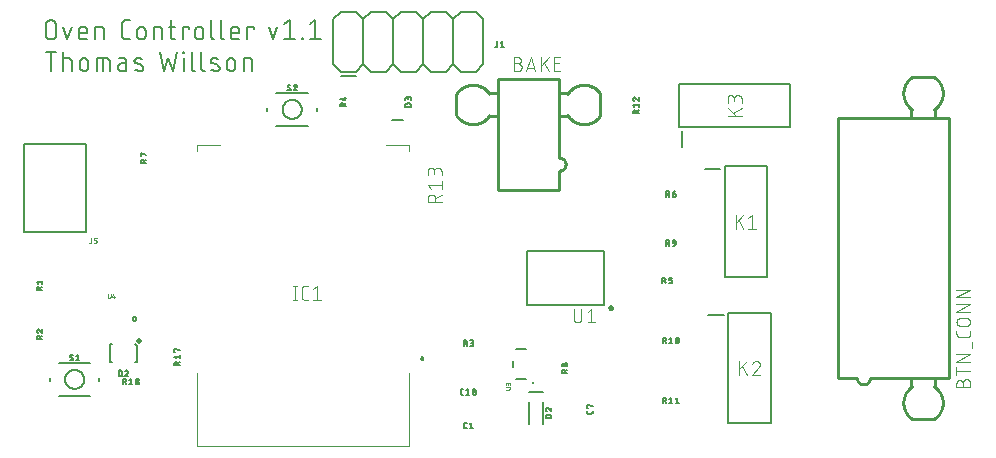
<source format=gbr>
G04 EAGLE Gerber RS-274X export*
G75*
%MOMM*%
%FSLAX34Y34*%
%LPD*%
%INSilkscreen Top*%
%IPPOS*%
%AMOC8*
5,1,8,0,0,1.08239X$1,22.5*%
G01*
%ADD10C,0.152400*%
%ADD11C,0.254000*%
%ADD12C,0.101600*%
%ADD13C,0.127000*%
%ADD14C,0.203200*%
%ADD15C,0.100000*%
%ADD16C,0.200000*%
%ADD17C,0.200000*%
%ADD18C,0.050800*%
%ADD19C,0.508000*%
%ADD20C,0.254000*%
%ADD21C,0.025400*%


D10*
X16637Y365323D02*
X16637Y372547D01*
X16639Y372680D01*
X16645Y372812D01*
X16655Y372944D01*
X16668Y373076D01*
X16686Y373208D01*
X16707Y373338D01*
X16732Y373469D01*
X16761Y373598D01*
X16794Y373726D01*
X16830Y373854D01*
X16870Y373980D01*
X16914Y374105D01*
X16962Y374229D01*
X17013Y374351D01*
X17068Y374472D01*
X17126Y374591D01*
X17188Y374709D01*
X17253Y374824D01*
X17322Y374938D01*
X17393Y375049D01*
X17469Y375158D01*
X17547Y375265D01*
X17628Y375370D01*
X17713Y375472D01*
X17800Y375572D01*
X17890Y375669D01*
X17983Y375764D01*
X18079Y375855D01*
X18177Y375944D01*
X18278Y376030D01*
X18382Y376113D01*
X18488Y376193D01*
X18596Y376269D01*
X18706Y376343D01*
X18819Y376413D01*
X18933Y376480D01*
X19050Y376543D01*
X19168Y376603D01*
X19288Y376660D01*
X19410Y376713D01*
X19533Y376762D01*
X19657Y376808D01*
X19783Y376850D01*
X19910Y376888D01*
X20038Y376923D01*
X20167Y376954D01*
X20296Y376981D01*
X20427Y377004D01*
X20558Y377024D01*
X20690Y377039D01*
X20822Y377051D01*
X20954Y377059D01*
X21087Y377063D01*
X21219Y377063D01*
X21352Y377059D01*
X21484Y377051D01*
X21616Y377039D01*
X21748Y377024D01*
X21879Y377004D01*
X22010Y376981D01*
X22139Y376954D01*
X22268Y376923D01*
X22396Y376888D01*
X22523Y376850D01*
X22649Y376808D01*
X22773Y376762D01*
X22896Y376713D01*
X23018Y376660D01*
X23138Y376603D01*
X23256Y376543D01*
X23373Y376480D01*
X23487Y376413D01*
X23600Y376343D01*
X23710Y376269D01*
X23818Y376193D01*
X23924Y376113D01*
X24028Y376030D01*
X24129Y375944D01*
X24227Y375855D01*
X24323Y375764D01*
X24416Y375669D01*
X24506Y375572D01*
X24593Y375472D01*
X24678Y375370D01*
X24759Y375265D01*
X24837Y375158D01*
X24913Y375049D01*
X24984Y374938D01*
X25053Y374824D01*
X25118Y374709D01*
X25180Y374591D01*
X25238Y374472D01*
X25293Y374351D01*
X25344Y374229D01*
X25392Y374105D01*
X25436Y373980D01*
X25476Y373854D01*
X25512Y373726D01*
X25545Y373598D01*
X25574Y373469D01*
X25599Y373338D01*
X25620Y373208D01*
X25638Y373076D01*
X25651Y372944D01*
X25661Y372812D01*
X25667Y372680D01*
X25669Y372547D01*
X25668Y372547D02*
X25668Y365323D01*
X25669Y365323D02*
X25667Y365190D01*
X25661Y365058D01*
X25651Y364926D01*
X25638Y364794D01*
X25620Y364662D01*
X25599Y364532D01*
X25574Y364401D01*
X25545Y364272D01*
X25512Y364144D01*
X25476Y364016D01*
X25436Y363890D01*
X25392Y363765D01*
X25344Y363641D01*
X25293Y363519D01*
X25238Y363398D01*
X25180Y363279D01*
X25118Y363161D01*
X25053Y363046D01*
X24984Y362932D01*
X24913Y362821D01*
X24837Y362712D01*
X24759Y362605D01*
X24678Y362500D01*
X24593Y362398D01*
X24506Y362298D01*
X24416Y362201D01*
X24323Y362106D01*
X24227Y362015D01*
X24129Y361926D01*
X24028Y361840D01*
X23924Y361757D01*
X23818Y361677D01*
X23710Y361601D01*
X23600Y361527D01*
X23487Y361457D01*
X23373Y361390D01*
X23256Y361327D01*
X23138Y361267D01*
X23018Y361210D01*
X22896Y361157D01*
X22773Y361108D01*
X22649Y361062D01*
X22523Y361020D01*
X22396Y360982D01*
X22268Y360947D01*
X22139Y360916D01*
X22010Y360889D01*
X21879Y360866D01*
X21748Y360846D01*
X21616Y360831D01*
X21484Y360819D01*
X21352Y360811D01*
X21219Y360807D01*
X21087Y360807D01*
X20954Y360811D01*
X20822Y360819D01*
X20690Y360831D01*
X20558Y360846D01*
X20427Y360866D01*
X20296Y360889D01*
X20167Y360916D01*
X20038Y360947D01*
X19910Y360982D01*
X19783Y361020D01*
X19657Y361062D01*
X19533Y361108D01*
X19410Y361157D01*
X19288Y361210D01*
X19168Y361267D01*
X19050Y361327D01*
X18933Y361390D01*
X18819Y361457D01*
X18706Y361527D01*
X18596Y361601D01*
X18488Y361677D01*
X18382Y361757D01*
X18278Y361840D01*
X18177Y361926D01*
X18079Y362015D01*
X17983Y362106D01*
X17890Y362201D01*
X17800Y362298D01*
X17713Y362398D01*
X17628Y362500D01*
X17547Y362605D01*
X17469Y362712D01*
X17393Y362821D01*
X17322Y362932D01*
X17253Y363046D01*
X17188Y363161D01*
X17126Y363279D01*
X17068Y363398D01*
X17013Y363519D01*
X16962Y363641D01*
X16914Y363765D01*
X16870Y363890D01*
X16830Y364016D01*
X16794Y364144D01*
X16761Y364272D01*
X16732Y364401D01*
X16707Y364532D01*
X16686Y364662D01*
X16668Y364794D01*
X16655Y364926D01*
X16645Y365058D01*
X16639Y365190D01*
X16637Y365323D01*
X31608Y371644D02*
X35221Y360807D01*
X38833Y371644D01*
X47344Y360807D02*
X51859Y360807D01*
X47344Y360807D02*
X47243Y360809D01*
X47142Y360815D01*
X47041Y360824D01*
X46940Y360837D01*
X46840Y360854D01*
X46741Y360875D01*
X46643Y360899D01*
X46546Y360927D01*
X46449Y360959D01*
X46354Y360994D01*
X46261Y361033D01*
X46169Y361075D01*
X46078Y361121D01*
X45990Y361170D01*
X45903Y361222D01*
X45818Y361278D01*
X45735Y361336D01*
X45655Y361398D01*
X45577Y361463D01*
X45501Y361530D01*
X45428Y361600D01*
X45358Y361673D01*
X45291Y361749D01*
X45226Y361827D01*
X45164Y361907D01*
X45106Y361990D01*
X45050Y362075D01*
X44998Y362162D01*
X44949Y362250D01*
X44903Y362341D01*
X44861Y362433D01*
X44822Y362526D01*
X44787Y362621D01*
X44755Y362718D01*
X44727Y362815D01*
X44703Y362913D01*
X44682Y363012D01*
X44665Y363112D01*
X44652Y363213D01*
X44643Y363314D01*
X44637Y363415D01*
X44635Y363516D01*
X44634Y363516D02*
X44634Y368032D01*
X44635Y368032D02*
X44637Y368151D01*
X44643Y368271D01*
X44653Y368390D01*
X44667Y368508D01*
X44684Y368627D01*
X44706Y368744D01*
X44731Y368861D01*
X44761Y368976D01*
X44794Y369091D01*
X44831Y369205D01*
X44871Y369317D01*
X44916Y369428D01*
X44964Y369537D01*
X45015Y369645D01*
X45070Y369751D01*
X45129Y369855D01*
X45191Y369957D01*
X45256Y370057D01*
X45325Y370155D01*
X45397Y370251D01*
X45472Y370344D01*
X45549Y370434D01*
X45630Y370522D01*
X45714Y370607D01*
X45801Y370689D01*
X45890Y370769D01*
X45982Y370845D01*
X46076Y370919D01*
X46173Y370989D01*
X46271Y371056D01*
X46372Y371120D01*
X46476Y371180D01*
X46581Y371237D01*
X46688Y371290D01*
X46796Y371340D01*
X46906Y371386D01*
X47018Y371428D01*
X47131Y371467D01*
X47245Y371502D01*
X47360Y371533D01*
X47477Y371561D01*
X47594Y371584D01*
X47711Y371604D01*
X47830Y371620D01*
X47949Y371632D01*
X48068Y371640D01*
X48187Y371644D01*
X48307Y371644D01*
X48426Y371640D01*
X48545Y371632D01*
X48664Y371620D01*
X48783Y371604D01*
X48900Y371584D01*
X49017Y371561D01*
X49134Y371533D01*
X49249Y371502D01*
X49363Y371467D01*
X49476Y371428D01*
X49588Y371386D01*
X49698Y371340D01*
X49806Y371290D01*
X49913Y371237D01*
X50018Y371180D01*
X50122Y371120D01*
X50223Y371056D01*
X50321Y370989D01*
X50418Y370919D01*
X50512Y370845D01*
X50604Y370769D01*
X50693Y370689D01*
X50780Y370607D01*
X50864Y370522D01*
X50945Y370434D01*
X51022Y370344D01*
X51097Y370251D01*
X51169Y370155D01*
X51238Y370057D01*
X51303Y369957D01*
X51365Y369855D01*
X51424Y369751D01*
X51479Y369645D01*
X51530Y369537D01*
X51578Y369428D01*
X51623Y369317D01*
X51663Y369205D01*
X51700Y369091D01*
X51733Y368976D01*
X51763Y368861D01*
X51788Y368744D01*
X51810Y368627D01*
X51827Y368508D01*
X51841Y368390D01*
X51851Y368271D01*
X51857Y368151D01*
X51859Y368032D01*
X51859Y366226D01*
X44634Y366226D01*
X58702Y360807D02*
X58702Y371644D01*
X63218Y371644D01*
X63322Y371642D01*
X63425Y371636D01*
X63529Y371626D01*
X63632Y371612D01*
X63734Y371594D01*
X63835Y371573D01*
X63936Y371547D01*
X64035Y371518D01*
X64134Y371485D01*
X64231Y371448D01*
X64326Y371407D01*
X64420Y371363D01*
X64512Y371315D01*
X64602Y371264D01*
X64691Y371209D01*
X64777Y371151D01*
X64860Y371089D01*
X64942Y371025D01*
X65020Y370957D01*
X65096Y370887D01*
X65170Y370814D01*
X65240Y370737D01*
X65308Y370659D01*
X65372Y370577D01*
X65434Y370494D01*
X65492Y370408D01*
X65547Y370319D01*
X65598Y370229D01*
X65646Y370137D01*
X65690Y370043D01*
X65731Y369948D01*
X65768Y369851D01*
X65801Y369752D01*
X65830Y369653D01*
X65856Y369552D01*
X65877Y369451D01*
X65895Y369349D01*
X65909Y369246D01*
X65919Y369142D01*
X65925Y369039D01*
X65927Y368935D01*
X65927Y360807D01*
X84819Y360807D02*
X88431Y360807D01*
X84819Y360807D02*
X84701Y360809D01*
X84583Y360815D01*
X84465Y360824D01*
X84348Y360838D01*
X84231Y360855D01*
X84114Y360876D01*
X83999Y360901D01*
X83884Y360930D01*
X83770Y360963D01*
X83658Y360999D01*
X83547Y361039D01*
X83437Y361082D01*
X83328Y361129D01*
X83221Y361179D01*
X83116Y361234D01*
X83013Y361291D01*
X82912Y361352D01*
X82812Y361416D01*
X82715Y361483D01*
X82620Y361553D01*
X82528Y361627D01*
X82437Y361703D01*
X82350Y361783D01*
X82265Y361865D01*
X82183Y361950D01*
X82103Y362037D01*
X82027Y362128D01*
X81953Y362220D01*
X81883Y362315D01*
X81816Y362412D01*
X81752Y362512D01*
X81691Y362613D01*
X81634Y362716D01*
X81579Y362821D01*
X81529Y362928D01*
X81482Y363037D01*
X81439Y363147D01*
X81399Y363258D01*
X81363Y363370D01*
X81330Y363484D01*
X81301Y363599D01*
X81276Y363714D01*
X81255Y363831D01*
X81238Y363948D01*
X81224Y364065D01*
X81215Y364183D01*
X81209Y364301D01*
X81207Y364419D01*
X81206Y364419D02*
X81206Y373451D01*
X81207Y373451D02*
X81209Y373569D01*
X81215Y373687D01*
X81224Y373805D01*
X81238Y373922D01*
X81255Y374039D01*
X81276Y374156D01*
X81301Y374271D01*
X81330Y374386D01*
X81363Y374500D01*
X81399Y374612D01*
X81439Y374723D01*
X81482Y374833D01*
X81529Y374942D01*
X81579Y375049D01*
X81633Y375154D01*
X81691Y375257D01*
X81752Y375358D01*
X81816Y375458D01*
X81883Y375555D01*
X81953Y375650D01*
X82027Y375742D01*
X82103Y375833D01*
X82183Y375920D01*
X82265Y376005D01*
X82350Y376087D01*
X82437Y376167D01*
X82528Y376243D01*
X82620Y376317D01*
X82715Y376387D01*
X82812Y376454D01*
X82912Y376518D01*
X83013Y376579D01*
X83116Y376636D01*
X83221Y376690D01*
X83328Y376741D01*
X83437Y376788D01*
X83547Y376831D01*
X83658Y376871D01*
X83770Y376907D01*
X83884Y376940D01*
X83999Y376969D01*
X84114Y376994D01*
X84231Y377015D01*
X84348Y377032D01*
X84465Y377046D01*
X84583Y377055D01*
X84701Y377061D01*
X84819Y377063D01*
X88431Y377063D01*
X94133Y368032D02*
X94133Y364419D01*
X94133Y368032D02*
X94135Y368151D01*
X94141Y368271D01*
X94151Y368390D01*
X94165Y368508D01*
X94182Y368627D01*
X94204Y368744D01*
X94229Y368861D01*
X94259Y368976D01*
X94292Y369091D01*
X94329Y369205D01*
X94369Y369317D01*
X94414Y369428D01*
X94462Y369537D01*
X94513Y369645D01*
X94568Y369751D01*
X94627Y369855D01*
X94689Y369957D01*
X94754Y370057D01*
X94823Y370155D01*
X94895Y370251D01*
X94970Y370344D01*
X95047Y370434D01*
X95128Y370522D01*
X95212Y370607D01*
X95299Y370689D01*
X95388Y370769D01*
X95480Y370845D01*
X95574Y370919D01*
X95671Y370989D01*
X95769Y371056D01*
X95870Y371120D01*
X95974Y371180D01*
X96079Y371237D01*
X96186Y371290D01*
X96294Y371340D01*
X96404Y371386D01*
X96516Y371428D01*
X96629Y371467D01*
X96743Y371502D01*
X96858Y371533D01*
X96975Y371561D01*
X97092Y371584D01*
X97209Y371604D01*
X97328Y371620D01*
X97447Y371632D01*
X97566Y371640D01*
X97685Y371644D01*
X97805Y371644D01*
X97924Y371640D01*
X98043Y371632D01*
X98162Y371620D01*
X98281Y371604D01*
X98398Y371584D01*
X98515Y371561D01*
X98632Y371533D01*
X98747Y371502D01*
X98861Y371467D01*
X98974Y371428D01*
X99086Y371386D01*
X99196Y371340D01*
X99304Y371290D01*
X99411Y371237D01*
X99516Y371180D01*
X99620Y371120D01*
X99721Y371056D01*
X99819Y370989D01*
X99916Y370919D01*
X100010Y370845D01*
X100102Y370769D01*
X100191Y370689D01*
X100278Y370607D01*
X100362Y370522D01*
X100443Y370434D01*
X100520Y370344D01*
X100595Y370251D01*
X100667Y370155D01*
X100736Y370057D01*
X100801Y369957D01*
X100863Y369855D01*
X100922Y369751D01*
X100977Y369645D01*
X101028Y369537D01*
X101076Y369428D01*
X101121Y369317D01*
X101161Y369205D01*
X101198Y369091D01*
X101231Y368976D01*
X101261Y368861D01*
X101286Y368744D01*
X101308Y368627D01*
X101325Y368508D01*
X101339Y368390D01*
X101349Y368271D01*
X101355Y368151D01*
X101357Y368032D01*
X101358Y368032D02*
X101358Y364419D01*
X101357Y364419D02*
X101355Y364300D01*
X101349Y364180D01*
X101339Y364061D01*
X101325Y363943D01*
X101308Y363824D01*
X101286Y363707D01*
X101261Y363590D01*
X101231Y363475D01*
X101198Y363360D01*
X101161Y363246D01*
X101121Y363134D01*
X101076Y363023D01*
X101028Y362914D01*
X100977Y362806D01*
X100922Y362700D01*
X100863Y362596D01*
X100801Y362494D01*
X100736Y362394D01*
X100667Y362296D01*
X100595Y362200D01*
X100520Y362107D01*
X100443Y362017D01*
X100362Y361929D01*
X100278Y361844D01*
X100191Y361762D01*
X100102Y361682D01*
X100010Y361606D01*
X99916Y361532D01*
X99819Y361462D01*
X99721Y361395D01*
X99620Y361331D01*
X99516Y361271D01*
X99411Y361214D01*
X99304Y361161D01*
X99196Y361111D01*
X99086Y361065D01*
X98974Y361023D01*
X98861Y360984D01*
X98747Y360949D01*
X98632Y360918D01*
X98515Y360890D01*
X98398Y360867D01*
X98281Y360847D01*
X98162Y360831D01*
X98043Y360819D01*
X97924Y360811D01*
X97805Y360807D01*
X97685Y360807D01*
X97566Y360811D01*
X97447Y360819D01*
X97328Y360831D01*
X97209Y360847D01*
X97092Y360867D01*
X96975Y360890D01*
X96858Y360918D01*
X96743Y360949D01*
X96629Y360984D01*
X96516Y361023D01*
X96404Y361065D01*
X96294Y361111D01*
X96186Y361161D01*
X96079Y361214D01*
X95974Y361271D01*
X95870Y361331D01*
X95769Y361395D01*
X95671Y361462D01*
X95574Y361532D01*
X95480Y361606D01*
X95388Y361682D01*
X95299Y361762D01*
X95212Y361844D01*
X95128Y361929D01*
X95047Y362017D01*
X94970Y362107D01*
X94895Y362200D01*
X94823Y362296D01*
X94754Y362394D01*
X94689Y362494D01*
X94627Y362596D01*
X94568Y362700D01*
X94513Y362806D01*
X94462Y362914D01*
X94414Y363023D01*
X94369Y363134D01*
X94329Y363246D01*
X94292Y363360D01*
X94259Y363475D01*
X94229Y363590D01*
X94204Y363707D01*
X94182Y363824D01*
X94165Y363943D01*
X94151Y364061D01*
X94141Y364180D01*
X94135Y364300D01*
X94133Y364419D01*
X108201Y360807D02*
X108201Y371644D01*
X112717Y371644D01*
X112821Y371642D01*
X112924Y371636D01*
X113028Y371626D01*
X113131Y371612D01*
X113233Y371594D01*
X113334Y371573D01*
X113435Y371547D01*
X113534Y371518D01*
X113633Y371485D01*
X113730Y371448D01*
X113825Y371407D01*
X113919Y371363D01*
X114011Y371315D01*
X114101Y371264D01*
X114190Y371209D01*
X114276Y371151D01*
X114359Y371089D01*
X114441Y371025D01*
X114519Y370957D01*
X114595Y370887D01*
X114669Y370814D01*
X114739Y370737D01*
X114807Y370659D01*
X114871Y370577D01*
X114933Y370494D01*
X114991Y370408D01*
X115046Y370319D01*
X115097Y370229D01*
X115145Y370137D01*
X115189Y370043D01*
X115230Y369948D01*
X115267Y369851D01*
X115300Y369752D01*
X115329Y369653D01*
X115355Y369552D01*
X115376Y369451D01*
X115394Y369349D01*
X115408Y369246D01*
X115418Y369142D01*
X115424Y369039D01*
X115426Y368935D01*
X115426Y360807D01*
X120972Y371644D02*
X126391Y371644D01*
X122778Y377063D02*
X122778Y363516D01*
X122780Y363415D01*
X122786Y363314D01*
X122795Y363213D01*
X122808Y363112D01*
X122825Y363012D01*
X122846Y362913D01*
X122870Y362815D01*
X122898Y362718D01*
X122930Y362621D01*
X122965Y362526D01*
X123004Y362433D01*
X123046Y362341D01*
X123092Y362250D01*
X123141Y362162D01*
X123193Y362075D01*
X123249Y361990D01*
X123307Y361907D01*
X123369Y361827D01*
X123434Y361749D01*
X123501Y361673D01*
X123571Y361600D01*
X123644Y361530D01*
X123720Y361463D01*
X123798Y361398D01*
X123878Y361336D01*
X123961Y361278D01*
X124046Y361222D01*
X124133Y361170D01*
X124221Y361121D01*
X124312Y361075D01*
X124404Y361033D01*
X124497Y360994D01*
X124592Y360959D01*
X124689Y360927D01*
X124786Y360899D01*
X124884Y360875D01*
X124983Y360854D01*
X125083Y360837D01*
X125184Y360824D01*
X125285Y360815D01*
X125386Y360809D01*
X125487Y360807D01*
X126391Y360807D01*
X132775Y360807D02*
X132775Y371644D01*
X138194Y371644D01*
X138194Y369838D01*
X143111Y368032D02*
X143111Y364419D01*
X143111Y368032D02*
X143113Y368151D01*
X143119Y368271D01*
X143129Y368390D01*
X143143Y368508D01*
X143160Y368627D01*
X143182Y368744D01*
X143207Y368861D01*
X143237Y368976D01*
X143270Y369091D01*
X143307Y369205D01*
X143347Y369317D01*
X143392Y369428D01*
X143440Y369537D01*
X143491Y369645D01*
X143546Y369751D01*
X143605Y369855D01*
X143667Y369957D01*
X143732Y370057D01*
X143801Y370155D01*
X143873Y370251D01*
X143948Y370344D01*
X144025Y370434D01*
X144106Y370522D01*
X144190Y370607D01*
X144277Y370689D01*
X144366Y370769D01*
X144458Y370845D01*
X144552Y370919D01*
X144649Y370989D01*
X144747Y371056D01*
X144848Y371120D01*
X144952Y371180D01*
X145057Y371237D01*
X145164Y371290D01*
X145272Y371340D01*
X145382Y371386D01*
X145494Y371428D01*
X145607Y371467D01*
X145721Y371502D01*
X145836Y371533D01*
X145953Y371561D01*
X146070Y371584D01*
X146187Y371604D01*
X146306Y371620D01*
X146425Y371632D01*
X146544Y371640D01*
X146663Y371644D01*
X146783Y371644D01*
X146902Y371640D01*
X147021Y371632D01*
X147140Y371620D01*
X147259Y371604D01*
X147376Y371584D01*
X147493Y371561D01*
X147610Y371533D01*
X147725Y371502D01*
X147839Y371467D01*
X147952Y371428D01*
X148064Y371386D01*
X148174Y371340D01*
X148282Y371290D01*
X148389Y371237D01*
X148494Y371180D01*
X148598Y371120D01*
X148699Y371056D01*
X148797Y370989D01*
X148894Y370919D01*
X148988Y370845D01*
X149080Y370769D01*
X149169Y370689D01*
X149256Y370607D01*
X149340Y370522D01*
X149421Y370434D01*
X149498Y370344D01*
X149573Y370251D01*
X149645Y370155D01*
X149714Y370057D01*
X149779Y369957D01*
X149841Y369855D01*
X149900Y369751D01*
X149955Y369645D01*
X150006Y369537D01*
X150054Y369428D01*
X150099Y369317D01*
X150139Y369205D01*
X150176Y369091D01*
X150209Y368976D01*
X150239Y368861D01*
X150264Y368744D01*
X150286Y368627D01*
X150303Y368508D01*
X150317Y368390D01*
X150327Y368271D01*
X150333Y368151D01*
X150335Y368032D01*
X150336Y368032D02*
X150336Y364419D01*
X150335Y364419D02*
X150333Y364300D01*
X150327Y364180D01*
X150317Y364061D01*
X150303Y363943D01*
X150286Y363824D01*
X150264Y363707D01*
X150239Y363590D01*
X150209Y363475D01*
X150176Y363360D01*
X150139Y363246D01*
X150099Y363134D01*
X150054Y363023D01*
X150006Y362914D01*
X149955Y362806D01*
X149900Y362700D01*
X149841Y362596D01*
X149779Y362494D01*
X149714Y362394D01*
X149645Y362296D01*
X149573Y362200D01*
X149498Y362107D01*
X149421Y362017D01*
X149340Y361929D01*
X149256Y361844D01*
X149169Y361762D01*
X149080Y361682D01*
X148988Y361606D01*
X148894Y361532D01*
X148797Y361462D01*
X148699Y361395D01*
X148598Y361331D01*
X148494Y361271D01*
X148389Y361214D01*
X148282Y361161D01*
X148174Y361111D01*
X148064Y361065D01*
X147952Y361023D01*
X147839Y360984D01*
X147725Y360949D01*
X147610Y360918D01*
X147493Y360890D01*
X147376Y360867D01*
X147259Y360847D01*
X147140Y360831D01*
X147021Y360819D01*
X146902Y360811D01*
X146783Y360807D01*
X146663Y360807D01*
X146544Y360811D01*
X146425Y360819D01*
X146306Y360831D01*
X146187Y360847D01*
X146070Y360867D01*
X145953Y360890D01*
X145836Y360918D01*
X145721Y360949D01*
X145607Y360984D01*
X145494Y361023D01*
X145382Y361065D01*
X145272Y361111D01*
X145164Y361161D01*
X145057Y361214D01*
X144952Y361271D01*
X144848Y361331D01*
X144747Y361395D01*
X144649Y361462D01*
X144552Y361532D01*
X144458Y361606D01*
X144366Y361682D01*
X144277Y361762D01*
X144190Y361844D01*
X144106Y361929D01*
X144025Y362017D01*
X143948Y362107D01*
X143873Y362200D01*
X143801Y362296D01*
X143732Y362394D01*
X143667Y362494D01*
X143605Y362596D01*
X143546Y362700D01*
X143491Y362806D01*
X143440Y362914D01*
X143392Y363023D01*
X143347Y363134D01*
X143307Y363246D01*
X143270Y363360D01*
X143237Y363475D01*
X143207Y363590D01*
X143182Y363707D01*
X143160Y363824D01*
X143143Y363943D01*
X143129Y364061D01*
X143119Y364180D01*
X143113Y364300D01*
X143111Y364419D01*
X156895Y363516D02*
X156895Y377063D01*
X156895Y363516D02*
X156897Y363415D01*
X156903Y363314D01*
X156912Y363213D01*
X156925Y363112D01*
X156942Y363012D01*
X156963Y362913D01*
X156987Y362815D01*
X157015Y362718D01*
X157047Y362621D01*
X157082Y362526D01*
X157121Y362433D01*
X157163Y362341D01*
X157209Y362250D01*
X157258Y362162D01*
X157310Y362075D01*
X157366Y361990D01*
X157424Y361907D01*
X157486Y361827D01*
X157551Y361749D01*
X157618Y361673D01*
X157688Y361600D01*
X157761Y361530D01*
X157837Y361463D01*
X157915Y361398D01*
X157995Y361336D01*
X158078Y361278D01*
X158163Y361222D01*
X158250Y361170D01*
X158338Y361121D01*
X158429Y361075D01*
X158521Y361033D01*
X158614Y360994D01*
X158709Y360959D01*
X158806Y360927D01*
X158903Y360899D01*
X159001Y360875D01*
X159100Y360854D01*
X159200Y360837D01*
X159301Y360824D01*
X159402Y360815D01*
X159503Y360809D01*
X159604Y360807D01*
X165231Y363516D02*
X165231Y377063D01*
X165232Y363516D02*
X165234Y363415D01*
X165240Y363314D01*
X165249Y363213D01*
X165262Y363112D01*
X165279Y363012D01*
X165300Y362913D01*
X165324Y362815D01*
X165352Y362718D01*
X165384Y362621D01*
X165419Y362526D01*
X165458Y362433D01*
X165500Y362341D01*
X165546Y362250D01*
X165595Y362162D01*
X165647Y362075D01*
X165703Y361990D01*
X165761Y361907D01*
X165823Y361827D01*
X165888Y361749D01*
X165955Y361673D01*
X166025Y361600D01*
X166098Y361530D01*
X166174Y361463D01*
X166252Y361398D01*
X166332Y361336D01*
X166415Y361278D01*
X166500Y361222D01*
X166587Y361170D01*
X166675Y361121D01*
X166766Y361075D01*
X166858Y361033D01*
X166951Y360994D01*
X167046Y360959D01*
X167143Y360927D01*
X167240Y360899D01*
X167338Y360875D01*
X167437Y360854D01*
X167537Y360837D01*
X167638Y360824D01*
X167739Y360815D01*
X167840Y360809D01*
X167941Y360807D01*
X176040Y360807D02*
X180556Y360807D01*
X176040Y360807D02*
X175939Y360809D01*
X175838Y360815D01*
X175737Y360824D01*
X175636Y360837D01*
X175536Y360854D01*
X175437Y360875D01*
X175339Y360899D01*
X175242Y360927D01*
X175145Y360959D01*
X175050Y360994D01*
X174957Y361033D01*
X174865Y361075D01*
X174774Y361121D01*
X174686Y361170D01*
X174599Y361222D01*
X174514Y361278D01*
X174431Y361336D01*
X174351Y361398D01*
X174273Y361463D01*
X174197Y361530D01*
X174124Y361600D01*
X174054Y361673D01*
X173987Y361749D01*
X173922Y361827D01*
X173860Y361907D01*
X173802Y361990D01*
X173746Y362075D01*
X173694Y362162D01*
X173645Y362250D01*
X173599Y362341D01*
X173557Y362433D01*
X173518Y362526D01*
X173483Y362621D01*
X173451Y362718D01*
X173423Y362815D01*
X173399Y362913D01*
X173378Y363012D01*
X173361Y363112D01*
X173348Y363213D01*
X173339Y363314D01*
X173333Y363415D01*
X173331Y363516D01*
X173331Y368032D01*
X173332Y368032D02*
X173334Y368151D01*
X173340Y368271D01*
X173350Y368390D01*
X173364Y368508D01*
X173381Y368627D01*
X173403Y368744D01*
X173428Y368861D01*
X173458Y368976D01*
X173491Y369091D01*
X173528Y369205D01*
X173568Y369317D01*
X173613Y369428D01*
X173661Y369537D01*
X173712Y369645D01*
X173767Y369751D01*
X173826Y369855D01*
X173888Y369957D01*
X173953Y370057D01*
X174022Y370155D01*
X174094Y370251D01*
X174169Y370344D01*
X174246Y370434D01*
X174327Y370522D01*
X174411Y370607D01*
X174498Y370689D01*
X174587Y370769D01*
X174679Y370845D01*
X174773Y370919D01*
X174870Y370989D01*
X174968Y371056D01*
X175069Y371120D01*
X175173Y371180D01*
X175278Y371237D01*
X175385Y371290D01*
X175493Y371340D01*
X175603Y371386D01*
X175715Y371428D01*
X175828Y371467D01*
X175942Y371502D01*
X176057Y371533D01*
X176174Y371561D01*
X176291Y371584D01*
X176408Y371604D01*
X176527Y371620D01*
X176646Y371632D01*
X176765Y371640D01*
X176884Y371644D01*
X177004Y371644D01*
X177123Y371640D01*
X177242Y371632D01*
X177361Y371620D01*
X177480Y371604D01*
X177597Y371584D01*
X177714Y371561D01*
X177831Y371533D01*
X177946Y371502D01*
X178060Y371467D01*
X178173Y371428D01*
X178285Y371386D01*
X178395Y371340D01*
X178503Y371290D01*
X178610Y371237D01*
X178715Y371180D01*
X178819Y371120D01*
X178920Y371056D01*
X179018Y370989D01*
X179115Y370919D01*
X179209Y370845D01*
X179301Y370769D01*
X179390Y370689D01*
X179477Y370607D01*
X179561Y370522D01*
X179642Y370434D01*
X179719Y370344D01*
X179794Y370251D01*
X179866Y370155D01*
X179935Y370057D01*
X180000Y369957D01*
X180062Y369855D01*
X180121Y369751D01*
X180176Y369645D01*
X180227Y369537D01*
X180275Y369428D01*
X180320Y369317D01*
X180360Y369205D01*
X180397Y369091D01*
X180430Y368976D01*
X180460Y368861D01*
X180485Y368744D01*
X180507Y368627D01*
X180524Y368508D01*
X180538Y368390D01*
X180548Y368271D01*
X180554Y368151D01*
X180556Y368032D01*
X180556Y366226D01*
X173331Y366226D01*
X187484Y360807D02*
X187484Y371644D01*
X192903Y371644D01*
X192903Y369838D01*
X205636Y371644D02*
X209248Y360807D01*
X212861Y371644D01*
X218801Y373451D02*
X223316Y377063D01*
X223316Y360807D01*
X218801Y360807D02*
X227832Y360807D01*
X233806Y360807D02*
X233806Y361710D01*
X234710Y361710D01*
X234710Y360807D01*
X233806Y360807D01*
X240684Y373451D02*
X245200Y377063D01*
X245200Y360807D01*
X249715Y360807D02*
X240684Y360807D01*
X21153Y350393D02*
X21153Y334137D01*
X16637Y350393D02*
X25668Y350393D01*
X31608Y350393D02*
X31608Y334137D01*
X31608Y344974D02*
X36124Y344974D01*
X36228Y344972D01*
X36331Y344966D01*
X36435Y344956D01*
X36538Y344942D01*
X36640Y344924D01*
X36741Y344903D01*
X36842Y344877D01*
X36941Y344848D01*
X37040Y344815D01*
X37137Y344778D01*
X37232Y344737D01*
X37326Y344693D01*
X37418Y344645D01*
X37508Y344594D01*
X37597Y344539D01*
X37683Y344481D01*
X37766Y344419D01*
X37848Y344355D01*
X37926Y344287D01*
X38002Y344217D01*
X38076Y344144D01*
X38146Y344067D01*
X38214Y343989D01*
X38278Y343907D01*
X38340Y343824D01*
X38398Y343738D01*
X38453Y343649D01*
X38504Y343559D01*
X38552Y343467D01*
X38596Y343373D01*
X38637Y343278D01*
X38674Y343181D01*
X38707Y343082D01*
X38736Y342983D01*
X38762Y342882D01*
X38783Y342781D01*
X38801Y342679D01*
X38815Y342576D01*
X38825Y342472D01*
X38831Y342369D01*
X38833Y342265D01*
X38833Y334137D01*
X45676Y337749D02*
X45676Y341362D01*
X45677Y341362D02*
X45679Y341481D01*
X45685Y341601D01*
X45695Y341720D01*
X45709Y341838D01*
X45726Y341957D01*
X45748Y342074D01*
X45773Y342191D01*
X45803Y342306D01*
X45836Y342421D01*
X45873Y342535D01*
X45913Y342647D01*
X45958Y342758D01*
X46006Y342867D01*
X46057Y342975D01*
X46112Y343081D01*
X46171Y343185D01*
X46233Y343287D01*
X46298Y343387D01*
X46367Y343485D01*
X46439Y343581D01*
X46514Y343674D01*
X46591Y343764D01*
X46672Y343852D01*
X46756Y343937D01*
X46843Y344019D01*
X46932Y344099D01*
X47024Y344175D01*
X47118Y344249D01*
X47215Y344319D01*
X47313Y344386D01*
X47414Y344450D01*
X47518Y344510D01*
X47623Y344567D01*
X47730Y344620D01*
X47838Y344670D01*
X47948Y344716D01*
X48060Y344758D01*
X48173Y344797D01*
X48287Y344832D01*
X48402Y344863D01*
X48519Y344891D01*
X48636Y344914D01*
X48753Y344934D01*
X48872Y344950D01*
X48991Y344962D01*
X49110Y344970D01*
X49229Y344974D01*
X49349Y344974D01*
X49468Y344970D01*
X49587Y344962D01*
X49706Y344950D01*
X49825Y344934D01*
X49942Y344914D01*
X50059Y344891D01*
X50176Y344863D01*
X50291Y344832D01*
X50405Y344797D01*
X50518Y344758D01*
X50630Y344716D01*
X50740Y344670D01*
X50848Y344620D01*
X50955Y344567D01*
X51060Y344510D01*
X51164Y344450D01*
X51265Y344386D01*
X51363Y344319D01*
X51460Y344249D01*
X51554Y344175D01*
X51646Y344099D01*
X51735Y344019D01*
X51822Y343937D01*
X51906Y343852D01*
X51987Y343764D01*
X52064Y343674D01*
X52139Y343581D01*
X52211Y343485D01*
X52280Y343387D01*
X52345Y343287D01*
X52407Y343185D01*
X52466Y343081D01*
X52521Y342975D01*
X52572Y342867D01*
X52620Y342758D01*
X52665Y342647D01*
X52705Y342535D01*
X52742Y342421D01*
X52775Y342306D01*
X52805Y342191D01*
X52830Y342074D01*
X52852Y341957D01*
X52869Y341838D01*
X52883Y341720D01*
X52893Y341601D01*
X52899Y341481D01*
X52901Y341362D01*
X52901Y337749D01*
X52899Y337630D01*
X52893Y337510D01*
X52883Y337391D01*
X52869Y337273D01*
X52852Y337154D01*
X52830Y337037D01*
X52805Y336920D01*
X52775Y336805D01*
X52742Y336690D01*
X52705Y336576D01*
X52665Y336464D01*
X52620Y336353D01*
X52572Y336244D01*
X52521Y336136D01*
X52466Y336030D01*
X52407Y335926D01*
X52345Y335824D01*
X52280Y335724D01*
X52211Y335626D01*
X52139Y335530D01*
X52064Y335437D01*
X51987Y335347D01*
X51906Y335259D01*
X51822Y335174D01*
X51735Y335092D01*
X51646Y335012D01*
X51554Y334936D01*
X51460Y334862D01*
X51363Y334792D01*
X51265Y334725D01*
X51164Y334661D01*
X51060Y334601D01*
X50955Y334544D01*
X50848Y334491D01*
X50740Y334441D01*
X50630Y334395D01*
X50518Y334353D01*
X50405Y334314D01*
X50291Y334279D01*
X50176Y334248D01*
X50059Y334220D01*
X49942Y334197D01*
X49825Y334177D01*
X49706Y334161D01*
X49587Y334149D01*
X49468Y334141D01*
X49349Y334137D01*
X49229Y334137D01*
X49110Y334141D01*
X48991Y334149D01*
X48872Y334161D01*
X48753Y334177D01*
X48636Y334197D01*
X48519Y334220D01*
X48402Y334248D01*
X48287Y334279D01*
X48173Y334314D01*
X48060Y334353D01*
X47948Y334395D01*
X47838Y334441D01*
X47730Y334491D01*
X47623Y334544D01*
X47518Y334601D01*
X47414Y334661D01*
X47313Y334725D01*
X47215Y334792D01*
X47118Y334862D01*
X47024Y334936D01*
X46932Y335012D01*
X46843Y335092D01*
X46756Y335174D01*
X46672Y335259D01*
X46591Y335347D01*
X46514Y335437D01*
X46439Y335530D01*
X46367Y335626D01*
X46298Y335724D01*
X46233Y335824D01*
X46171Y335926D01*
X46112Y336030D01*
X46057Y336136D01*
X46006Y336244D01*
X45958Y336353D01*
X45913Y336464D01*
X45873Y336576D01*
X45836Y336690D01*
X45803Y336805D01*
X45773Y336920D01*
X45748Y337037D01*
X45726Y337154D01*
X45709Y337273D01*
X45695Y337391D01*
X45685Y337510D01*
X45679Y337630D01*
X45677Y337749D01*
X60022Y334137D02*
X60022Y344974D01*
X68150Y344974D01*
X68251Y344972D01*
X68352Y344966D01*
X68453Y344957D01*
X68554Y344944D01*
X68654Y344927D01*
X68753Y344906D01*
X68851Y344882D01*
X68948Y344854D01*
X69045Y344822D01*
X69140Y344787D01*
X69233Y344748D01*
X69325Y344706D01*
X69416Y344660D01*
X69505Y344611D01*
X69591Y344559D01*
X69676Y344503D01*
X69759Y344445D01*
X69839Y344383D01*
X69917Y344318D01*
X69993Y344251D01*
X70066Y344181D01*
X70136Y344108D01*
X70203Y344032D01*
X70268Y343954D01*
X70330Y343874D01*
X70388Y343791D01*
X70444Y343706D01*
X70496Y343620D01*
X70545Y343531D01*
X70591Y343440D01*
X70633Y343348D01*
X70672Y343255D01*
X70707Y343160D01*
X70739Y343063D01*
X70767Y342966D01*
X70791Y342868D01*
X70812Y342769D01*
X70829Y342669D01*
X70842Y342568D01*
X70851Y342467D01*
X70857Y342366D01*
X70859Y342265D01*
X70860Y342265D02*
X70860Y334137D01*
X65441Y334137D02*
X65441Y344974D01*
X81068Y340459D02*
X85132Y340459D01*
X81068Y340459D02*
X80956Y340457D01*
X80845Y340451D01*
X80734Y340441D01*
X80623Y340428D01*
X80513Y340410D01*
X80404Y340388D01*
X80295Y340363D01*
X80187Y340334D01*
X80081Y340301D01*
X79975Y340264D01*
X79871Y340224D01*
X79769Y340180D01*
X79668Y340132D01*
X79569Y340081D01*
X79471Y340026D01*
X79376Y339968D01*
X79283Y339907D01*
X79192Y339842D01*
X79103Y339774D01*
X79017Y339703D01*
X78934Y339630D01*
X78853Y339553D01*
X78774Y339473D01*
X78699Y339391D01*
X78627Y339306D01*
X78557Y339219D01*
X78491Y339129D01*
X78428Y339037D01*
X78368Y338942D01*
X78312Y338846D01*
X78259Y338748D01*
X78210Y338648D01*
X78164Y338546D01*
X78122Y338443D01*
X78083Y338338D01*
X78048Y338232D01*
X78017Y338125D01*
X77990Y338017D01*
X77966Y337908D01*
X77947Y337798D01*
X77931Y337688D01*
X77919Y337577D01*
X77911Y337465D01*
X77907Y337354D01*
X77907Y337242D01*
X77911Y337131D01*
X77919Y337019D01*
X77931Y336908D01*
X77947Y336798D01*
X77966Y336688D01*
X77990Y336579D01*
X78017Y336471D01*
X78048Y336364D01*
X78083Y336258D01*
X78122Y336153D01*
X78164Y336050D01*
X78210Y335948D01*
X78259Y335848D01*
X78312Y335750D01*
X78368Y335654D01*
X78428Y335559D01*
X78491Y335467D01*
X78557Y335377D01*
X78627Y335290D01*
X78699Y335205D01*
X78774Y335123D01*
X78853Y335043D01*
X78934Y334966D01*
X79017Y334893D01*
X79103Y334822D01*
X79192Y334754D01*
X79283Y334689D01*
X79376Y334628D01*
X79471Y334570D01*
X79569Y334515D01*
X79668Y334464D01*
X79769Y334416D01*
X79871Y334372D01*
X79975Y334332D01*
X80081Y334295D01*
X80187Y334262D01*
X80295Y334233D01*
X80404Y334208D01*
X80513Y334186D01*
X80623Y334168D01*
X80734Y334155D01*
X80845Y334145D01*
X80956Y334139D01*
X81068Y334137D01*
X85132Y334137D01*
X85132Y342265D01*
X85130Y342366D01*
X85124Y342467D01*
X85115Y342568D01*
X85102Y342669D01*
X85085Y342769D01*
X85064Y342868D01*
X85040Y342966D01*
X85012Y343063D01*
X84980Y343160D01*
X84945Y343255D01*
X84906Y343348D01*
X84864Y343440D01*
X84818Y343531D01*
X84769Y343620D01*
X84717Y343706D01*
X84661Y343791D01*
X84603Y343874D01*
X84541Y343954D01*
X84476Y344032D01*
X84409Y344108D01*
X84339Y344181D01*
X84266Y344251D01*
X84190Y344318D01*
X84112Y344383D01*
X84032Y344445D01*
X83949Y344503D01*
X83864Y344559D01*
X83778Y344611D01*
X83689Y344660D01*
X83598Y344706D01*
X83506Y344748D01*
X83413Y344787D01*
X83318Y344822D01*
X83221Y344854D01*
X83124Y344882D01*
X83026Y344906D01*
X82927Y344927D01*
X82827Y344944D01*
X82726Y344957D01*
X82625Y344966D01*
X82524Y344972D01*
X82423Y344974D01*
X78811Y344974D01*
X93404Y340459D02*
X97919Y338653D01*
X93403Y340459D02*
X93315Y340496D01*
X93229Y340537D01*
X93144Y340581D01*
X93061Y340629D01*
X92981Y340680D01*
X92902Y340734D01*
X92826Y340792D01*
X92752Y340852D01*
X92680Y340916D01*
X92612Y340982D01*
X92546Y341052D01*
X92483Y341123D01*
X92422Y341198D01*
X92365Y341274D01*
X92312Y341353D01*
X92261Y341434D01*
X92214Y341517D01*
X92170Y341602D01*
X92130Y341689D01*
X92093Y341777D01*
X92060Y341867D01*
X92030Y341958D01*
X92005Y342050D01*
X91983Y342143D01*
X91965Y342237D01*
X91950Y342331D01*
X91940Y342426D01*
X91934Y342522D01*
X91931Y342617D01*
X91932Y342713D01*
X91938Y342808D01*
X91947Y342904D01*
X91960Y342998D01*
X91976Y343092D01*
X91997Y343186D01*
X92022Y343278D01*
X92050Y343369D01*
X92082Y343459D01*
X92117Y343548D01*
X92156Y343635D01*
X92199Y343721D01*
X92245Y343805D01*
X92295Y343886D01*
X92347Y343966D01*
X92403Y344044D01*
X92463Y344119D01*
X92525Y344191D01*
X92590Y344261D01*
X92658Y344329D01*
X92728Y344393D01*
X92801Y344455D01*
X92877Y344513D01*
X92955Y344569D01*
X93035Y344621D01*
X93117Y344670D01*
X93201Y344715D01*
X93287Y344757D01*
X93374Y344796D01*
X93463Y344831D01*
X93554Y344862D01*
X93645Y344889D01*
X93738Y344913D01*
X93831Y344933D01*
X93925Y344949D01*
X94020Y344961D01*
X94115Y344970D01*
X94211Y344974D01*
X94306Y344975D01*
X94553Y344968D01*
X94799Y344956D01*
X95045Y344938D01*
X95291Y344913D01*
X95535Y344883D01*
X95779Y344847D01*
X96022Y344806D01*
X96264Y344758D01*
X96505Y344704D01*
X96744Y344645D01*
X96982Y344580D01*
X97218Y344509D01*
X97453Y344433D01*
X97686Y344351D01*
X97916Y344263D01*
X98144Y344170D01*
X98371Y344072D01*
X97920Y338652D02*
X98008Y338615D01*
X98094Y338574D01*
X98179Y338530D01*
X98262Y338482D01*
X98342Y338431D01*
X98421Y338377D01*
X98497Y338319D01*
X98571Y338259D01*
X98643Y338195D01*
X98711Y338129D01*
X98777Y338059D01*
X98840Y337988D01*
X98901Y337913D01*
X98958Y337837D01*
X99011Y337758D01*
X99062Y337677D01*
X99109Y337594D01*
X99153Y337509D01*
X99193Y337422D01*
X99230Y337334D01*
X99263Y337244D01*
X99293Y337153D01*
X99318Y337061D01*
X99340Y336968D01*
X99358Y336874D01*
X99373Y336780D01*
X99383Y336685D01*
X99389Y336589D01*
X99392Y336494D01*
X99391Y336398D01*
X99385Y336303D01*
X99376Y336207D01*
X99363Y336113D01*
X99347Y336019D01*
X99326Y335925D01*
X99301Y335833D01*
X99273Y335742D01*
X99241Y335652D01*
X99206Y335563D01*
X99167Y335476D01*
X99124Y335390D01*
X99078Y335306D01*
X99028Y335225D01*
X98976Y335145D01*
X98920Y335067D01*
X98860Y334992D01*
X98798Y334920D01*
X98733Y334850D01*
X98665Y334782D01*
X98595Y334718D01*
X98522Y334656D01*
X98446Y334598D01*
X98368Y334542D01*
X98288Y334490D01*
X98206Y334441D01*
X98122Y334396D01*
X98036Y334354D01*
X97949Y334315D01*
X97860Y334280D01*
X97769Y334249D01*
X97678Y334222D01*
X97585Y334198D01*
X97492Y334178D01*
X97398Y334162D01*
X97303Y334150D01*
X97208Y334141D01*
X97112Y334137D01*
X97017Y334136D01*
X97016Y334137D02*
X96654Y334146D01*
X96292Y334164D01*
X95931Y334191D01*
X95571Y334226D01*
X95211Y334269D01*
X94852Y334321D01*
X94495Y334382D01*
X94140Y334451D01*
X93786Y334528D01*
X93434Y334614D01*
X93084Y334708D01*
X92736Y334811D01*
X92391Y334921D01*
X92049Y335040D01*
X117059Y334137D02*
X113446Y350393D01*
X120671Y344974D02*
X117059Y334137D01*
X124284Y334137D02*
X120671Y344974D01*
X127896Y350393D02*
X124284Y334137D01*
X133697Y334137D02*
X133697Y344974D01*
X133246Y349490D02*
X133246Y350393D01*
X134149Y350393D01*
X134149Y349490D01*
X133246Y349490D01*
X140222Y350393D02*
X140222Y336846D01*
X140224Y336745D01*
X140230Y336644D01*
X140239Y336543D01*
X140252Y336442D01*
X140269Y336342D01*
X140290Y336243D01*
X140314Y336145D01*
X140342Y336048D01*
X140374Y335951D01*
X140409Y335856D01*
X140448Y335763D01*
X140490Y335671D01*
X140536Y335580D01*
X140585Y335492D01*
X140637Y335405D01*
X140693Y335320D01*
X140751Y335237D01*
X140813Y335157D01*
X140878Y335079D01*
X140945Y335003D01*
X141015Y334930D01*
X141088Y334860D01*
X141164Y334793D01*
X141242Y334728D01*
X141322Y334666D01*
X141405Y334608D01*
X141490Y334552D01*
X141577Y334500D01*
X141665Y334451D01*
X141756Y334405D01*
X141848Y334363D01*
X141941Y334324D01*
X142036Y334289D01*
X142133Y334257D01*
X142230Y334229D01*
X142328Y334205D01*
X142427Y334184D01*
X142527Y334167D01*
X142628Y334154D01*
X142729Y334145D01*
X142830Y334139D01*
X142931Y334137D01*
X148558Y336846D02*
X148558Y350393D01*
X148559Y336846D02*
X148561Y336745D01*
X148567Y336644D01*
X148576Y336543D01*
X148589Y336442D01*
X148606Y336342D01*
X148627Y336243D01*
X148651Y336145D01*
X148679Y336048D01*
X148711Y335951D01*
X148746Y335856D01*
X148785Y335763D01*
X148827Y335671D01*
X148873Y335580D01*
X148922Y335492D01*
X148974Y335405D01*
X149030Y335320D01*
X149088Y335237D01*
X149150Y335157D01*
X149215Y335079D01*
X149282Y335003D01*
X149352Y334930D01*
X149425Y334860D01*
X149501Y334793D01*
X149579Y334728D01*
X149659Y334666D01*
X149742Y334608D01*
X149827Y334552D01*
X149914Y334500D01*
X150002Y334451D01*
X150093Y334405D01*
X150185Y334363D01*
X150278Y334324D01*
X150373Y334289D01*
X150470Y334257D01*
X150567Y334229D01*
X150665Y334205D01*
X150764Y334184D01*
X150864Y334167D01*
X150965Y334154D01*
X151066Y334145D01*
X151167Y334139D01*
X151268Y334137D01*
X158013Y340459D02*
X162528Y338653D01*
X158012Y340459D02*
X157924Y340496D01*
X157838Y340537D01*
X157753Y340581D01*
X157670Y340629D01*
X157590Y340680D01*
X157511Y340734D01*
X157435Y340792D01*
X157361Y340852D01*
X157289Y340916D01*
X157221Y340982D01*
X157155Y341052D01*
X157092Y341123D01*
X157031Y341198D01*
X156974Y341274D01*
X156921Y341353D01*
X156870Y341434D01*
X156823Y341517D01*
X156779Y341602D01*
X156739Y341689D01*
X156702Y341777D01*
X156669Y341867D01*
X156639Y341958D01*
X156614Y342050D01*
X156592Y342143D01*
X156574Y342237D01*
X156559Y342331D01*
X156549Y342426D01*
X156543Y342522D01*
X156540Y342617D01*
X156541Y342713D01*
X156547Y342808D01*
X156556Y342904D01*
X156569Y342998D01*
X156585Y343092D01*
X156606Y343186D01*
X156631Y343278D01*
X156659Y343369D01*
X156691Y343459D01*
X156726Y343548D01*
X156765Y343635D01*
X156808Y343721D01*
X156854Y343805D01*
X156904Y343886D01*
X156956Y343966D01*
X157012Y344044D01*
X157072Y344119D01*
X157134Y344191D01*
X157199Y344261D01*
X157267Y344329D01*
X157337Y344393D01*
X157410Y344455D01*
X157486Y344513D01*
X157564Y344569D01*
X157644Y344621D01*
X157726Y344670D01*
X157810Y344715D01*
X157896Y344757D01*
X157983Y344796D01*
X158072Y344831D01*
X158163Y344862D01*
X158254Y344889D01*
X158347Y344913D01*
X158440Y344933D01*
X158534Y344949D01*
X158629Y344961D01*
X158724Y344970D01*
X158820Y344974D01*
X158915Y344975D01*
X159162Y344968D01*
X159408Y344956D01*
X159654Y344938D01*
X159900Y344913D01*
X160144Y344883D01*
X160388Y344847D01*
X160631Y344806D01*
X160873Y344758D01*
X161114Y344704D01*
X161353Y344645D01*
X161591Y344580D01*
X161827Y344509D01*
X162062Y344433D01*
X162295Y344351D01*
X162525Y344263D01*
X162753Y344170D01*
X162980Y344072D01*
X162529Y338652D02*
X162617Y338615D01*
X162703Y338574D01*
X162788Y338530D01*
X162871Y338482D01*
X162951Y338431D01*
X163030Y338377D01*
X163106Y338319D01*
X163180Y338259D01*
X163252Y338195D01*
X163320Y338129D01*
X163386Y338059D01*
X163449Y337988D01*
X163510Y337913D01*
X163567Y337837D01*
X163620Y337758D01*
X163671Y337677D01*
X163718Y337594D01*
X163762Y337509D01*
X163802Y337422D01*
X163839Y337334D01*
X163872Y337244D01*
X163902Y337153D01*
X163927Y337061D01*
X163949Y336968D01*
X163967Y336874D01*
X163982Y336780D01*
X163992Y336685D01*
X163998Y336589D01*
X164001Y336494D01*
X164000Y336398D01*
X163994Y336303D01*
X163985Y336207D01*
X163972Y336113D01*
X163956Y336019D01*
X163935Y335925D01*
X163910Y335833D01*
X163882Y335742D01*
X163850Y335652D01*
X163815Y335563D01*
X163776Y335476D01*
X163733Y335390D01*
X163687Y335306D01*
X163637Y335225D01*
X163585Y335145D01*
X163529Y335067D01*
X163469Y334992D01*
X163407Y334920D01*
X163342Y334850D01*
X163274Y334782D01*
X163204Y334718D01*
X163131Y334656D01*
X163055Y334598D01*
X162977Y334542D01*
X162897Y334490D01*
X162815Y334441D01*
X162731Y334396D01*
X162645Y334354D01*
X162558Y334315D01*
X162469Y334280D01*
X162378Y334249D01*
X162287Y334222D01*
X162194Y334198D01*
X162101Y334178D01*
X162007Y334162D01*
X161912Y334150D01*
X161817Y334141D01*
X161721Y334137D01*
X161626Y334136D01*
X161625Y334137D02*
X161263Y334146D01*
X160901Y334164D01*
X160540Y334191D01*
X160180Y334226D01*
X159820Y334269D01*
X159461Y334321D01*
X159104Y334382D01*
X158749Y334451D01*
X158395Y334528D01*
X158043Y334614D01*
X157693Y334708D01*
X157345Y334811D01*
X157000Y334921D01*
X156658Y335040D01*
X170205Y337749D02*
X170205Y341362D01*
X170206Y341362D02*
X170208Y341481D01*
X170214Y341601D01*
X170224Y341720D01*
X170238Y341838D01*
X170255Y341957D01*
X170277Y342074D01*
X170302Y342191D01*
X170332Y342306D01*
X170365Y342421D01*
X170402Y342535D01*
X170442Y342647D01*
X170487Y342758D01*
X170535Y342867D01*
X170586Y342975D01*
X170641Y343081D01*
X170700Y343185D01*
X170762Y343287D01*
X170827Y343387D01*
X170896Y343485D01*
X170968Y343581D01*
X171043Y343674D01*
X171120Y343764D01*
X171201Y343852D01*
X171285Y343937D01*
X171372Y344019D01*
X171461Y344099D01*
X171553Y344175D01*
X171647Y344249D01*
X171744Y344319D01*
X171842Y344386D01*
X171943Y344450D01*
X172047Y344510D01*
X172152Y344567D01*
X172259Y344620D01*
X172367Y344670D01*
X172477Y344716D01*
X172589Y344758D01*
X172702Y344797D01*
X172816Y344832D01*
X172931Y344863D01*
X173048Y344891D01*
X173165Y344914D01*
X173282Y344934D01*
X173401Y344950D01*
X173520Y344962D01*
X173639Y344970D01*
X173758Y344974D01*
X173878Y344974D01*
X173997Y344970D01*
X174116Y344962D01*
X174235Y344950D01*
X174354Y344934D01*
X174471Y344914D01*
X174588Y344891D01*
X174705Y344863D01*
X174820Y344832D01*
X174934Y344797D01*
X175047Y344758D01*
X175159Y344716D01*
X175269Y344670D01*
X175377Y344620D01*
X175484Y344567D01*
X175589Y344510D01*
X175693Y344450D01*
X175794Y344386D01*
X175892Y344319D01*
X175989Y344249D01*
X176083Y344175D01*
X176175Y344099D01*
X176264Y344019D01*
X176351Y343937D01*
X176435Y343852D01*
X176516Y343764D01*
X176593Y343674D01*
X176668Y343581D01*
X176740Y343485D01*
X176809Y343387D01*
X176874Y343287D01*
X176936Y343185D01*
X176995Y343081D01*
X177050Y342975D01*
X177101Y342867D01*
X177149Y342758D01*
X177194Y342647D01*
X177234Y342535D01*
X177271Y342421D01*
X177304Y342306D01*
X177334Y342191D01*
X177359Y342074D01*
X177381Y341957D01*
X177398Y341838D01*
X177412Y341720D01*
X177422Y341601D01*
X177428Y341481D01*
X177430Y341362D01*
X177430Y337749D01*
X177428Y337630D01*
X177422Y337510D01*
X177412Y337391D01*
X177398Y337273D01*
X177381Y337154D01*
X177359Y337037D01*
X177334Y336920D01*
X177304Y336805D01*
X177271Y336690D01*
X177234Y336576D01*
X177194Y336464D01*
X177149Y336353D01*
X177101Y336244D01*
X177050Y336136D01*
X176995Y336030D01*
X176936Y335926D01*
X176874Y335824D01*
X176809Y335724D01*
X176740Y335626D01*
X176668Y335530D01*
X176593Y335437D01*
X176516Y335347D01*
X176435Y335259D01*
X176351Y335174D01*
X176264Y335092D01*
X176175Y335012D01*
X176083Y334936D01*
X175989Y334862D01*
X175892Y334792D01*
X175794Y334725D01*
X175693Y334661D01*
X175589Y334601D01*
X175484Y334544D01*
X175377Y334491D01*
X175269Y334441D01*
X175159Y334395D01*
X175047Y334353D01*
X174934Y334314D01*
X174820Y334279D01*
X174705Y334248D01*
X174588Y334220D01*
X174471Y334197D01*
X174354Y334177D01*
X174235Y334161D01*
X174116Y334149D01*
X173997Y334141D01*
X173878Y334137D01*
X173758Y334137D01*
X173639Y334141D01*
X173520Y334149D01*
X173401Y334161D01*
X173282Y334177D01*
X173165Y334197D01*
X173048Y334220D01*
X172931Y334248D01*
X172816Y334279D01*
X172702Y334314D01*
X172589Y334353D01*
X172477Y334395D01*
X172367Y334441D01*
X172259Y334491D01*
X172152Y334544D01*
X172047Y334601D01*
X171943Y334661D01*
X171842Y334725D01*
X171744Y334792D01*
X171647Y334862D01*
X171553Y334936D01*
X171461Y335012D01*
X171372Y335092D01*
X171285Y335174D01*
X171201Y335259D01*
X171120Y335347D01*
X171043Y335437D01*
X170968Y335530D01*
X170896Y335626D01*
X170827Y335724D01*
X170762Y335824D01*
X170700Y335926D01*
X170641Y336030D01*
X170586Y336136D01*
X170535Y336244D01*
X170487Y336353D01*
X170442Y336464D01*
X170402Y336576D01*
X170365Y336690D01*
X170332Y336805D01*
X170302Y336920D01*
X170277Y337037D01*
X170255Y337154D01*
X170238Y337273D01*
X170224Y337391D01*
X170214Y337510D01*
X170208Y337630D01*
X170206Y337749D01*
X184273Y334137D02*
X184273Y344974D01*
X188789Y344974D01*
X188893Y344972D01*
X188996Y344966D01*
X189100Y344956D01*
X189203Y344942D01*
X189305Y344924D01*
X189406Y344903D01*
X189507Y344877D01*
X189606Y344848D01*
X189705Y344815D01*
X189802Y344778D01*
X189897Y344737D01*
X189991Y344693D01*
X190083Y344645D01*
X190173Y344594D01*
X190262Y344539D01*
X190348Y344481D01*
X190431Y344419D01*
X190513Y344355D01*
X190591Y344287D01*
X190667Y344217D01*
X190741Y344144D01*
X190811Y344067D01*
X190879Y343989D01*
X190943Y343907D01*
X191005Y343824D01*
X191063Y343738D01*
X191118Y343649D01*
X191169Y343559D01*
X191217Y343467D01*
X191261Y343373D01*
X191302Y343278D01*
X191339Y343181D01*
X191372Y343082D01*
X191401Y342983D01*
X191427Y342882D01*
X191448Y342781D01*
X191466Y342679D01*
X191480Y342576D01*
X191490Y342472D01*
X191496Y342369D01*
X191498Y342265D01*
X191498Y334137D01*
D11*
X399450Y327575D02*
X451450Y327575D01*
X451450Y260575D01*
X451450Y249575D02*
X451450Y233575D01*
X399450Y233575D01*
X399450Y327575D01*
X392450Y314575D02*
X392226Y314913D01*
X391994Y315246D01*
X391755Y315574D01*
X391507Y315895D01*
X391252Y316210D01*
X390989Y316519D01*
X390718Y316821D01*
X390440Y317117D01*
X390155Y317406D01*
X389864Y317688D01*
X389565Y317962D01*
X389260Y318230D01*
X388948Y318489D01*
X388630Y318741D01*
X388306Y318986D01*
X387976Y319222D01*
X387641Y319450D01*
X387300Y319670D01*
X386954Y319881D01*
X386603Y320084D01*
X386246Y320279D01*
X385886Y320465D01*
X385521Y320641D01*
X385151Y320809D01*
X384778Y320968D01*
X384401Y321118D01*
X384020Y321258D01*
X383636Y321389D01*
X383249Y321511D01*
X382859Y321623D01*
X382467Y321726D01*
X382072Y321819D01*
X381675Y321903D01*
X381276Y321976D01*
X380876Y322040D01*
X380474Y322095D01*
X380070Y322139D01*
X379666Y322174D01*
X379261Y322198D01*
X378856Y322213D01*
X378450Y322218D01*
X378044Y322213D01*
X377639Y322198D01*
X377234Y322174D01*
X376830Y322139D01*
X376426Y322095D01*
X376024Y322040D01*
X375624Y321976D01*
X375225Y321903D01*
X374828Y321819D01*
X374433Y321726D01*
X374041Y321623D01*
X373651Y321511D01*
X373264Y321389D01*
X372880Y321258D01*
X372499Y321118D01*
X372122Y320968D01*
X371749Y320809D01*
X371379Y320641D01*
X371014Y320465D01*
X370654Y320279D01*
X370297Y320084D01*
X369946Y319881D01*
X369600Y319670D01*
X369259Y319450D01*
X368924Y319222D01*
X368594Y318986D01*
X368270Y318741D01*
X367952Y318489D01*
X367640Y318230D01*
X367335Y317962D01*
X367036Y317688D01*
X366745Y317406D01*
X366460Y317117D01*
X366182Y316821D01*
X365911Y316519D01*
X365648Y316210D01*
X365393Y315895D01*
X365145Y315574D01*
X364906Y315246D01*
X364674Y314913D01*
X364450Y314575D01*
X364450Y296575D02*
X364674Y296237D01*
X364906Y295904D01*
X365145Y295576D01*
X365393Y295255D01*
X365648Y294940D01*
X365911Y294631D01*
X366182Y294329D01*
X366460Y294033D01*
X366745Y293744D01*
X367036Y293462D01*
X367335Y293188D01*
X367640Y292920D01*
X367952Y292661D01*
X368270Y292409D01*
X368594Y292164D01*
X368924Y291928D01*
X369259Y291700D01*
X369600Y291480D01*
X369946Y291269D01*
X370297Y291066D01*
X370654Y290871D01*
X371014Y290685D01*
X371379Y290509D01*
X371749Y290341D01*
X372122Y290182D01*
X372499Y290032D01*
X372880Y289892D01*
X373264Y289761D01*
X373651Y289639D01*
X374041Y289527D01*
X374433Y289424D01*
X374828Y289331D01*
X375225Y289247D01*
X375624Y289174D01*
X376024Y289110D01*
X376426Y289055D01*
X376830Y289011D01*
X377234Y288976D01*
X377639Y288952D01*
X378044Y288937D01*
X378450Y288932D01*
X378856Y288937D01*
X379261Y288952D01*
X379666Y288976D01*
X380070Y289011D01*
X380474Y289055D01*
X380876Y289110D01*
X381276Y289174D01*
X381675Y289247D01*
X382072Y289331D01*
X382467Y289424D01*
X382859Y289527D01*
X383249Y289639D01*
X383636Y289761D01*
X384020Y289892D01*
X384401Y290032D01*
X384778Y290182D01*
X385151Y290341D01*
X385521Y290509D01*
X385886Y290685D01*
X386246Y290871D01*
X386603Y291066D01*
X386954Y291269D01*
X387300Y291480D01*
X387641Y291700D01*
X387976Y291928D01*
X388306Y292164D01*
X388630Y292409D01*
X388948Y292661D01*
X389260Y292920D01*
X389565Y293188D01*
X389864Y293462D01*
X390155Y293744D01*
X390440Y294033D01*
X390718Y294329D01*
X390989Y294631D01*
X391252Y294940D01*
X391507Y295255D01*
X391755Y295576D01*
X391994Y295904D01*
X392226Y296237D01*
X392450Y296575D01*
X364450Y296575D02*
X364450Y314575D01*
X391450Y315575D02*
X398450Y315575D01*
X398450Y295575D02*
X391450Y295575D01*
X458450Y296575D02*
X458674Y296237D01*
X458906Y295904D01*
X459145Y295576D01*
X459393Y295255D01*
X459648Y294940D01*
X459911Y294631D01*
X460182Y294329D01*
X460460Y294033D01*
X460745Y293744D01*
X461036Y293462D01*
X461335Y293188D01*
X461640Y292920D01*
X461952Y292661D01*
X462270Y292409D01*
X462594Y292164D01*
X462924Y291928D01*
X463259Y291700D01*
X463600Y291480D01*
X463946Y291269D01*
X464297Y291066D01*
X464654Y290871D01*
X465014Y290685D01*
X465379Y290509D01*
X465749Y290341D01*
X466122Y290182D01*
X466499Y290032D01*
X466880Y289892D01*
X467264Y289761D01*
X467651Y289639D01*
X468041Y289527D01*
X468433Y289424D01*
X468828Y289331D01*
X469225Y289247D01*
X469624Y289174D01*
X470024Y289110D01*
X470426Y289055D01*
X470830Y289011D01*
X471234Y288976D01*
X471639Y288952D01*
X472044Y288937D01*
X472450Y288932D01*
X472856Y288937D01*
X473261Y288952D01*
X473666Y288976D01*
X474070Y289011D01*
X474474Y289055D01*
X474876Y289110D01*
X475276Y289174D01*
X475675Y289247D01*
X476072Y289331D01*
X476467Y289424D01*
X476859Y289527D01*
X477249Y289639D01*
X477636Y289761D01*
X478020Y289892D01*
X478401Y290032D01*
X478778Y290182D01*
X479151Y290341D01*
X479521Y290509D01*
X479886Y290685D01*
X480246Y290871D01*
X480603Y291066D01*
X480954Y291269D01*
X481300Y291480D01*
X481641Y291700D01*
X481976Y291928D01*
X482306Y292164D01*
X482630Y292409D01*
X482948Y292661D01*
X483260Y292920D01*
X483565Y293188D01*
X483864Y293462D01*
X484155Y293744D01*
X484440Y294033D01*
X484718Y294329D01*
X484989Y294631D01*
X485252Y294940D01*
X485507Y295255D01*
X485755Y295576D01*
X485994Y295904D01*
X486226Y296237D01*
X486450Y296575D01*
X486450Y314575D02*
X486226Y314913D01*
X485994Y315246D01*
X485755Y315574D01*
X485507Y315895D01*
X485252Y316210D01*
X484989Y316519D01*
X484718Y316821D01*
X484440Y317117D01*
X484155Y317406D01*
X483864Y317688D01*
X483565Y317962D01*
X483260Y318230D01*
X482948Y318489D01*
X482630Y318741D01*
X482306Y318986D01*
X481976Y319222D01*
X481641Y319450D01*
X481300Y319670D01*
X480954Y319881D01*
X480603Y320084D01*
X480246Y320279D01*
X479886Y320465D01*
X479521Y320641D01*
X479151Y320809D01*
X478778Y320968D01*
X478401Y321118D01*
X478020Y321258D01*
X477636Y321389D01*
X477249Y321511D01*
X476859Y321623D01*
X476467Y321726D01*
X476072Y321819D01*
X475675Y321903D01*
X475276Y321976D01*
X474876Y322040D01*
X474474Y322095D01*
X474070Y322139D01*
X473666Y322174D01*
X473261Y322198D01*
X472856Y322213D01*
X472450Y322218D01*
X472044Y322213D01*
X471639Y322198D01*
X471234Y322174D01*
X470830Y322139D01*
X470426Y322095D01*
X470024Y322040D01*
X469624Y321976D01*
X469225Y321903D01*
X468828Y321819D01*
X468433Y321726D01*
X468041Y321623D01*
X467651Y321511D01*
X467264Y321389D01*
X466880Y321258D01*
X466499Y321118D01*
X466122Y320968D01*
X465749Y320809D01*
X465379Y320641D01*
X465014Y320465D01*
X464654Y320279D01*
X464297Y320084D01*
X463946Y319881D01*
X463600Y319670D01*
X463259Y319450D01*
X462924Y319222D01*
X462594Y318986D01*
X462270Y318741D01*
X461952Y318489D01*
X461640Y318230D01*
X461335Y317962D01*
X461036Y317688D01*
X460745Y317406D01*
X460460Y317117D01*
X460182Y316821D01*
X459911Y316519D01*
X459648Y316210D01*
X459393Y315895D01*
X459145Y315574D01*
X458906Y315246D01*
X458674Y314913D01*
X458450Y314575D01*
X486450Y314575D02*
X486450Y296575D01*
X459450Y295575D02*
X452450Y295575D01*
X452450Y315575D02*
X459450Y315575D01*
X451450Y260575D02*
X451598Y260573D01*
X451745Y260567D01*
X451893Y260557D01*
X452040Y260543D01*
X452186Y260526D01*
X452332Y260504D01*
X452478Y260478D01*
X452622Y260449D01*
X452766Y260415D01*
X452909Y260378D01*
X453051Y260337D01*
X453192Y260292D01*
X453331Y260243D01*
X453469Y260191D01*
X453606Y260135D01*
X453741Y260075D01*
X453874Y260012D01*
X454006Y259945D01*
X454136Y259875D01*
X454264Y259801D01*
X454390Y259724D01*
X454513Y259643D01*
X454635Y259559D01*
X454754Y259472D01*
X454871Y259382D01*
X454985Y259288D01*
X455097Y259192D01*
X455206Y259092D01*
X455313Y258990D01*
X455417Y258885D01*
X455517Y258777D01*
X455615Y258667D01*
X455710Y258553D01*
X455802Y258438D01*
X455891Y258320D01*
X455976Y258199D01*
X456059Y258077D01*
X456138Y257952D01*
X456213Y257825D01*
X456285Y257696D01*
X456354Y257565D01*
X456419Y257433D01*
X456480Y257299D01*
X456538Y257163D01*
X456593Y257025D01*
X456643Y256887D01*
X456690Y256746D01*
X456733Y256605D01*
X456772Y256463D01*
X456807Y256319D01*
X456839Y256175D01*
X456866Y256030D01*
X456890Y255884D01*
X456910Y255738D01*
X456926Y255591D01*
X456938Y255444D01*
X456946Y255296D01*
X456950Y255149D01*
X456950Y255001D01*
X456946Y254854D01*
X456938Y254706D01*
X456926Y254559D01*
X456910Y254412D01*
X456890Y254266D01*
X456866Y254120D01*
X456839Y253975D01*
X456807Y253831D01*
X456772Y253687D01*
X456733Y253545D01*
X456690Y253404D01*
X456643Y253263D01*
X456593Y253125D01*
X456538Y252987D01*
X456480Y252851D01*
X456419Y252717D01*
X456354Y252585D01*
X456285Y252454D01*
X456213Y252325D01*
X456138Y252198D01*
X456059Y252073D01*
X455976Y251951D01*
X455891Y251830D01*
X455802Y251712D01*
X455710Y251597D01*
X455615Y251483D01*
X455517Y251373D01*
X455417Y251265D01*
X455313Y251160D01*
X455206Y251058D01*
X455097Y250958D01*
X454985Y250862D01*
X454871Y250768D01*
X454754Y250678D01*
X454635Y250591D01*
X454513Y250507D01*
X454390Y250426D01*
X454264Y250349D01*
X454136Y250275D01*
X454006Y250205D01*
X453874Y250138D01*
X453741Y250075D01*
X453606Y250015D01*
X453469Y249959D01*
X453331Y249907D01*
X453192Y249858D01*
X453051Y249813D01*
X452909Y249772D01*
X452766Y249735D01*
X452622Y249701D01*
X452478Y249672D01*
X452332Y249646D01*
X452186Y249624D01*
X452040Y249607D01*
X451893Y249593D01*
X451745Y249583D01*
X451598Y249577D01*
X451450Y249575D01*
D12*
X416504Y340374D02*
X413258Y340374D01*
X416504Y340375D02*
X416617Y340373D01*
X416730Y340367D01*
X416843Y340357D01*
X416956Y340343D01*
X417068Y340326D01*
X417179Y340304D01*
X417289Y340279D01*
X417399Y340249D01*
X417507Y340216D01*
X417614Y340179D01*
X417720Y340139D01*
X417824Y340094D01*
X417927Y340046D01*
X418028Y339995D01*
X418127Y339940D01*
X418224Y339882D01*
X418319Y339820D01*
X418412Y339755D01*
X418502Y339687D01*
X418590Y339616D01*
X418676Y339541D01*
X418759Y339464D01*
X418839Y339384D01*
X418916Y339301D01*
X418991Y339215D01*
X419062Y339127D01*
X419130Y339037D01*
X419195Y338944D01*
X419257Y338849D01*
X419315Y338752D01*
X419370Y338653D01*
X419421Y338552D01*
X419469Y338449D01*
X419514Y338345D01*
X419554Y338239D01*
X419591Y338132D01*
X419624Y338024D01*
X419654Y337914D01*
X419679Y337804D01*
X419701Y337693D01*
X419718Y337581D01*
X419732Y337468D01*
X419742Y337355D01*
X419748Y337242D01*
X419750Y337129D01*
X419748Y337016D01*
X419742Y336903D01*
X419732Y336790D01*
X419718Y336677D01*
X419701Y336565D01*
X419679Y336454D01*
X419654Y336344D01*
X419624Y336234D01*
X419591Y336126D01*
X419554Y336019D01*
X419514Y335913D01*
X419469Y335809D01*
X419421Y335706D01*
X419370Y335605D01*
X419315Y335506D01*
X419257Y335409D01*
X419195Y335314D01*
X419130Y335221D01*
X419062Y335131D01*
X418991Y335043D01*
X418916Y334957D01*
X418839Y334874D01*
X418759Y334794D01*
X418676Y334717D01*
X418590Y334642D01*
X418502Y334571D01*
X418412Y334503D01*
X418319Y334438D01*
X418224Y334376D01*
X418127Y334318D01*
X418028Y334263D01*
X417927Y334212D01*
X417824Y334164D01*
X417720Y334119D01*
X417614Y334079D01*
X417507Y334042D01*
X417399Y334009D01*
X417289Y333979D01*
X417179Y333954D01*
X417068Y333932D01*
X416956Y333915D01*
X416843Y333901D01*
X416730Y333891D01*
X416617Y333885D01*
X416504Y333883D01*
X413258Y333883D01*
X413258Y345567D01*
X416504Y345567D01*
X416605Y345565D01*
X416705Y345559D01*
X416805Y345549D01*
X416905Y345536D01*
X417004Y345518D01*
X417103Y345497D01*
X417200Y345472D01*
X417297Y345443D01*
X417392Y345410D01*
X417486Y345374D01*
X417578Y345334D01*
X417669Y345291D01*
X417758Y345244D01*
X417845Y345194D01*
X417931Y345140D01*
X418014Y345083D01*
X418094Y345023D01*
X418173Y344960D01*
X418249Y344893D01*
X418322Y344824D01*
X418392Y344752D01*
X418460Y344678D01*
X418525Y344601D01*
X418586Y344521D01*
X418645Y344439D01*
X418700Y344355D01*
X418752Y344269D01*
X418801Y344181D01*
X418846Y344091D01*
X418888Y343999D01*
X418926Y343906D01*
X418960Y343811D01*
X418991Y343716D01*
X419018Y343619D01*
X419041Y343521D01*
X419061Y343422D01*
X419076Y343322D01*
X419088Y343222D01*
X419096Y343122D01*
X419100Y343021D01*
X419100Y342921D01*
X419096Y342820D01*
X419088Y342720D01*
X419076Y342620D01*
X419061Y342520D01*
X419041Y342421D01*
X419018Y342323D01*
X418991Y342226D01*
X418960Y342131D01*
X418926Y342036D01*
X418888Y341943D01*
X418846Y341851D01*
X418801Y341761D01*
X418752Y341673D01*
X418700Y341587D01*
X418645Y341503D01*
X418586Y341421D01*
X418525Y341341D01*
X418460Y341264D01*
X418392Y341190D01*
X418322Y341118D01*
X418249Y341049D01*
X418173Y340982D01*
X418094Y340919D01*
X418014Y340859D01*
X417931Y340802D01*
X417845Y340748D01*
X417758Y340698D01*
X417669Y340651D01*
X417578Y340608D01*
X417486Y340568D01*
X417392Y340532D01*
X417297Y340499D01*
X417200Y340470D01*
X417103Y340445D01*
X417004Y340424D01*
X416905Y340406D01*
X416805Y340393D01*
X416705Y340383D01*
X416605Y340377D01*
X416504Y340375D01*
X423489Y333883D02*
X427383Y345567D01*
X431278Y333883D01*
X430304Y336804D02*
X424462Y336804D01*
X436118Y333883D02*
X436118Y345567D01*
X442609Y345567D02*
X436118Y338427D01*
X438714Y341023D02*
X442609Y333883D01*
X447401Y333883D02*
X452594Y333883D01*
X447401Y333883D02*
X447401Y345567D01*
X452594Y345567D01*
X451296Y340374D02*
X447401Y340374D01*
D11*
X781600Y294150D02*
X781600Y74150D01*
X714600Y74150D01*
X703600Y74150D02*
X687600Y74150D01*
X687600Y294150D01*
X781600Y294150D01*
X768600Y301150D02*
X768938Y301374D01*
X769271Y301606D01*
X769599Y301845D01*
X769920Y302093D01*
X770235Y302348D01*
X770544Y302611D01*
X770846Y302882D01*
X771142Y303160D01*
X771431Y303445D01*
X771713Y303736D01*
X771987Y304035D01*
X772255Y304340D01*
X772514Y304652D01*
X772766Y304970D01*
X773011Y305294D01*
X773247Y305624D01*
X773475Y305959D01*
X773695Y306300D01*
X773906Y306646D01*
X774109Y306997D01*
X774304Y307354D01*
X774490Y307714D01*
X774666Y308079D01*
X774834Y308449D01*
X774993Y308822D01*
X775143Y309199D01*
X775283Y309580D01*
X775414Y309964D01*
X775536Y310351D01*
X775648Y310741D01*
X775751Y311133D01*
X775844Y311528D01*
X775928Y311925D01*
X776001Y312324D01*
X776065Y312724D01*
X776120Y313126D01*
X776164Y313530D01*
X776199Y313934D01*
X776223Y314339D01*
X776238Y314744D01*
X776243Y315150D01*
X776238Y315556D01*
X776223Y315961D01*
X776199Y316366D01*
X776164Y316770D01*
X776120Y317174D01*
X776065Y317576D01*
X776001Y317976D01*
X775928Y318375D01*
X775844Y318772D01*
X775751Y319167D01*
X775648Y319559D01*
X775536Y319949D01*
X775414Y320336D01*
X775283Y320720D01*
X775143Y321101D01*
X774993Y321478D01*
X774834Y321851D01*
X774666Y322221D01*
X774490Y322586D01*
X774304Y322946D01*
X774109Y323303D01*
X773906Y323654D01*
X773695Y324000D01*
X773475Y324341D01*
X773247Y324676D01*
X773011Y325006D01*
X772766Y325330D01*
X772514Y325648D01*
X772255Y325960D01*
X771987Y326265D01*
X771713Y326564D01*
X771431Y326855D01*
X771142Y327140D01*
X770846Y327418D01*
X770544Y327689D01*
X770235Y327952D01*
X769920Y328207D01*
X769599Y328455D01*
X769271Y328694D01*
X768938Y328926D01*
X768600Y329150D01*
X750600Y329150D02*
X750262Y328926D01*
X749929Y328694D01*
X749601Y328455D01*
X749280Y328207D01*
X748965Y327952D01*
X748656Y327689D01*
X748354Y327418D01*
X748058Y327140D01*
X747769Y326855D01*
X747487Y326564D01*
X747213Y326265D01*
X746945Y325960D01*
X746686Y325648D01*
X746434Y325330D01*
X746189Y325006D01*
X745953Y324676D01*
X745725Y324341D01*
X745505Y324000D01*
X745294Y323654D01*
X745091Y323303D01*
X744896Y322946D01*
X744710Y322586D01*
X744534Y322221D01*
X744366Y321851D01*
X744207Y321478D01*
X744057Y321101D01*
X743917Y320720D01*
X743786Y320336D01*
X743664Y319949D01*
X743552Y319559D01*
X743449Y319167D01*
X743356Y318772D01*
X743272Y318375D01*
X743199Y317976D01*
X743135Y317576D01*
X743080Y317174D01*
X743036Y316770D01*
X743001Y316366D01*
X742977Y315961D01*
X742962Y315556D01*
X742957Y315150D01*
X742962Y314744D01*
X742977Y314339D01*
X743001Y313934D01*
X743036Y313530D01*
X743080Y313126D01*
X743135Y312724D01*
X743199Y312324D01*
X743272Y311925D01*
X743356Y311528D01*
X743449Y311133D01*
X743552Y310741D01*
X743664Y310351D01*
X743786Y309964D01*
X743917Y309580D01*
X744057Y309199D01*
X744207Y308822D01*
X744366Y308449D01*
X744534Y308079D01*
X744710Y307714D01*
X744896Y307354D01*
X745091Y306997D01*
X745294Y306646D01*
X745505Y306300D01*
X745725Y305959D01*
X745953Y305624D01*
X746189Y305294D01*
X746434Y304970D01*
X746686Y304652D01*
X746945Y304340D01*
X747213Y304035D01*
X747487Y303736D01*
X747769Y303445D01*
X748058Y303160D01*
X748354Y302882D01*
X748656Y302611D01*
X748965Y302348D01*
X749280Y302093D01*
X749601Y301845D01*
X749929Y301606D01*
X750262Y301374D01*
X750600Y301150D01*
X750600Y329150D02*
X768600Y329150D01*
X769600Y302150D02*
X769600Y295150D01*
X749600Y295150D02*
X749600Y302150D01*
X750600Y67150D02*
X750262Y66926D01*
X749929Y66694D01*
X749601Y66455D01*
X749280Y66207D01*
X748965Y65952D01*
X748656Y65689D01*
X748354Y65418D01*
X748058Y65140D01*
X747769Y64855D01*
X747487Y64564D01*
X747213Y64265D01*
X746945Y63960D01*
X746686Y63648D01*
X746434Y63330D01*
X746189Y63006D01*
X745953Y62676D01*
X745725Y62341D01*
X745505Y62000D01*
X745294Y61654D01*
X745091Y61303D01*
X744896Y60946D01*
X744710Y60586D01*
X744534Y60221D01*
X744366Y59851D01*
X744207Y59478D01*
X744057Y59101D01*
X743917Y58720D01*
X743786Y58336D01*
X743664Y57949D01*
X743552Y57559D01*
X743449Y57167D01*
X743356Y56772D01*
X743272Y56375D01*
X743199Y55976D01*
X743135Y55576D01*
X743080Y55174D01*
X743036Y54770D01*
X743001Y54366D01*
X742977Y53961D01*
X742962Y53556D01*
X742957Y53150D01*
X742962Y52744D01*
X742977Y52339D01*
X743001Y51934D01*
X743036Y51530D01*
X743080Y51126D01*
X743135Y50724D01*
X743199Y50324D01*
X743272Y49925D01*
X743356Y49528D01*
X743449Y49133D01*
X743552Y48741D01*
X743664Y48351D01*
X743786Y47964D01*
X743917Y47580D01*
X744057Y47199D01*
X744207Y46822D01*
X744366Y46449D01*
X744534Y46079D01*
X744710Y45714D01*
X744896Y45354D01*
X745091Y44997D01*
X745294Y44646D01*
X745505Y44300D01*
X745725Y43959D01*
X745953Y43624D01*
X746189Y43294D01*
X746434Y42970D01*
X746686Y42652D01*
X746945Y42340D01*
X747213Y42035D01*
X747487Y41736D01*
X747769Y41445D01*
X748058Y41160D01*
X748354Y40882D01*
X748656Y40611D01*
X748965Y40348D01*
X749280Y40093D01*
X749601Y39845D01*
X749929Y39606D01*
X750262Y39374D01*
X750600Y39150D01*
X768600Y39150D02*
X768938Y39374D01*
X769271Y39606D01*
X769599Y39845D01*
X769920Y40093D01*
X770235Y40348D01*
X770544Y40611D01*
X770846Y40882D01*
X771142Y41160D01*
X771431Y41445D01*
X771713Y41736D01*
X771987Y42035D01*
X772255Y42340D01*
X772514Y42652D01*
X772766Y42970D01*
X773011Y43294D01*
X773247Y43624D01*
X773475Y43959D01*
X773695Y44300D01*
X773906Y44646D01*
X774109Y44997D01*
X774304Y45354D01*
X774490Y45714D01*
X774666Y46079D01*
X774834Y46449D01*
X774993Y46822D01*
X775143Y47199D01*
X775283Y47580D01*
X775414Y47964D01*
X775536Y48351D01*
X775648Y48741D01*
X775751Y49133D01*
X775844Y49528D01*
X775928Y49925D01*
X776001Y50324D01*
X776065Y50724D01*
X776120Y51126D01*
X776164Y51530D01*
X776199Y51934D01*
X776223Y52339D01*
X776238Y52744D01*
X776243Y53150D01*
X776238Y53556D01*
X776223Y53961D01*
X776199Y54366D01*
X776164Y54770D01*
X776120Y55174D01*
X776065Y55576D01*
X776001Y55976D01*
X775928Y56375D01*
X775844Y56772D01*
X775751Y57167D01*
X775648Y57559D01*
X775536Y57949D01*
X775414Y58336D01*
X775283Y58720D01*
X775143Y59101D01*
X774993Y59478D01*
X774834Y59851D01*
X774666Y60221D01*
X774490Y60586D01*
X774304Y60946D01*
X774109Y61303D01*
X773906Y61654D01*
X773695Y62000D01*
X773475Y62341D01*
X773247Y62676D01*
X773011Y63006D01*
X772766Y63330D01*
X772514Y63648D01*
X772255Y63960D01*
X771987Y64265D01*
X771713Y64564D01*
X771431Y64855D01*
X771142Y65140D01*
X770846Y65418D01*
X770544Y65689D01*
X770235Y65952D01*
X769920Y66207D01*
X769599Y66455D01*
X769271Y66694D01*
X768938Y66926D01*
X768600Y67150D01*
X768600Y39150D02*
X750600Y39150D01*
X749600Y66150D02*
X749600Y73150D01*
X769600Y73150D02*
X769600Y66150D01*
X714600Y74150D02*
X714598Y74002D01*
X714592Y73855D01*
X714582Y73707D01*
X714568Y73560D01*
X714551Y73414D01*
X714529Y73268D01*
X714503Y73122D01*
X714474Y72978D01*
X714440Y72834D01*
X714403Y72691D01*
X714362Y72549D01*
X714317Y72408D01*
X714268Y72269D01*
X714216Y72131D01*
X714160Y71994D01*
X714100Y71859D01*
X714037Y71726D01*
X713970Y71594D01*
X713900Y71464D01*
X713826Y71336D01*
X713749Y71210D01*
X713668Y71087D01*
X713584Y70965D01*
X713497Y70846D01*
X713407Y70729D01*
X713313Y70615D01*
X713217Y70503D01*
X713117Y70394D01*
X713015Y70287D01*
X712910Y70183D01*
X712802Y70083D01*
X712692Y69985D01*
X712578Y69890D01*
X712463Y69798D01*
X712345Y69709D01*
X712224Y69624D01*
X712102Y69541D01*
X711977Y69462D01*
X711850Y69387D01*
X711721Y69315D01*
X711590Y69246D01*
X711458Y69181D01*
X711324Y69120D01*
X711188Y69062D01*
X711050Y69007D01*
X710912Y68957D01*
X710771Y68910D01*
X710630Y68867D01*
X710488Y68828D01*
X710344Y68793D01*
X710200Y68761D01*
X710055Y68734D01*
X709909Y68710D01*
X709763Y68690D01*
X709616Y68674D01*
X709469Y68662D01*
X709321Y68654D01*
X709174Y68650D01*
X709026Y68650D01*
X708879Y68654D01*
X708731Y68662D01*
X708584Y68674D01*
X708437Y68690D01*
X708291Y68710D01*
X708145Y68734D01*
X708000Y68761D01*
X707856Y68793D01*
X707712Y68828D01*
X707570Y68867D01*
X707429Y68910D01*
X707288Y68957D01*
X707150Y69007D01*
X707012Y69062D01*
X706876Y69120D01*
X706742Y69181D01*
X706610Y69246D01*
X706479Y69315D01*
X706350Y69387D01*
X706223Y69462D01*
X706098Y69541D01*
X705976Y69624D01*
X705855Y69709D01*
X705737Y69798D01*
X705622Y69890D01*
X705508Y69985D01*
X705398Y70083D01*
X705290Y70183D01*
X705185Y70287D01*
X705083Y70394D01*
X704983Y70503D01*
X704887Y70615D01*
X704793Y70729D01*
X704703Y70846D01*
X704616Y70965D01*
X704532Y71087D01*
X704451Y71210D01*
X704374Y71336D01*
X704300Y71464D01*
X704230Y71594D01*
X704163Y71726D01*
X704100Y71859D01*
X704040Y71994D01*
X703984Y72131D01*
X703932Y72269D01*
X703883Y72408D01*
X703838Y72549D01*
X703797Y72691D01*
X703760Y72834D01*
X703726Y72978D01*
X703697Y73122D01*
X703671Y73268D01*
X703649Y73414D01*
X703632Y73560D01*
X703618Y73707D01*
X703608Y73855D01*
X703602Y74002D01*
X703600Y74150D01*
D12*
X793101Y69822D02*
X793101Y66576D01*
X793100Y69822D02*
X793102Y69935D01*
X793108Y70048D01*
X793118Y70161D01*
X793132Y70274D01*
X793149Y70386D01*
X793171Y70497D01*
X793196Y70607D01*
X793226Y70717D01*
X793259Y70825D01*
X793296Y70932D01*
X793336Y71038D01*
X793381Y71142D01*
X793429Y71245D01*
X793480Y71346D01*
X793535Y71445D01*
X793593Y71542D01*
X793655Y71637D01*
X793720Y71730D01*
X793788Y71820D01*
X793859Y71908D01*
X793934Y71994D01*
X794011Y72077D01*
X794091Y72157D01*
X794174Y72234D01*
X794260Y72309D01*
X794348Y72380D01*
X794438Y72448D01*
X794531Y72513D01*
X794626Y72575D01*
X794723Y72633D01*
X794822Y72688D01*
X794923Y72739D01*
X795026Y72787D01*
X795130Y72832D01*
X795236Y72872D01*
X795343Y72909D01*
X795451Y72942D01*
X795561Y72972D01*
X795671Y72997D01*
X795782Y73019D01*
X795894Y73036D01*
X796007Y73050D01*
X796120Y73060D01*
X796233Y73066D01*
X796346Y73068D01*
X796459Y73066D01*
X796572Y73060D01*
X796685Y73050D01*
X796798Y73036D01*
X796910Y73019D01*
X797021Y72997D01*
X797131Y72972D01*
X797241Y72942D01*
X797349Y72909D01*
X797456Y72872D01*
X797562Y72832D01*
X797666Y72787D01*
X797769Y72739D01*
X797870Y72688D01*
X797969Y72633D01*
X798066Y72575D01*
X798161Y72513D01*
X798254Y72448D01*
X798344Y72380D01*
X798432Y72309D01*
X798518Y72234D01*
X798601Y72157D01*
X798681Y72077D01*
X798758Y71994D01*
X798833Y71908D01*
X798904Y71820D01*
X798972Y71730D01*
X799037Y71637D01*
X799099Y71542D01*
X799157Y71445D01*
X799212Y71346D01*
X799263Y71245D01*
X799311Y71142D01*
X799356Y71038D01*
X799396Y70932D01*
X799433Y70825D01*
X799466Y70717D01*
X799496Y70607D01*
X799521Y70497D01*
X799543Y70386D01*
X799560Y70274D01*
X799574Y70161D01*
X799584Y70048D01*
X799590Y69935D01*
X799592Y69822D01*
X799592Y66576D01*
X787908Y66576D01*
X787908Y69822D01*
X787910Y69923D01*
X787916Y70023D01*
X787926Y70123D01*
X787939Y70223D01*
X787957Y70322D01*
X787978Y70421D01*
X788003Y70518D01*
X788032Y70615D01*
X788065Y70710D01*
X788101Y70804D01*
X788141Y70896D01*
X788184Y70987D01*
X788231Y71076D01*
X788281Y71163D01*
X788335Y71249D01*
X788392Y71332D01*
X788452Y71412D01*
X788515Y71491D01*
X788582Y71567D01*
X788651Y71640D01*
X788723Y71710D01*
X788797Y71778D01*
X788874Y71843D01*
X788954Y71904D01*
X789036Y71963D01*
X789120Y72018D01*
X789206Y72070D01*
X789294Y72119D01*
X789384Y72164D01*
X789476Y72206D01*
X789569Y72244D01*
X789664Y72278D01*
X789759Y72309D01*
X789856Y72336D01*
X789954Y72359D01*
X790053Y72379D01*
X790153Y72394D01*
X790253Y72406D01*
X790353Y72414D01*
X790454Y72418D01*
X790554Y72418D01*
X790655Y72414D01*
X790755Y72406D01*
X790855Y72394D01*
X790955Y72379D01*
X791054Y72359D01*
X791152Y72336D01*
X791249Y72309D01*
X791344Y72278D01*
X791439Y72244D01*
X791532Y72206D01*
X791624Y72164D01*
X791714Y72119D01*
X791802Y72070D01*
X791888Y72018D01*
X791972Y71963D01*
X792054Y71904D01*
X792134Y71843D01*
X792211Y71778D01*
X792285Y71710D01*
X792357Y71640D01*
X792426Y71567D01*
X792493Y71491D01*
X792556Y71412D01*
X792616Y71332D01*
X792673Y71249D01*
X792727Y71163D01*
X792777Y71076D01*
X792824Y70987D01*
X792867Y70896D01*
X792907Y70804D01*
X792943Y70710D01*
X792976Y70615D01*
X793005Y70518D01*
X793030Y70421D01*
X793051Y70322D01*
X793069Y70223D01*
X793082Y70123D01*
X793092Y70023D01*
X793098Y69923D01*
X793100Y69822D01*
X787908Y79940D02*
X799592Y79940D01*
X787908Y76694D02*
X787908Y83185D01*
X787908Y87743D02*
X799592Y87743D01*
X799592Y94234D02*
X787908Y87743D01*
X787908Y94234D02*
X799592Y94234D01*
X800890Y99060D02*
X800890Y104253D01*
X799592Y111261D02*
X799592Y113858D01*
X799592Y111261D02*
X799590Y111162D01*
X799584Y111062D01*
X799575Y110963D01*
X799562Y110865D01*
X799545Y110767D01*
X799524Y110669D01*
X799499Y110573D01*
X799471Y110478D01*
X799439Y110384D01*
X799404Y110291D01*
X799365Y110199D01*
X799322Y110109D01*
X799277Y110021D01*
X799227Y109934D01*
X799175Y109850D01*
X799119Y109767D01*
X799061Y109687D01*
X798999Y109609D01*
X798934Y109534D01*
X798866Y109461D01*
X798796Y109391D01*
X798723Y109323D01*
X798648Y109258D01*
X798570Y109196D01*
X798490Y109138D01*
X798407Y109082D01*
X798323Y109030D01*
X798236Y108980D01*
X798148Y108935D01*
X798058Y108892D01*
X797966Y108853D01*
X797873Y108818D01*
X797779Y108786D01*
X797684Y108758D01*
X797588Y108733D01*
X797490Y108712D01*
X797392Y108695D01*
X797294Y108682D01*
X797195Y108673D01*
X797095Y108667D01*
X796996Y108665D01*
X790504Y108665D01*
X790504Y108664D02*
X790405Y108666D01*
X790305Y108672D01*
X790206Y108681D01*
X790108Y108694D01*
X790010Y108712D01*
X789912Y108732D01*
X789816Y108757D01*
X789720Y108785D01*
X789626Y108817D01*
X789533Y108852D01*
X789442Y108891D01*
X789352Y108934D01*
X789263Y108979D01*
X789177Y109029D01*
X789092Y109081D01*
X789010Y109137D01*
X788930Y109196D01*
X788852Y109257D01*
X788776Y109322D01*
X788703Y109390D01*
X788633Y109460D01*
X788565Y109533D01*
X788500Y109609D01*
X788439Y109687D01*
X788380Y109767D01*
X788324Y109849D01*
X788272Y109934D01*
X788223Y110020D01*
X788177Y110109D01*
X788134Y110199D01*
X788095Y110290D01*
X788060Y110383D01*
X788028Y110477D01*
X788000Y110573D01*
X787975Y110669D01*
X787955Y110767D01*
X787937Y110865D01*
X787924Y110963D01*
X787915Y111062D01*
X787909Y111161D01*
X787907Y111261D01*
X787908Y111261D02*
X787908Y113858D01*
X791154Y118223D02*
X796346Y118223D01*
X791154Y118223D02*
X791041Y118225D01*
X790928Y118231D01*
X790815Y118241D01*
X790702Y118255D01*
X790590Y118272D01*
X790479Y118294D01*
X790369Y118319D01*
X790259Y118349D01*
X790151Y118382D01*
X790044Y118419D01*
X789938Y118459D01*
X789834Y118504D01*
X789731Y118552D01*
X789630Y118603D01*
X789531Y118658D01*
X789434Y118716D01*
X789339Y118778D01*
X789246Y118843D01*
X789156Y118911D01*
X789068Y118982D01*
X788982Y119057D01*
X788899Y119134D01*
X788819Y119214D01*
X788742Y119297D01*
X788667Y119383D01*
X788596Y119471D01*
X788528Y119561D01*
X788463Y119654D01*
X788401Y119749D01*
X788343Y119846D01*
X788288Y119945D01*
X788237Y120046D01*
X788189Y120149D01*
X788144Y120253D01*
X788104Y120359D01*
X788067Y120466D01*
X788034Y120574D01*
X788004Y120684D01*
X787979Y120794D01*
X787957Y120905D01*
X787940Y121017D01*
X787926Y121130D01*
X787916Y121243D01*
X787910Y121356D01*
X787908Y121469D01*
X787910Y121582D01*
X787916Y121695D01*
X787926Y121808D01*
X787940Y121921D01*
X787957Y122033D01*
X787979Y122144D01*
X788004Y122254D01*
X788034Y122364D01*
X788067Y122472D01*
X788104Y122579D01*
X788144Y122685D01*
X788189Y122789D01*
X788237Y122892D01*
X788288Y122993D01*
X788343Y123092D01*
X788401Y123189D01*
X788463Y123284D01*
X788528Y123377D01*
X788596Y123467D01*
X788667Y123555D01*
X788742Y123641D01*
X788819Y123724D01*
X788899Y123804D01*
X788982Y123881D01*
X789068Y123956D01*
X789156Y124027D01*
X789246Y124095D01*
X789339Y124160D01*
X789434Y124222D01*
X789531Y124280D01*
X789630Y124335D01*
X789731Y124386D01*
X789834Y124434D01*
X789938Y124479D01*
X790044Y124519D01*
X790151Y124556D01*
X790259Y124589D01*
X790369Y124619D01*
X790479Y124644D01*
X790590Y124666D01*
X790702Y124683D01*
X790815Y124697D01*
X790928Y124707D01*
X791041Y124713D01*
X791154Y124715D01*
X791154Y124714D02*
X796346Y124714D01*
X796346Y124715D02*
X796459Y124713D01*
X796572Y124707D01*
X796685Y124697D01*
X796798Y124683D01*
X796910Y124666D01*
X797021Y124644D01*
X797131Y124619D01*
X797241Y124589D01*
X797349Y124556D01*
X797456Y124519D01*
X797562Y124479D01*
X797666Y124434D01*
X797769Y124386D01*
X797870Y124335D01*
X797969Y124280D01*
X798066Y124222D01*
X798161Y124160D01*
X798254Y124095D01*
X798344Y124027D01*
X798432Y123956D01*
X798518Y123881D01*
X798601Y123804D01*
X798681Y123724D01*
X798758Y123641D01*
X798833Y123555D01*
X798904Y123467D01*
X798972Y123377D01*
X799037Y123284D01*
X799099Y123189D01*
X799157Y123092D01*
X799212Y122993D01*
X799263Y122892D01*
X799311Y122789D01*
X799356Y122685D01*
X799396Y122579D01*
X799433Y122472D01*
X799466Y122364D01*
X799496Y122254D01*
X799521Y122144D01*
X799543Y122033D01*
X799560Y121921D01*
X799574Y121808D01*
X799584Y121695D01*
X799590Y121582D01*
X799592Y121469D01*
X799590Y121356D01*
X799584Y121243D01*
X799574Y121130D01*
X799560Y121017D01*
X799543Y120905D01*
X799521Y120794D01*
X799496Y120684D01*
X799466Y120574D01*
X799433Y120466D01*
X799396Y120359D01*
X799356Y120253D01*
X799311Y120149D01*
X799263Y120046D01*
X799212Y119945D01*
X799157Y119846D01*
X799099Y119749D01*
X799037Y119654D01*
X798972Y119561D01*
X798904Y119471D01*
X798833Y119383D01*
X798758Y119297D01*
X798681Y119214D01*
X798601Y119134D01*
X798518Y119057D01*
X798432Y118982D01*
X798344Y118911D01*
X798254Y118843D01*
X798161Y118778D01*
X798066Y118716D01*
X797969Y118658D01*
X797870Y118603D01*
X797769Y118552D01*
X797666Y118504D01*
X797562Y118459D01*
X797456Y118419D01*
X797349Y118382D01*
X797241Y118349D01*
X797131Y118319D01*
X797021Y118294D01*
X796910Y118272D01*
X796798Y118255D01*
X796685Y118241D01*
X796572Y118231D01*
X796459Y118225D01*
X796346Y118223D01*
X799592Y130034D02*
X787908Y130034D01*
X799592Y136525D01*
X787908Y136525D01*
X787908Y142226D02*
X799592Y142226D01*
X799592Y148717D02*
X787908Y142226D01*
X787908Y148717D02*
X799592Y148717D01*
D13*
X373154Y31369D02*
X372082Y31369D01*
X372017Y31371D01*
X371953Y31377D01*
X371889Y31387D01*
X371825Y31400D01*
X371763Y31418D01*
X371702Y31439D01*
X371642Y31463D01*
X371584Y31492D01*
X371527Y31524D01*
X371473Y31559D01*
X371421Y31597D01*
X371371Y31639D01*
X371324Y31683D01*
X371280Y31730D01*
X371238Y31780D01*
X371200Y31832D01*
X371165Y31886D01*
X371133Y31943D01*
X371104Y32001D01*
X371080Y32061D01*
X371059Y32122D01*
X371041Y32184D01*
X371028Y32248D01*
X371018Y32312D01*
X371012Y32376D01*
X371010Y32441D01*
X371009Y32441D02*
X371009Y35123D01*
X371010Y35123D02*
X371012Y35188D01*
X371018Y35252D01*
X371028Y35316D01*
X371041Y35380D01*
X371059Y35442D01*
X371080Y35503D01*
X371104Y35563D01*
X371133Y35621D01*
X371165Y35678D01*
X371200Y35732D01*
X371238Y35784D01*
X371280Y35834D01*
X371324Y35881D01*
X371371Y35925D01*
X371421Y35967D01*
X371473Y36005D01*
X371527Y36040D01*
X371584Y36072D01*
X371642Y36101D01*
X371702Y36125D01*
X371763Y36146D01*
X371825Y36164D01*
X371889Y36177D01*
X371953Y36187D01*
X372017Y36193D01*
X372082Y36195D01*
X373154Y36195D01*
X375610Y35123D02*
X376950Y36195D01*
X376950Y31369D01*
X375610Y31369D02*
X378291Y31369D01*
X370411Y59944D02*
X369338Y59944D01*
X369273Y59946D01*
X369209Y59952D01*
X369145Y59962D01*
X369081Y59975D01*
X369019Y59993D01*
X368958Y60014D01*
X368898Y60038D01*
X368840Y60067D01*
X368783Y60099D01*
X368729Y60134D01*
X368677Y60172D01*
X368627Y60214D01*
X368580Y60258D01*
X368536Y60305D01*
X368494Y60355D01*
X368456Y60407D01*
X368421Y60461D01*
X368389Y60518D01*
X368360Y60576D01*
X368336Y60636D01*
X368315Y60697D01*
X368297Y60759D01*
X368284Y60823D01*
X368274Y60887D01*
X368268Y60951D01*
X368266Y61016D01*
X368266Y63698D01*
X368268Y63763D01*
X368274Y63827D01*
X368284Y63891D01*
X368297Y63955D01*
X368315Y64017D01*
X368336Y64078D01*
X368360Y64138D01*
X368389Y64196D01*
X368421Y64253D01*
X368456Y64307D01*
X368494Y64359D01*
X368536Y64409D01*
X368580Y64456D01*
X368627Y64500D01*
X368677Y64542D01*
X368729Y64580D01*
X368783Y64615D01*
X368840Y64647D01*
X368898Y64676D01*
X368958Y64700D01*
X369019Y64721D01*
X369081Y64739D01*
X369145Y64752D01*
X369209Y64762D01*
X369273Y64768D01*
X369338Y64770D01*
X370411Y64770D01*
X372867Y63698D02*
X374207Y64770D01*
X374207Y59944D01*
X372867Y59944D02*
X375548Y59944D01*
X378353Y62357D02*
X378355Y62477D01*
X378360Y62597D01*
X378369Y62717D01*
X378382Y62837D01*
X378398Y62956D01*
X378418Y63075D01*
X378442Y63193D01*
X378469Y63310D01*
X378499Y63426D01*
X378533Y63541D01*
X378571Y63656D01*
X378612Y63769D01*
X378656Y63880D01*
X378704Y63991D01*
X378755Y64100D01*
X378756Y64100D02*
X378777Y64157D01*
X378803Y64213D01*
X378831Y64268D01*
X378863Y64320D01*
X378899Y64371D01*
X378937Y64419D01*
X378978Y64465D01*
X379022Y64508D01*
X379068Y64548D01*
X379117Y64585D01*
X379169Y64619D01*
X379222Y64650D01*
X379277Y64678D01*
X379333Y64702D01*
X379391Y64723D01*
X379450Y64740D01*
X379510Y64753D01*
X379571Y64762D01*
X379633Y64768D01*
X379694Y64770D01*
X379755Y64768D01*
X379817Y64762D01*
X379878Y64753D01*
X379938Y64740D01*
X379997Y64723D01*
X380055Y64702D01*
X380111Y64678D01*
X380166Y64650D01*
X380219Y64619D01*
X380271Y64585D01*
X380320Y64548D01*
X380366Y64508D01*
X380410Y64465D01*
X380451Y64419D01*
X380489Y64371D01*
X380525Y64320D01*
X380557Y64268D01*
X380585Y64213D01*
X380611Y64157D01*
X380632Y64100D01*
X380683Y63991D01*
X380731Y63880D01*
X380775Y63769D01*
X380816Y63656D01*
X380854Y63541D01*
X380888Y63426D01*
X380918Y63310D01*
X380945Y63193D01*
X380969Y63075D01*
X380989Y62956D01*
X381005Y62837D01*
X381018Y62717D01*
X381027Y62597D01*
X381032Y62477D01*
X381034Y62357D01*
X378353Y62357D02*
X378355Y62237D01*
X378360Y62117D01*
X378369Y61997D01*
X378382Y61877D01*
X378398Y61758D01*
X378418Y61639D01*
X378442Y61521D01*
X378469Y61404D01*
X378499Y61288D01*
X378533Y61173D01*
X378571Y61058D01*
X378612Y60945D01*
X378656Y60834D01*
X378704Y60723D01*
X378755Y60614D01*
X378756Y60614D02*
X378777Y60557D01*
X378803Y60501D01*
X378831Y60446D01*
X378863Y60394D01*
X378899Y60343D01*
X378937Y60295D01*
X378978Y60249D01*
X379022Y60206D01*
X379068Y60166D01*
X379117Y60129D01*
X379169Y60095D01*
X379222Y60064D01*
X379277Y60036D01*
X379333Y60012D01*
X379391Y59991D01*
X379450Y59974D01*
X379510Y59961D01*
X379571Y59952D01*
X379633Y59946D01*
X379694Y59944D01*
X380632Y60614D02*
X380683Y60723D01*
X380731Y60834D01*
X380775Y60945D01*
X380816Y61058D01*
X380854Y61173D01*
X380888Y61288D01*
X380918Y61404D01*
X380945Y61521D01*
X380969Y61639D01*
X380989Y61758D01*
X381005Y61877D01*
X381018Y61997D01*
X381027Y62117D01*
X381032Y62237D01*
X381034Y62357D01*
X380632Y60614D02*
X380611Y60557D01*
X380585Y60501D01*
X380557Y60446D01*
X380525Y60394D01*
X380489Y60343D01*
X380451Y60295D01*
X380410Y60249D01*
X380366Y60206D01*
X380319Y60166D01*
X380271Y60129D01*
X380219Y60095D01*
X380166Y60064D01*
X380111Y60036D01*
X380055Y60012D01*
X379997Y59991D01*
X379938Y59974D01*
X379878Y59961D01*
X379817Y59952D01*
X379755Y59946D01*
X379694Y59944D01*
X378621Y61016D02*
X380766Y63698D01*
X479806Y46129D02*
X479806Y45057D01*
X479804Y44992D01*
X479798Y44928D01*
X479788Y44864D01*
X479775Y44800D01*
X479757Y44738D01*
X479736Y44677D01*
X479712Y44617D01*
X479683Y44559D01*
X479651Y44502D01*
X479616Y44448D01*
X479578Y44396D01*
X479536Y44346D01*
X479492Y44299D01*
X479445Y44255D01*
X479395Y44213D01*
X479343Y44175D01*
X479289Y44140D01*
X479232Y44108D01*
X479174Y44079D01*
X479114Y44055D01*
X479053Y44034D01*
X478991Y44016D01*
X478927Y44003D01*
X478863Y43993D01*
X478799Y43987D01*
X478734Y43985D01*
X478734Y43984D02*
X476052Y43984D01*
X475987Y43986D01*
X475923Y43992D01*
X475859Y44002D01*
X475795Y44015D01*
X475733Y44033D01*
X475672Y44054D01*
X475612Y44079D01*
X475553Y44107D01*
X475497Y44139D01*
X475442Y44174D01*
X475390Y44212D01*
X475340Y44254D01*
X475293Y44298D01*
X475249Y44345D01*
X475207Y44395D01*
X475169Y44447D01*
X475134Y44502D01*
X475102Y44558D01*
X475074Y44617D01*
X475049Y44676D01*
X475028Y44738D01*
X475010Y44800D01*
X474997Y44864D01*
X474987Y44928D01*
X474981Y44992D01*
X474979Y45057D01*
X474980Y45057D02*
X474980Y46129D01*
X474980Y48585D02*
X475516Y48585D01*
X474980Y48585D02*
X474980Y51266D01*
X479806Y49925D01*
D14*
X438050Y62150D02*
X425550Y62150D01*
X438050Y53450D02*
X438050Y35450D01*
X425550Y35450D02*
X425550Y53450D01*
D13*
X440055Y40275D02*
X444881Y40275D01*
X440055Y40275D02*
X440055Y41615D01*
X440057Y41685D01*
X440062Y41755D01*
X440072Y41825D01*
X440084Y41894D01*
X440101Y41962D01*
X440121Y42029D01*
X440144Y42096D01*
X440171Y42160D01*
X440201Y42224D01*
X440235Y42286D01*
X440271Y42345D01*
X440311Y42403D01*
X440354Y42459D01*
X440399Y42512D01*
X440448Y42563D01*
X440499Y42612D01*
X440552Y42657D01*
X440608Y42700D01*
X440666Y42740D01*
X440726Y42776D01*
X440787Y42810D01*
X440851Y42840D01*
X440915Y42867D01*
X440982Y42890D01*
X441049Y42910D01*
X441117Y42927D01*
X441186Y42939D01*
X441256Y42949D01*
X441326Y42954D01*
X441396Y42956D01*
X443540Y42956D01*
X443610Y42954D01*
X443680Y42949D01*
X443750Y42939D01*
X443819Y42927D01*
X443887Y42910D01*
X443954Y42890D01*
X444021Y42867D01*
X444085Y42840D01*
X444149Y42810D01*
X444211Y42776D01*
X444270Y42740D01*
X444328Y42700D01*
X444384Y42657D01*
X444437Y42612D01*
X444488Y42563D01*
X444537Y42512D01*
X444582Y42459D01*
X444625Y42403D01*
X444665Y42345D01*
X444701Y42285D01*
X444735Y42224D01*
X444765Y42160D01*
X444792Y42096D01*
X444815Y42029D01*
X444835Y41962D01*
X444852Y41894D01*
X444864Y41825D01*
X444874Y41755D01*
X444879Y41685D01*
X444881Y41615D01*
X444881Y40275D01*
X440055Y47419D02*
X440057Y47487D01*
X440063Y47554D01*
X440072Y47621D01*
X440085Y47688D01*
X440102Y47753D01*
X440123Y47818D01*
X440147Y47881D01*
X440175Y47943D01*
X440206Y48003D01*
X440240Y48061D01*
X440278Y48117D01*
X440318Y48172D01*
X440362Y48223D01*
X440409Y48272D01*
X440458Y48319D01*
X440509Y48363D01*
X440564Y48403D01*
X440620Y48441D01*
X440678Y48475D01*
X440738Y48506D01*
X440800Y48534D01*
X440863Y48558D01*
X440928Y48579D01*
X440993Y48596D01*
X441060Y48609D01*
X441127Y48618D01*
X441194Y48624D01*
X441262Y48626D01*
X440055Y47419D02*
X440057Y47341D01*
X440063Y47263D01*
X440073Y47186D01*
X440086Y47109D01*
X440104Y47033D01*
X440125Y46958D01*
X440150Y46884D01*
X440179Y46812D01*
X440211Y46741D01*
X440247Y46672D01*
X440286Y46604D01*
X440329Y46539D01*
X440375Y46476D01*
X440424Y46415D01*
X440476Y46357D01*
X440531Y46302D01*
X440588Y46249D01*
X440648Y46200D01*
X440711Y46153D01*
X440776Y46110D01*
X440842Y46070D01*
X440911Y46033D01*
X440982Y46000D01*
X441054Y45970D01*
X441128Y45944D01*
X442200Y48223D02*
X442151Y48272D01*
X442099Y48319D01*
X442044Y48362D01*
X441987Y48403D01*
X441928Y48441D01*
X441867Y48475D01*
X441804Y48506D01*
X441740Y48534D01*
X441674Y48558D01*
X441608Y48578D01*
X441540Y48595D01*
X441471Y48608D01*
X441402Y48617D01*
X441332Y48623D01*
X441262Y48625D01*
X442200Y48223D02*
X444881Y45944D01*
X444881Y48625D01*
D14*
X319088Y292100D02*
X309563Y292100D01*
D13*
X321310Y303800D02*
X326136Y303800D01*
X321310Y303800D02*
X321310Y305140D01*
X321312Y305210D01*
X321317Y305280D01*
X321327Y305350D01*
X321339Y305419D01*
X321356Y305487D01*
X321376Y305554D01*
X321399Y305621D01*
X321426Y305685D01*
X321456Y305749D01*
X321490Y305811D01*
X321526Y305870D01*
X321566Y305928D01*
X321609Y305984D01*
X321654Y306037D01*
X321703Y306088D01*
X321754Y306137D01*
X321807Y306182D01*
X321863Y306225D01*
X321921Y306265D01*
X321981Y306301D01*
X322042Y306335D01*
X322106Y306365D01*
X322170Y306392D01*
X322237Y306415D01*
X322304Y306435D01*
X322372Y306452D01*
X322441Y306464D01*
X322511Y306474D01*
X322581Y306479D01*
X322651Y306481D01*
X324795Y306481D01*
X324865Y306479D01*
X324935Y306474D01*
X325005Y306464D01*
X325074Y306452D01*
X325142Y306435D01*
X325209Y306415D01*
X325276Y306392D01*
X325340Y306365D01*
X325404Y306335D01*
X325466Y306301D01*
X325525Y306265D01*
X325583Y306225D01*
X325639Y306182D01*
X325692Y306137D01*
X325743Y306088D01*
X325792Y306037D01*
X325837Y305984D01*
X325880Y305928D01*
X325920Y305870D01*
X325956Y305810D01*
X325990Y305749D01*
X326020Y305685D01*
X326047Y305621D01*
X326070Y305554D01*
X326090Y305487D01*
X326107Y305419D01*
X326119Y305350D01*
X326129Y305280D01*
X326134Y305210D01*
X326136Y305140D01*
X326136Y303800D01*
X326136Y309469D02*
X326136Y310810D01*
X326134Y310881D01*
X326128Y310953D01*
X326119Y311023D01*
X326106Y311093D01*
X326089Y311163D01*
X326068Y311231D01*
X326044Y311298D01*
X326016Y311364D01*
X325985Y311428D01*
X325950Y311491D01*
X325912Y311551D01*
X325871Y311610D01*
X325827Y311666D01*
X325780Y311720D01*
X325731Y311771D01*
X325678Y311819D01*
X325623Y311865D01*
X325566Y311907D01*
X325506Y311947D01*
X325445Y311983D01*
X325381Y312016D01*
X325316Y312045D01*
X325250Y312071D01*
X325182Y312094D01*
X325113Y312113D01*
X325043Y312128D01*
X324973Y312139D01*
X324902Y312147D01*
X324831Y312151D01*
X324759Y312151D01*
X324688Y312147D01*
X324617Y312139D01*
X324547Y312128D01*
X324477Y312113D01*
X324408Y312094D01*
X324340Y312071D01*
X324274Y312045D01*
X324209Y312016D01*
X324145Y311983D01*
X324084Y311947D01*
X324024Y311907D01*
X323967Y311865D01*
X323912Y311819D01*
X323859Y311771D01*
X323810Y311720D01*
X323763Y311666D01*
X323719Y311610D01*
X323678Y311551D01*
X323640Y311491D01*
X323605Y311428D01*
X323574Y311364D01*
X323546Y311298D01*
X323522Y311231D01*
X323501Y311163D01*
X323484Y311093D01*
X323471Y311023D01*
X323462Y310953D01*
X323456Y310881D01*
X323454Y310810D01*
X321310Y311078D02*
X321310Y309469D01*
X321310Y311078D02*
X321312Y311143D01*
X321318Y311207D01*
X321328Y311271D01*
X321341Y311335D01*
X321359Y311397D01*
X321380Y311458D01*
X321404Y311518D01*
X321433Y311576D01*
X321465Y311633D01*
X321500Y311687D01*
X321538Y311739D01*
X321580Y311789D01*
X321624Y311836D01*
X321671Y311880D01*
X321721Y311922D01*
X321773Y311960D01*
X321827Y311995D01*
X321884Y312027D01*
X321942Y312056D01*
X322002Y312080D01*
X322063Y312101D01*
X322125Y312119D01*
X322189Y312132D01*
X322253Y312142D01*
X322317Y312148D01*
X322382Y312150D01*
X322447Y312148D01*
X322511Y312142D01*
X322575Y312132D01*
X322639Y312119D01*
X322701Y312101D01*
X322762Y312080D01*
X322822Y312056D01*
X322880Y312027D01*
X322937Y311995D01*
X322991Y311960D01*
X323043Y311922D01*
X323093Y311880D01*
X323140Y311836D01*
X323184Y311789D01*
X323226Y311739D01*
X323264Y311687D01*
X323299Y311633D01*
X323331Y311576D01*
X323360Y311518D01*
X323384Y311458D01*
X323405Y311397D01*
X323423Y311335D01*
X323436Y311271D01*
X323446Y311207D01*
X323452Y311143D01*
X323454Y311078D01*
X323455Y311078D02*
X323455Y310005D01*
D15*
X324625Y271050D02*
X324625Y266050D01*
X324625Y271050D02*
X304625Y271050D01*
X164625Y271050D02*
X144625Y271050D01*
X144625Y266050D01*
X324625Y78550D02*
X324625Y16050D01*
X144625Y16050D01*
X144625Y78550D01*
D16*
X335625Y89550D03*
D17*
X335563Y89552D01*
X335502Y89558D01*
X335441Y89567D01*
X335381Y89580D01*
X335322Y89597D01*
X335264Y89618D01*
X335207Y89642D01*
X335152Y89669D01*
X335099Y89700D01*
X335047Y89734D01*
X334998Y89771D01*
X334951Y89811D01*
X334907Y89854D01*
X334866Y89899D01*
X334827Y89947D01*
X334791Y89998D01*
X334759Y90050D01*
X334730Y90104D01*
X334704Y90160D01*
X334682Y90218D01*
X334663Y90276D01*
X334648Y90336D01*
X334637Y90397D01*
X334629Y90458D01*
X334625Y90519D01*
X334625Y90581D01*
X334629Y90642D01*
X334637Y90703D01*
X334648Y90764D01*
X334663Y90824D01*
X334682Y90882D01*
X334704Y90940D01*
X334730Y90996D01*
X334759Y91050D01*
X334791Y91102D01*
X334827Y91153D01*
X334866Y91201D01*
X334907Y91246D01*
X334951Y91289D01*
X334998Y91329D01*
X335047Y91366D01*
X335099Y91400D01*
X335152Y91431D01*
X335207Y91458D01*
X335264Y91482D01*
X335322Y91503D01*
X335381Y91520D01*
X335441Y91533D01*
X335502Y91542D01*
X335563Y91548D01*
X335625Y91550D01*
D16*
X335625Y91550D03*
D17*
X335687Y91548D01*
X335748Y91542D01*
X335809Y91533D01*
X335869Y91520D01*
X335928Y91503D01*
X335986Y91482D01*
X336043Y91458D01*
X336098Y91431D01*
X336151Y91400D01*
X336203Y91366D01*
X336252Y91329D01*
X336299Y91289D01*
X336343Y91246D01*
X336384Y91201D01*
X336423Y91153D01*
X336459Y91102D01*
X336491Y91050D01*
X336520Y90996D01*
X336546Y90940D01*
X336568Y90882D01*
X336587Y90824D01*
X336602Y90764D01*
X336613Y90703D01*
X336621Y90642D01*
X336625Y90581D01*
X336625Y90519D01*
X336621Y90458D01*
X336613Y90397D01*
X336602Y90336D01*
X336587Y90276D01*
X336568Y90218D01*
X336546Y90160D01*
X336520Y90104D01*
X336491Y90050D01*
X336459Y89998D01*
X336423Y89947D01*
X336384Y89899D01*
X336343Y89854D01*
X336299Y89811D01*
X336252Y89771D01*
X336203Y89734D01*
X336151Y89700D01*
X336098Y89669D01*
X336043Y89642D01*
X335986Y89618D01*
X335928Y89597D01*
X335869Y89580D01*
X335809Y89567D01*
X335748Y89558D01*
X335687Y89552D01*
X335625Y89550D01*
D12*
X227817Y140208D02*
X227817Y151892D01*
X226519Y140208D02*
X229115Y140208D01*
X229115Y151892D02*
X226519Y151892D01*
X236279Y140208D02*
X238875Y140208D01*
X236279Y140208D02*
X236180Y140210D01*
X236080Y140216D01*
X235981Y140225D01*
X235883Y140238D01*
X235785Y140255D01*
X235687Y140276D01*
X235591Y140301D01*
X235496Y140329D01*
X235402Y140361D01*
X235309Y140396D01*
X235217Y140435D01*
X235127Y140478D01*
X235039Y140523D01*
X234952Y140573D01*
X234868Y140625D01*
X234785Y140681D01*
X234705Y140739D01*
X234627Y140801D01*
X234552Y140866D01*
X234479Y140934D01*
X234409Y141004D01*
X234341Y141077D01*
X234276Y141152D01*
X234214Y141230D01*
X234156Y141310D01*
X234100Y141393D01*
X234048Y141477D01*
X233998Y141564D01*
X233953Y141652D01*
X233910Y141742D01*
X233871Y141834D01*
X233836Y141927D01*
X233804Y142021D01*
X233776Y142116D01*
X233751Y142212D01*
X233730Y142310D01*
X233713Y142408D01*
X233700Y142506D01*
X233691Y142605D01*
X233685Y142705D01*
X233683Y142804D01*
X233682Y142804D02*
X233682Y149296D01*
X233683Y149296D02*
X233685Y149395D01*
X233691Y149495D01*
X233700Y149594D01*
X233713Y149692D01*
X233730Y149790D01*
X233751Y149888D01*
X233776Y149984D01*
X233804Y150079D01*
X233836Y150173D01*
X233871Y150266D01*
X233910Y150358D01*
X233953Y150448D01*
X233998Y150536D01*
X234048Y150623D01*
X234100Y150707D01*
X234156Y150790D01*
X234214Y150870D01*
X234276Y150948D01*
X234341Y151023D01*
X234409Y151096D01*
X234479Y151166D01*
X234552Y151234D01*
X234627Y151299D01*
X234705Y151361D01*
X234785Y151419D01*
X234868Y151475D01*
X234952Y151527D01*
X235039Y151577D01*
X235127Y151622D01*
X235217Y151665D01*
X235309Y151704D01*
X235401Y151739D01*
X235496Y151771D01*
X235591Y151799D01*
X235687Y151824D01*
X235785Y151845D01*
X235883Y151862D01*
X235981Y151875D01*
X236080Y151884D01*
X236180Y151890D01*
X236279Y151892D01*
X238875Y151892D01*
X243240Y149296D02*
X246486Y151892D01*
X246486Y140208D01*
X249731Y140208D02*
X243240Y140208D01*
D13*
X50800Y272450D02*
X-1200Y272450D01*
X-1200Y197450D01*
X50800Y197450D01*
X50800Y272450D01*
D18*
X55118Y192786D02*
X55118Y189230D01*
X55116Y189169D01*
X55111Y189108D01*
X55101Y189047D01*
X55088Y188987D01*
X55072Y188928D01*
X55052Y188870D01*
X55028Y188813D01*
X55002Y188758D01*
X54971Y188704D01*
X54938Y188653D01*
X54902Y188603D01*
X54862Y188556D01*
X54820Y188512D01*
X54776Y188470D01*
X54729Y188430D01*
X54679Y188394D01*
X54628Y188361D01*
X54574Y188330D01*
X54519Y188304D01*
X54462Y188280D01*
X54404Y188260D01*
X54345Y188244D01*
X54285Y188231D01*
X54224Y188221D01*
X54163Y188216D01*
X54102Y188214D01*
X53594Y188214D01*
X57281Y188214D02*
X58805Y188214D01*
X58866Y188216D01*
X58927Y188221D01*
X58988Y188231D01*
X59048Y188244D01*
X59107Y188260D01*
X59165Y188280D01*
X59222Y188304D01*
X59277Y188330D01*
X59331Y188361D01*
X59382Y188394D01*
X59432Y188430D01*
X59479Y188470D01*
X59523Y188512D01*
X59565Y188556D01*
X59605Y188603D01*
X59641Y188653D01*
X59674Y188704D01*
X59705Y188758D01*
X59731Y188813D01*
X59755Y188870D01*
X59775Y188928D01*
X59791Y188987D01*
X59804Y189047D01*
X59814Y189108D01*
X59819Y189169D01*
X59821Y189230D01*
X59821Y189738D01*
X59819Y189799D01*
X59814Y189860D01*
X59804Y189921D01*
X59791Y189981D01*
X59775Y190040D01*
X59755Y190098D01*
X59731Y190155D01*
X59705Y190210D01*
X59674Y190264D01*
X59641Y190315D01*
X59605Y190365D01*
X59565Y190412D01*
X59523Y190456D01*
X59479Y190498D01*
X59432Y190538D01*
X59382Y190574D01*
X59331Y190607D01*
X59277Y190638D01*
X59222Y190664D01*
X59165Y190688D01*
X59107Y190708D01*
X59048Y190724D01*
X58988Y190737D01*
X58927Y190747D01*
X58866Y190752D01*
X58805Y190754D01*
X57281Y190754D01*
X57281Y192786D01*
X59821Y192786D01*
D19*
X95885Y105410D03*
D14*
X93726Y101473D02*
X93726Y87757D01*
X71374Y87757D02*
X71374Y102743D01*
X92329Y87757D02*
X93726Y87757D01*
X72771Y87757D02*
X71374Y87757D01*
X92329Y102743D02*
X93726Y101473D01*
X72771Y102743D02*
X71374Y102743D01*
D13*
X78663Y79304D02*
X78663Y77160D01*
X78663Y79304D02*
X78665Y79375D01*
X78671Y79447D01*
X78680Y79517D01*
X78693Y79587D01*
X78710Y79657D01*
X78731Y79725D01*
X78755Y79792D01*
X78783Y79858D01*
X78814Y79922D01*
X78849Y79985D01*
X78887Y80045D01*
X78928Y80104D01*
X78972Y80160D01*
X79019Y80214D01*
X79068Y80265D01*
X79121Y80313D01*
X79176Y80359D01*
X79233Y80401D01*
X79293Y80441D01*
X79354Y80477D01*
X79418Y80510D01*
X79483Y80539D01*
X79549Y80565D01*
X79617Y80588D01*
X79686Y80607D01*
X79756Y80622D01*
X79826Y80633D01*
X79897Y80641D01*
X79968Y80645D01*
X80040Y80645D01*
X80111Y80641D01*
X80182Y80633D01*
X80252Y80622D01*
X80322Y80607D01*
X80391Y80588D01*
X80459Y80565D01*
X80525Y80539D01*
X80590Y80510D01*
X80654Y80477D01*
X80715Y80441D01*
X80775Y80401D01*
X80832Y80359D01*
X80887Y80313D01*
X80940Y80265D01*
X80989Y80214D01*
X81036Y80160D01*
X81080Y80104D01*
X81121Y80045D01*
X81159Y79985D01*
X81194Y79922D01*
X81225Y79858D01*
X81253Y79792D01*
X81277Y79725D01*
X81298Y79657D01*
X81315Y79587D01*
X81328Y79517D01*
X81337Y79447D01*
X81343Y79375D01*
X81345Y79304D01*
X81344Y79304D02*
X81344Y77160D01*
X81345Y77160D02*
X81343Y77089D01*
X81337Y77017D01*
X81328Y76947D01*
X81315Y76877D01*
X81298Y76807D01*
X81277Y76739D01*
X81253Y76672D01*
X81225Y76606D01*
X81194Y76542D01*
X81159Y76479D01*
X81121Y76419D01*
X81080Y76360D01*
X81036Y76304D01*
X80989Y76250D01*
X80940Y76199D01*
X80887Y76151D01*
X80832Y76105D01*
X80775Y76063D01*
X80715Y76023D01*
X80654Y75987D01*
X80590Y75954D01*
X80525Y75925D01*
X80459Y75899D01*
X80391Y75876D01*
X80322Y75857D01*
X80252Y75842D01*
X80182Y75831D01*
X80111Y75823D01*
X80040Y75819D01*
X79968Y75819D01*
X79897Y75823D01*
X79826Y75831D01*
X79756Y75842D01*
X79686Y75857D01*
X79617Y75876D01*
X79549Y75899D01*
X79483Y75925D01*
X79418Y75954D01*
X79354Y75987D01*
X79293Y76023D01*
X79233Y76063D01*
X79176Y76105D01*
X79121Y76151D01*
X79068Y76199D01*
X79019Y76250D01*
X78972Y76304D01*
X78928Y76360D01*
X78887Y76419D01*
X78849Y76479D01*
X78814Y76542D01*
X78783Y76606D01*
X78755Y76672D01*
X78731Y76739D01*
X78710Y76807D01*
X78693Y76877D01*
X78680Y76947D01*
X78671Y77017D01*
X78665Y77089D01*
X78663Y77160D01*
X80808Y76891D02*
X81881Y75819D01*
X86437Y79438D02*
X86435Y79506D01*
X86429Y79573D01*
X86420Y79640D01*
X86407Y79707D01*
X86390Y79772D01*
X86369Y79837D01*
X86345Y79900D01*
X86317Y79962D01*
X86286Y80022D01*
X86252Y80080D01*
X86214Y80136D01*
X86174Y80191D01*
X86130Y80242D01*
X86083Y80291D01*
X86034Y80338D01*
X85983Y80382D01*
X85928Y80422D01*
X85872Y80460D01*
X85814Y80494D01*
X85754Y80525D01*
X85692Y80553D01*
X85629Y80577D01*
X85564Y80598D01*
X85499Y80615D01*
X85432Y80628D01*
X85365Y80637D01*
X85298Y80643D01*
X85230Y80645D01*
X85152Y80643D01*
X85074Y80637D01*
X84997Y80627D01*
X84920Y80614D01*
X84844Y80596D01*
X84769Y80575D01*
X84695Y80550D01*
X84623Y80521D01*
X84552Y80489D01*
X84483Y80453D01*
X84415Y80414D01*
X84350Y80371D01*
X84287Y80325D01*
X84226Y80276D01*
X84168Y80224D01*
X84113Y80169D01*
X84060Y80112D01*
X84011Y80052D01*
X83964Y79989D01*
X83921Y79925D01*
X83881Y79858D01*
X83844Y79789D01*
X83811Y79718D01*
X83781Y79646D01*
X83755Y79573D01*
X86035Y78500D02*
X86084Y78549D01*
X86131Y78601D01*
X86174Y78656D01*
X86215Y78713D01*
X86253Y78772D01*
X86287Y78833D01*
X86318Y78896D01*
X86346Y78960D01*
X86370Y79026D01*
X86390Y79092D01*
X86407Y79160D01*
X86420Y79229D01*
X86429Y79298D01*
X86435Y79368D01*
X86437Y79438D01*
X86035Y78500D02*
X83756Y75819D01*
X86437Y75819D01*
X13970Y148348D02*
X9144Y148348D01*
X9144Y149689D01*
X9146Y149760D01*
X9152Y149832D01*
X9161Y149902D01*
X9174Y149972D01*
X9191Y150042D01*
X9212Y150110D01*
X9236Y150177D01*
X9264Y150243D01*
X9295Y150307D01*
X9330Y150370D01*
X9368Y150430D01*
X9409Y150489D01*
X9453Y150545D01*
X9500Y150599D01*
X9549Y150650D01*
X9602Y150698D01*
X9657Y150744D01*
X9714Y150786D01*
X9774Y150826D01*
X9835Y150862D01*
X9899Y150895D01*
X9964Y150924D01*
X10030Y150950D01*
X10098Y150973D01*
X10167Y150992D01*
X10237Y151007D01*
X10307Y151018D01*
X10378Y151026D01*
X10449Y151030D01*
X10521Y151030D01*
X10592Y151026D01*
X10663Y151018D01*
X10733Y151007D01*
X10803Y150992D01*
X10872Y150973D01*
X10940Y150950D01*
X11006Y150924D01*
X11071Y150895D01*
X11135Y150862D01*
X11196Y150826D01*
X11256Y150786D01*
X11313Y150744D01*
X11368Y150698D01*
X11421Y150650D01*
X11470Y150599D01*
X11517Y150545D01*
X11561Y150489D01*
X11602Y150430D01*
X11640Y150370D01*
X11675Y150307D01*
X11706Y150243D01*
X11734Y150177D01*
X11758Y150110D01*
X11779Y150042D01*
X11796Y149972D01*
X11809Y149902D01*
X11818Y149832D01*
X11824Y149760D01*
X11826Y149689D01*
X11825Y149689D02*
X11825Y148348D01*
X11825Y149957D02*
X13970Y151029D01*
X10216Y153771D02*
X9144Y155111D01*
X13970Y155111D01*
X13970Y153771D02*
X13970Y156452D01*
X125730Y85280D02*
X130556Y85280D01*
X125730Y85280D02*
X125730Y86620D01*
X125732Y86691D01*
X125738Y86763D01*
X125747Y86833D01*
X125760Y86903D01*
X125777Y86973D01*
X125798Y87041D01*
X125822Y87108D01*
X125850Y87174D01*
X125881Y87238D01*
X125916Y87301D01*
X125954Y87361D01*
X125995Y87420D01*
X126039Y87476D01*
X126086Y87530D01*
X126135Y87581D01*
X126188Y87629D01*
X126243Y87675D01*
X126300Y87717D01*
X126360Y87757D01*
X126421Y87793D01*
X126485Y87826D01*
X126550Y87855D01*
X126616Y87881D01*
X126684Y87904D01*
X126753Y87923D01*
X126823Y87938D01*
X126893Y87949D01*
X126964Y87957D01*
X127035Y87961D01*
X127107Y87961D01*
X127178Y87957D01*
X127249Y87949D01*
X127319Y87938D01*
X127389Y87923D01*
X127458Y87904D01*
X127526Y87881D01*
X127592Y87855D01*
X127657Y87826D01*
X127721Y87793D01*
X127782Y87757D01*
X127842Y87717D01*
X127899Y87675D01*
X127954Y87629D01*
X128007Y87581D01*
X128056Y87530D01*
X128103Y87476D01*
X128147Y87420D01*
X128188Y87361D01*
X128226Y87301D01*
X128261Y87238D01*
X128292Y87174D01*
X128320Y87108D01*
X128344Y87041D01*
X128365Y86973D01*
X128382Y86903D01*
X128395Y86833D01*
X128404Y86763D01*
X128410Y86691D01*
X128412Y86620D01*
X128411Y86620D02*
X128411Y85280D01*
X128411Y86889D02*
X130556Y87961D01*
X126802Y90703D02*
X125730Y92043D01*
X130556Y92043D01*
X130556Y90703D02*
X130556Y93384D01*
X126266Y96189D02*
X125730Y96189D01*
X125730Y98870D01*
X130556Y97529D01*
X82105Y73406D02*
X82105Y68580D01*
X82105Y73406D02*
X83446Y73406D01*
X83517Y73404D01*
X83589Y73398D01*
X83659Y73389D01*
X83729Y73376D01*
X83799Y73359D01*
X83867Y73338D01*
X83934Y73314D01*
X84000Y73286D01*
X84064Y73255D01*
X84127Y73220D01*
X84187Y73182D01*
X84246Y73141D01*
X84302Y73097D01*
X84356Y73050D01*
X84407Y73001D01*
X84455Y72948D01*
X84501Y72893D01*
X84543Y72836D01*
X84583Y72776D01*
X84619Y72715D01*
X84652Y72651D01*
X84681Y72586D01*
X84707Y72520D01*
X84730Y72452D01*
X84749Y72383D01*
X84764Y72313D01*
X84775Y72243D01*
X84783Y72172D01*
X84787Y72101D01*
X84787Y72029D01*
X84783Y71958D01*
X84775Y71887D01*
X84764Y71817D01*
X84749Y71747D01*
X84730Y71678D01*
X84707Y71610D01*
X84681Y71544D01*
X84652Y71479D01*
X84619Y71415D01*
X84583Y71354D01*
X84543Y71294D01*
X84501Y71237D01*
X84455Y71182D01*
X84407Y71129D01*
X84356Y71080D01*
X84302Y71033D01*
X84246Y70989D01*
X84187Y70948D01*
X84127Y70910D01*
X84064Y70875D01*
X84000Y70844D01*
X83934Y70816D01*
X83867Y70792D01*
X83799Y70771D01*
X83729Y70754D01*
X83659Y70741D01*
X83589Y70732D01*
X83517Y70726D01*
X83446Y70724D01*
X83446Y70725D02*
X82105Y70725D01*
X83714Y70725D02*
X84786Y68580D01*
X87528Y72334D02*
X88868Y73406D01*
X88868Y68580D01*
X87528Y68580D02*
X90209Y68580D01*
X93014Y69921D02*
X93016Y69992D01*
X93022Y70064D01*
X93031Y70134D01*
X93044Y70204D01*
X93061Y70274D01*
X93082Y70342D01*
X93106Y70409D01*
X93134Y70475D01*
X93165Y70539D01*
X93200Y70602D01*
X93238Y70662D01*
X93279Y70721D01*
X93323Y70777D01*
X93370Y70831D01*
X93419Y70882D01*
X93472Y70930D01*
X93527Y70976D01*
X93584Y71018D01*
X93644Y71058D01*
X93705Y71094D01*
X93769Y71127D01*
X93834Y71156D01*
X93900Y71182D01*
X93968Y71205D01*
X94037Y71224D01*
X94107Y71239D01*
X94177Y71250D01*
X94248Y71258D01*
X94319Y71262D01*
X94391Y71262D01*
X94462Y71258D01*
X94533Y71250D01*
X94603Y71239D01*
X94673Y71224D01*
X94742Y71205D01*
X94810Y71182D01*
X94876Y71156D01*
X94941Y71127D01*
X95005Y71094D01*
X95066Y71058D01*
X95126Y71018D01*
X95183Y70976D01*
X95238Y70930D01*
X95291Y70882D01*
X95340Y70831D01*
X95387Y70777D01*
X95431Y70721D01*
X95472Y70662D01*
X95510Y70602D01*
X95545Y70539D01*
X95576Y70475D01*
X95604Y70409D01*
X95628Y70342D01*
X95649Y70274D01*
X95666Y70204D01*
X95679Y70134D01*
X95688Y70064D01*
X95694Y69992D01*
X95696Y69921D01*
X95694Y69850D01*
X95688Y69778D01*
X95679Y69708D01*
X95666Y69638D01*
X95649Y69568D01*
X95628Y69500D01*
X95604Y69433D01*
X95576Y69367D01*
X95545Y69303D01*
X95510Y69240D01*
X95472Y69180D01*
X95431Y69121D01*
X95387Y69065D01*
X95340Y69011D01*
X95291Y68960D01*
X95238Y68912D01*
X95183Y68866D01*
X95126Y68824D01*
X95066Y68784D01*
X95005Y68748D01*
X94941Y68715D01*
X94876Y68686D01*
X94810Y68660D01*
X94742Y68637D01*
X94673Y68618D01*
X94603Y68603D01*
X94533Y68592D01*
X94462Y68584D01*
X94391Y68580D01*
X94319Y68580D01*
X94248Y68584D01*
X94177Y68592D01*
X94107Y68603D01*
X94037Y68618D01*
X93968Y68637D01*
X93900Y68660D01*
X93834Y68686D01*
X93769Y68715D01*
X93705Y68748D01*
X93644Y68784D01*
X93584Y68824D01*
X93527Y68866D01*
X93472Y68912D01*
X93419Y68960D01*
X93370Y69011D01*
X93323Y69065D01*
X93279Y69121D01*
X93238Y69180D01*
X93200Y69240D01*
X93165Y69303D01*
X93134Y69367D01*
X93106Y69433D01*
X93082Y69500D01*
X93061Y69568D01*
X93044Y69638D01*
X93031Y69708D01*
X93022Y69778D01*
X93016Y69850D01*
X93014Y69921D01*
X93283Y72334D02*
X93285Y72399D01*
X93291Y72463D01*
X93301Y72527D01*
X93314Y72591D01*
X93332Y72653D01*
X93353Y72714D01*
X93377Y72774D01*
X93406Y72832D01*
X93438Y72889D01*
X93473Y72943D01*
X93511Y72995D01*
X93553Y73045D01*
X93597Y73092D01*
X93644Y73136D01*
X93694Y73178D01*
X93746Y73216D01*
X93800Y73251D01*
X93857Y73283D01*
X93915Y73312D01*
X93975Y73336D01*
X94036Y73357D01*
X94098Y73375D01*
X94162Y73388D01*
X94226Y73398D01*
X94290Y73404D01*
X94355Y73406D01*
X94420Y73404D01*
X94484Y73398D01*
X94548Y73388D01*
X94612Y73375D01*
X94674Y73357D01*
X94735Y73336D01*
X94795Y73312D01*
X94853Y73283D01*
X94910Y73251D01*
X94964Y73216D01*
X95016Y73178D01*
X95066Y73136D01*
X95113Y73092D01*
X95157Y73045D01*
X95199Y72995D01*
X95237Y72943D01*
X95272Y72889D01*
X95304Y72832D01*
X95333Y72774D01*
X95357Y72714D01*
X95378Y72653D01*
X95396Y72591D01*
X95409Y72527D01*
X95419Y72463D01*
X95425Y72399D01*
X95427Y72334D01*
X95425Y72269D01*
X95419Y72205D01*
X95409Y72141D01*
X95396Y72077D01*
X95378Y72015D01*
X95357Y71954D01*
X95333Y71894D01*
X95304Y71836D01*
X95272Y71779D01*
X95237Y71725D01*
X95199Y71673D01*
X95157Y71623D01*
X95113Y71576D01*
X95066Y71532D01*
X95016Y71490D01*
X94964Y71452D01*
X94910Y71417D01*
X94853Y71385D01*
X94795Y71356D01*
X94735Y71332D01*
X94674Y71311D01*
X94612Y71293D01*
X94548Y71280D01*
X94484Y71270D01*
X94420Y71264D01*
X94355Y71262D01*
X94290Y71264D01*
X94226Y71270D01*
X94162Y71280D01*
X94098Y71293D01*
X94036Y71311D01*
X93975Y71332D01*
X93915Y71356D01*
X93857Y71385D01*
X93800Y71417D01*
X93746Y71452D01*
X93694Y71490D01*
X93644Y71532D01*
X93597Y71576D01*
X93553Y71623D01*
X93511Y71673D01*
X93473Y71725D01*
X93438Y71779D01*
X93406Y71836D01*
X93377Y71894D01*
X93353Y71954D01*
X93332Y72015D01*
X93314Y72077D01*
X93301Y72141D01*
X93291Y72205D01*
X93285Y72269D01*
X93283Y72334D01*
X13970Y107073D02*
X9144Y107073D01*
X9144Y108414D01*
X9146Y108485D01*
X9152Y108557D01*
X9161Y108627D01*
X9174Y108697D01*
X9191Y108767D01*
X9212Y108835D01*
X9236Y108902D01*
X9264Y108968D01*
X9295Y109032D01*
X9330Y109095D01*
X9368Y109155D01*
X9409Y109214D01*
X9453Y109270D01*
X9500Y109324D01*
X9549Y109375D01*
X9602Y109423D01*
X9657Y109469D01*
X9714Y109511D01*
X9774Y109551D01*
X9835Y109587D01*
X9899Y109620D01*
X9964Y109649D01*
X10030Y109675D01*
X10098Y109698D01*
X10167Y109717D01*
X10237Y109732D01*
X10307Y109743D01*
X10378Y109751D01*
X10449Y109755D01*
X10521Y109755D01*
X10592Y109751D01*
X10663Y109743D01*
X10733Y109732D01*
X10803Y109717D01*
X10872Y109698D01*
X10940Y109675D01*
X11006Y109649D01*
X11071Y109620D01*
X11135Y109587D01*
X11196Y109551D01*
X11256Y109511D01*
X11313Y109469D01*
X11368Y109423D01*
X11421Y109375D01*
X11470Y109324D01*
X11517Y109270D01*
X11561Y109214D01*
X11602Y109155D01*
X11640Y109095D01*
X11675Y109032D01*
X11706Y108968D01*
X11734Y108902D01*
X11758Y108835D01*
X11779Y108767D01*
X11796Y108697D01*
X11809Y108627D01*
X11818Y108557D01*
X11824Y108485D01*
X11826Y108414D01*
X11825Y108414D02*
X11825Y107073D01*
X11825Y108682D02*
X13970Y109754D01*
X9144Y113970D02*
X9146Y114038D01*
X9152Y114105D01*
X9161Y114172D01*
X9174Y114239D01*
X9191Y114304D01*
X9212Y114369D01*
X9236Y114432D01*
X9264Y114494D01*
X9295Y114554D01*
X9329Y114612D01*
X9367Y114668D01*
X9407Y114723D01*
X9451Y114774D01*
X9498Y114823D01*
X9547Y114870D01*
X9598Y114914D01*
X9653Y114954D01*
X9709Y114992D01*
X9767Y115026D01*
X9827Y115057D01*
X9889Y115085D01*
X9952Y115109D01*
X10017Y115130D01*
X10082Y115147D01*
X10149Y115160D01*
X10216Y115169D01*
X10283Y115175D01*
X10351Y115177D01*
X9144Y113970D02*
X9146Y113892D01*
X9152Y113814D01*
X9162Y113737D01*
X9175Y113660D01*
X9193Y113584D01*
X9214Y113509D01*
X9239Y113435D01*
X9268Y113363D01*
X9300Y113292D01*
X9336Y113223D01*
X9375Y113155D01*
X9418Y113090D01*
X9464Y113027D01*
X9513Y112966D01*
X9565Y112908D01*
X9620Y112853D01*
X9677Y112800D01*
X9737Y112751D01*
X9800Y112704D01*
X9865Y112661D01*
X9931Y112621D01*
X10000Y112584D01*
X10071Y112551D01*
X10143Y112521D01*
X10217Y112495D01*
X11289Y114775D02*
X11240Y114824D01*
X11188Y114871D01*
X11133Y114914D01*
X11076Y114955D01*
X11017Y114993D01*
X10956Y115027D01*
X10893Y115058D01*
X10829Y115086D01*
X10763Y115110D01*
X10697Y115130D01*
X10629Y115147D01*
X10560Y115160D01*
X10491Y115169D01*
X10421Y115175D01*
X10351Y115177D01*
X11289Y114775D02*
X13970Y112496D01*
X13970Y115177D01*
X370598Y106045D02*
X370598Y101219D01*
X370598Y106045D02*
X371939Y106045D01*
X372010Y106043D01*
X372082Y106037D01*
X372152Y106028D01*
X372222Y106015D01*
X372292Y105998D01*
X372360Y105977D01*
X372427Y105953D01*
X372493Y105925D01*
X372557Y105894D01*
X372620Y105859D01*
X372680Y105821D01*
X372739Y105780D01*
X372795Y105736D01*
X372849Y105689D01*
X372900Y105640D01*
X372948Y105587D01*
X372994Y105532D01*
X373036Y105475D01*
X373076Y105415D01*
X373112Y105354D01*
X373145Y105290D01*
X373174Y105225D01*
X373200Y105159D01*
X373223Y105091D01*
X373242Y105022D01*
X373257Y104952D01*
X373268Y104882D01*
X373276Y104811D01*
X373280Y104740D01*
X373280Y104668D01*
X373276Y104597D01*
X373268Y104526D01*
X373257Y104456D01*
X373242Y104386D01*
X373223Y104317D01*
X373200Y104249D01*
X373174Y104183D01*
X373145Y104118D01*
X373112Y104054D01*
X373076Y103993D01*
X373036Y103933D01*
X372994Y103876D01*
X372948Y103821D01*
X372900Y103768D01*
X372849Y103719D01*
X372795Y103672D01*
X372739Y103628D01*
X372680Y103587D01*
X372620Y103549D01*
X372557Y103514D01*
X372493Y103483D01*
X372427Y103455D01*
X372360Y103431D01*
X372292Y103410D01*
X372222Y103393D01*
X372152Y103380D01*
X372082Y103371D01*
X372010Y103365D01*
X371939Y103363D01*
X371939Y103364D02*
X370598Y103364D01*
X372207Y103364D02*
X373279Y101219D01*
X376021Y101219D02*
X377361Y101219D01*
X377432Y101221D01*
X377504Y101227D01*
X377574Y101236D01*
X377644Y101249D01*
X377714Y101266D01*
X377782Y101287D01*
X377849Y101311D01*
X377915Y101339D01*
X377979Y101370D01*
X378042Y101405D01*
X378102Y101443D01*
X378161Y101484D01*
X378217Y101528D01*
X378271Y101575D01*
X378322Y101624D01*
X378370Y101677D01*
X378416Y101732D01*
X378458Y101789D01*
X378498Y101849D01*
X378534Y101910D01*
X378567Y101974D01*
X378596Y102039D01*
X378622Y102105D01*
X378645Y102173D01*
X378664Y102242D01*
X378679Y102312D01*
X378690Y102382D01*
X378698Y102453D01*
X378702Y102524D01*
X378702Y102596D01*
X378698Y102667D01*
X378690Y102738D01*
X378679Y102808D01*
X378664Y102878D01*
X378645Y102947D01*
X378622Y103015D01*
X378596Y103081D01*
X378567Y103146D01*
X378534Y103210D01*
X378498Y103271D01*
X378458Y103331D01*
X378416Y103388D01*
X378370Y103443D01*
X378322Y103496D01*
X378271Y103545D01*
X378217Y103592D01*
X378161Y103636D01*
X378102Y103677D01*
X378042Y103715D01*
X377979Y103750D01*
X377915Y103781D01*
X377849Y103809D01*
X377782Y103833D01*
X377714Y103854D01*
X377644Y103871D01*
X377574Y103884D01*
X377504Y103893D01*
X377432Y103899D01*
X377361Y103901D01*
X377629Y106045D02*
X376021Y106045D01*
X377629Y106045D02*
X377694Y106043D01*
X377758Y106037D01*
X377822Y106027D01*
X377886Y106014D01*
X377948Y105996D01*
X378009Y105975D01*
X378069Y105951D01*
X378127Y105922D01*
X378184Y105890D01*
X378238Y105855D01*
X378290Y105817D01*
X378340Y105775D01*
X378387Y105731D01*
X378431Y105684D01*
X378473Y105634D01*
X378511Y105582D01*
X378546Y105528D01*
X378578Y105471D01*
X378607Y105413D01*
X378631Y105353D01*
X378652Y105292D01*
X378670Y105230D01*
X378683Y105166D01*
X378693Y105102D01*
X378699Y105038D01*
X378701Y104973D01*
X378699Y104908D01*
X378693Y104844D01*
X378683Y104780D01*
X378670Y104716D01*
X378652Y104654D01*
X378631Y104593D01*
X378607Y104533D01*
X378578Y104475D01*
X378546Y104418D01*
X378511Y104364D01*
X378473Y104312D01*
X378431Y104262D01*
X378387Y104215D01*
X378340Y104171D01*
X378290Y104129D01*
X378238Y104091D01*
X378184Y104056D01*
X378127Y104024D01*
X378069Y103995D01*
X378009Y103971D01*
X377948Y103950D01*
X377886Y103932D01*
X377822Y103919D01*
X377758Y103909D01*
X377694Y103903D01*
X377629Y103901D01*
X377629Y103900D02*
X376557Y103900D01*
X271145Y303923D02*
X266319Y303923D01*
X266319Y305264D01*
X266321Y305335D01*
X266327Y305407D01*
X266336Y305477D01*
X266349Y305547D01*
X266366Y305617D01*
X266387Y305685D01*
X266411Y305752D01*
X266439Y305818D01*
X266470Y305882D01*
X266505Y305945D01*
X266543Y306005D01*
X266584Y306064D01*
X266628Y306120D01*
X266675Y306174D01*
X266724Y306225D01*
X266777Y306273D01*
X266832Y306319D01*
X266889Y306361D01*
X266949Y306401D01*
X267010Y306437D01*
X267074Y306470D01*
X267139Y306499D01*
X267205Y306525D01*
X267273Y306548D01*
X267342Y306567D01*
X267412Y306582D01*
X267482Y306593D01*
X267553Y306601D01*
X267624Y306605D01*
X267696Y306605D01*
X267767Y306601D01*
X267838Y306593D01*
X267908Y306582D01*
X267978Y306567D01*
X268047Y306548D01*
X268115Y306525D01*
X268181Y306499D01*
X268246Y306470D01*
X268310Y306437D01*
X268371Y306401D01*
X268431Y306361D01*
X268488Y306319D01*
X268543Y306273D01*
X268596Y306225D01*
X268645Y306174D01*
X268692Y306120D01*
X268736Y306064D01*
X268777Y306005D01*
X268815Y305945D01*
X268850Y305882D01*
X268881Y305818D01*
X268909Y305752D01*
X268933Y305685D01*
X268954Y305617D01*
X268971Y305547D01*
X268984Y305477D01*
X268993Y305407D01*
X268999Y305335D01*
X269001Y305264D01*
X269000Y305264D02*
X269000Y303923D01*
X269000Y305532D02*
X271145Y306604D01*
X270073Y309346D02*
X266319Y310418D01*
X270073Y309346D02*
X270073Y312027D01*
X269000Y311223D02*
X271145Y311223D01*
X538873Y159131D02*
X538873Y154305D01*
X538873Y159131D02*
X540214Y159131D01*
X540285Y159129D01*
X540357Y159123D01*
X540427Y159114D01*
X540497Y159101D01*
X540567Y159084D01*
X540635Y159063D01*
X540702Y159039D01*
X540768Y159011D01*
X540832Y158980D01*
X540895Y158945D01*
X540955Y158907D01*
X541014Y158866D01*
X541070Y158822D01*
X541124Y158775D01*
X541175Y158726D01*
X541223Y158673D01*
X541269Y158618D01*
X541311Y158561D01*
X541351Y158501D01*
X541387Y158440D01*
X541420Y158376D01*
X541449Y158311D01*
X541475Y158245D01*
X541498Y158177D01*
X541517Y158108D01*
X541532Y158038D01*
X541543Y157968D01*
X541551Y157897D01*
X541555Y157826D01*
X541555Y157754D01*
X541551Y157683D01*
X541543Y157612D01*
X541532Y157542D01*
X541517Y157472D01*
X541498Y157403D01*
X541475Y157335D01*
X541449Y157269D01*
X541420Y157204D01*
X541387Y157140D01*
X541351Y157079D01*
X541311Y157019D01*
X541269Y156962D01*
X541223Y156907D01*
X541175Y156854D01*
X541124Y156805D01*
X541070Y156758D01*
X541014Y156714D01*
X540955Y156673D01*
X540895Y156635D01*
X540832Y156600D01*
X540768Y156569D01*
X540702Y156541D01*
X540635Y156517D01*
X540567Y156496D01*
X540497Y156479D01*
X540427Y156466D01*
X540357Y156457D01*
X540285Y156451D01*
X540214Y156449D01*
X540214Y156450D02*
X538873Y156450D01*
X540482Y156450D02*
X541554Y154305D01*
X544296Y154305D02*
X545904Y154305D01*
X545969Y154307D01*
X546033Y154313D01*
X546097Y154323D01*
X546161Y154336D01*
X546223Y154354D01*
X546284Y154375D01*
X546344Y154399D01*
X546402Y154428D01*
X546459Y154460D01*
X546513Y154495D01*
X546565Y154533D01*
X546615Y154575D01*
X546662Y154619D01*
X546706Y154666D01*
X546748Y154716D01*
X546786Y154768D01*
X546821Y154822D01*
X546853Y154879D01*
X546882Y154937D01*
X546906Y154997D01*
X546927Y155058D01*
X546945Y155120D01*
X546958Y155184D01*
X546968Y155248D01*
X546974Y155312D01*
X546976Y155377D01*
X546977Y155377D02*
X546977Y155914D01*
X546976Y155914D02*
X546974Y155979D01*
X546968Y156043D01*
X546958Y156107D01*
X546945Y156171D01*
X546927Y156233D01*
X546906Y156294D01*
X546882Y156354D01*
X546853Y156412D01*
X546821Y156469D01*
X546786Y156523D01*
X546748Y156575D01*
X546706Y156625D01*
X546662Y156672D01*
X546615Y156716D01*
X546565Y156758D01*
X546513Y156796D01*
X546459Y156831D01*
X546402Y156863D01*
X546344Y156892D01*
X546284Y156916D01*
X546223Y156937D01*
X546161Y156955D01*
X546097Y156968D01*
X546033Y156978D01*
X545969Y156984D01*
X545904Y156986D01*
X544296Y156986D01*
X544296Y159131D01*
X546977Y159131D01*
X101981Y256298D02*
X97155Y256298D01*
X97155Y257639D01*
X97157Y257710D01*
X97163Y257782D01*
X97172Y257852D01*
X97185Y257922D01*
X97202Y257992D01*
X97223Y258060D01*
X97247Y258127D01*
X97275Y258193D01*
X97306Y258257D01*
X97341Y258320D01*
X97379Y258380D01*
X97420Y258439D01*
X97464Y258495D01*
X97511Y258549D01*
X97560Y258600D01*
X97613Y258648D01*
X97668Y258694D01*
X97725Y258736D01*
X97785Y258776D01*
X97846Y258812D01*
X97910Y258845D01*
X97975Y258874D01*
X98041Y258900D01*
X98109Y258923D01*
X98178Y258942D01*
X98248Y258957D01*
X98318Y258968D01*
X98389Y258976D01*
X98460Y258980D01*
X98532Y258980D01*
X98603Y258976D01*
X98674Y258968D01*
X98744Y258957D01*
X98814Y258942D01*
X98883Y258923D01*
X98951Y258900D01*
X99017Y258874D01*
X99082Y258845D01*
X99146Y258812D01*
X99207Y258776D01*
X99267Y258736D01*
X99324Y258694D01*
X99379Y258648D01*
X99432Y258600D01*
X99481Y258549D01*
X99528Y258495D01*
X99572Y258439D01*
X99613Y258380D01*
X99651Y258320D01*
X99686Y258257D01*
X99717Y258193D01*
X99745Y258127D01*
X99769Y258060D01*
X99790Y257992D01*
X99807Y257922D01*
X99820Y257852D01*
X99829Y257782D01*
X99835Y257710D01*
X99837Y257639D01*
X99836Y257639D02*
X99836Y256298D01*
X99836Y257907D02*
X101981Y258979D01*
X97691Y261721D02*
X97155Y261721D01*
X97155Y264402D01*
X101981Y263061D01*
X453644Y78498D02*
X458470Y78498D01*
X453644Y78498D02*
X453644Y79839D01*
X453646Y79910D01*
X453652Y79982D01*
X453661Y80052D01*
X453674Y80122D01*
X453691Y80192D01*
X453712Y80260D01*
X453736Y80327D01*
X453764Y80393D01*
X453795Y80457D01*
X453830Y80520D01*
X453868Y80580D01*
X453909Y80639D01*
X453953Y80695D01*
X454000Y80749D01*
X454049Y80800D01*
X454102Y80848D01*
X454157Y80894D01*
X454214Y80936D01*
X454274Y80976D01*
X454335Y81012D01*
X454399Y81045D01*
X454464Y81074D01*
X454530Y81100D01*
X454598Y81123D01*
X454667Y81142D01*
X454737Y81157D01*
X454807Y81168D01*
X454878Y81176D01*
X454949Y81180D01*
X455021Y81180D01*
X455092Y81176D01*
X455163Y81168D01*
X455233Y81157D01*
X455303Y81142D01*
X455372Y81123D01*
X455440Y81100D01*
X455506Y81074D01*
X455571Y81045D01*
X455635Y81012D01*
X455696Y80976D01*
X455756Y80936D01*
X455813Y80894D01*
X455868Y80848D01*
X455921Y80800D01*
X455970Y80749D01*
X456017Y80695D01*
X456061Y80639D01*
X456102Y80580D01*
X456140Y80520D01*
X456175Y80457D01*
X456206Y80393D01*
X456234Y80327D01*
X456258Y80260D01*
X456279Y80192D01*
X456296Y80122D01*
X456309Y80052D01*
X456318Y79982D01*
X456324Y79910D01*
X456326Y79839D01*
X456325Y79839D02*
X456325Y78498D01*
X456325Y80107D02*
X458470Y81179D01*
X457129Y83920D02*
X457058Y83922D01*
X456986Y83928D01*
X456916Y83937D01*
X456846Y83950D01*
X456776Y83967D01*
X456708Y83988D01*
X456641Y84012D01*
X456575Y84040D01*
X456511Y84071D01*
X456448Y84106D01*
X456388Y84144D01*
X456329Y84185D01*
X456273Y84229D01*
X456219Y84276D01*
X456168Y84325D01*
X456120Y84378D01*
X456074Y84433D01*
X456032Y84490D01*
X455992Y84550D01*
X455956Y84611D01*
X455923Y84675D01*
X455894Y84740D01*
X455868Y84806D01*
X455845Y84874D01*
X455826Y84943D01*
X455811Y85013D01*
X455800Y85083D01*
X455792Y85154D01*
X455788Y85225D01*
X455788Y85297D01*
X455792Y85368D01*
X455800Y85439D01*
X455811Y85509D01*
X455826Y85579D01*
X455845Y85648D01*
X455868Y85716D01*
X455894Y85782D01*
X455923Y85847D01*
X455956Y85911D01*
X455992Y85972D01*
X456032Y86032D01*
X456074Y86089D01*
X456120Y86144D01*
X456168Y86197D01*
X456219Y86246D01*
X456273Y86293D01*
X456329Y86337D01*
X456388Y86378D01*
X456448Y86416D01*
X456511Y86451D01*
X456575Y86482D01*
X456641Y86510D01*
X456708Y86534D01*
X456776Y86555D01*
X456846Y86572D01*
X456916Y86585D01*
X456986Y86594D01*
X457058Y86600D01*
X457129Y86602D01*
X457200Y86600D01*
X457272Y86594D01*
X457342Y86585D01*
X457412Y86572D01*
X457482Y86555D01*
X457550Y86534D01*
X457617Y86510D01*
X457683Y86482D01*
X457747Y86451D01*
X457810Y86416D01*
X457870Y86378D01*
X457929Y86337D01*
X457985Y86293D01*
X458039Y86246D01*
X458090Y86197D01*
X458138Y86144D01*
X458184Y86089D01*
X458226Y86032D01*
X458266Y85972D01*
X458302Y85911D01*
X458335Y85847D01*
X458364Y85782D01*
X458390Y85716D01*
X458413Y85648D01*
X458432Y85579D01*
X458447Y85509D01*
X458458Y85439D01*
X458466Y85368D01*
X458470Y85297D01*
X458470Y85225D01*
X458466Y85154D01*
X458458Y85083D01*
X458447Y85013D01*
X458432Y84943D01*
X458413Y84874D01*
X458390Y84806D01*
X458364Y84740D01*
X458335Y84675D01*
X458302Y84611D01*
X458266Y84550D01*
X458226Y84490D01*
X458184Y84433D01*
X458138Y84378D01*
X458090Y84325D01*
X458039Y84276D01*
X457985Y84229D01*
X457929Y84185D01*
X457870Y84144D01*
X457810Y84106D01*
X457747Y84071D01*
X457683Y84040D01*
X457617Y84012D01*
X457550Y83988D01*
X457482Y83967D01*
X457412Y83950D01*
X457342Y83937D01*
X457272Y83928D01*
X457200Y83922D01*
X457129Y83920D01*
X454716Y84189D02*
X454651Y84191D01*
X454587Y84197D01*
X454523Y84207D01*
X454459Y84220D01*
X454397Y84238D01*
X454336Y84259D01*
X454276Y84283D01*
X454218Y84312D01*
X454161Y84344D01*
X454107Y84379D01*
X454055Y84417D01*
X454005Y84459D01*
X453958Y84503D01*
X453914Y84550D01*
X453872Y84600D01*
X453834Y84652D01*
X453799Y84706D01*
X453767Y84763D01*
X453738Y84821D01*
X453714Y84881D01*
X453693Y84942D01*
X453675Y85004D01*
X453662Y85068D01*
X453652Y85132D01*
X453646Y85196D01*
X453644Y85261D01*
X453646Y85326D01*
X453652Y85390D01*
X453662Y85454D01*
X453675Y85518D01*
X453693Y85580D01*
X453714Y85641D01*
X453738Y85701D01*
X453767Y85759D01*
X453799Y85816D01*
X453834Y85870D01*
X453872Y85922D01*
X453914Y85972D01*
X453958Y86019D01*
X454005Y86063D01*
X454055Y86105D01*
X454107Y86143D01*
X454161Y86178D01*
X454218Y86210D01*
X454276Y86239D01*
X454336Y86263D01*
X454397Y86284D01*
X454459Y86302D01*
X454523Y86315D01*
X454587Y86325D01*
X454651Y86331D01*
X454716Y86333D01*
X454781Y86331D01*
X454845Y86325D01*
X454909Y86315D01*
X454973Y86302D01*
X455035Y86284D01*
X455096Y86263D01*
X455156Y86239D01*
X455214Y86210D01*
X455271Y86178D01*
X455325Y86143D01*
X455377Y86105D01*
X455427Y86063D01*
X455474Y86019D01*
X455518Y85972D01*
X455560Y85922D01*
X455598Y85870D01*
X455633Y85816D01*
X455665Y85759D01*
X455694Y85701D01*
X455718Y85641D01*
X455739Y85580D01*
X455757Y85518D01*
X455770Y85454D01*
X455780Y85390D01*
X455786Y85326D01*
X455788Y85261D01*
X455786Y85196D01*
X455780Y85132D01*
X455770Y85068D01*
X455757Y85004D01*
X455739Y84942D01*
X455718Y84881D01*
X455694Y84821D01*
X455665Y84763D01*
X455633Y84706D01*
X455598Y84652D01*
X455560Y84600D01*
X455518Y84550D01*
X455474Y84503D01*
X455427Y84459D01*
X455377Y84417D01*
X455325Y84379D01*
X455271Y84344D01*
X455214Y84312D01*
X455156Y84283D01*
X455096Y84259D01*
X455035Y84238D01*
X454973Y84220D01*
X454909Y84207D01*
X454845Y84197D01*
X454781Y84191D01*
X454716Y84189D01*
X33225Y73025D02*
X33227Y73223D01*
X33235Y73420D01*
X33247Y73617D01*
X33264Y73814D01*
X33286Y74010D01*
X33312Y74206D01*
X33344Y74401D01*
X33380Y74595D01*
X33421Y74789D01*
X33466Y74981D01*
X33517Y75172D01*
X33572Y75362D01*
X33631Y75550D01*
X33696Y75737D01*
X33764Y75922D01*
X33838Y76106D01*
X33916Y76287D01*
X33998Y76467D01*
X34085Y76644D01*
X34176Y76820D01*
X34271Y76993D01*
X34370Y77164D01*
X34474Y77332D01*
X34582Y77497D01*
X34693Y77660D01*
X34809Y77820D01*
X34929Y77978D01*
X35052Y78132D01*
X35179Y78283D01*
X35310Y78431D01*
X35445Y78576D01*
X35583Y78717D01*
X35724Y78855D01*
X35869Y78990D01*
X36017Y79121D01*
X36168Y79248D01*
X36322Y79371D01*
X36480Y79491D01*
X36640Y79607D01*
X36803Y79718D01*
X36968Y79826D01*
X37136Y79930D01*
X37307Y80029D01*
X37480Y80124D01*
X37656Y80215D01*
X37833Y80302D01*
X38013Y80384D01*
X38194Y80462D01*
X38378Y80536D01*
X38563Y80604D01*
X38750Y80669D01*
X38938Y80728D01*
X39128Y80783D01*
X39319Y80834D01*
X39511Y80879D01*
X39705Y80920D01*
X39899Y80956D01*
X40094Y80988D01*
X40290Y81014D01*
X40486Y81036D01*
X40683Y81053D01*
X40880Y81065D01*
X41077Y81073D01*
X41275Y81075D01*
X41473Y81073D01*
X41670Y81065D01*
X41867Y81053D01*
X42064Y81036D01*
X42260Y81014D01*
X42456Y80988D01*
X42651Y80956D01*
X42845Y80920D01*
X43039Y80879D01*
X43231Y80834D01*
X43422Y80783D01*
X43612Y80728D01*
X43800Y80669D01*
X43987Y80604D01*
X44172Y80536D01*
X44356Y80462D01*
X44537Y80384D01*
X44717Y80302D01*
X44894Y80215D01*
X45070Y80124D01*
X45243Y80029D01*
X45414Y79930D01*
X45582Y79826D01*
X45747Y79718D01*
X45910Y79607D01*
X46070Y79491D01*
X46228Y79371D01*
X46382Y79248D01*
X46533Y79121D01*
X46681Y78990D01*
X46826Y78855D01*
X46967Y78717D01*
X47105Y78576D01*
X47240Y78431D01*
X47371Y78283D01*
X47498Y78132D01*
X47621Y77978D01*
X47741Y77820D01*
X47857Y77660D01*
X47968Y77497D01*
X48076Y77332D01*
X48180Y77164D01*
X48279Y76993D01*
X48374Y76820D01*
X48465Y76644D01*
X48552Y76467D01*
X48634Y76287D01*
X48712Y76106D01*
X48786Y75922D01*
X48854Y75737D01*
X48919Y75550D01*
X48978Y75362D01*
X49033Y75172D01*
X49084Y74981D01*
X49129Y74789D01*
X49170Y74595D01*
X49206Y74401D01*
X49238Y74206D01*
X49264Y74010D01*
X49286Y73814D01*
X49303Y73617D01*
X49315Y73420D01*
X49323Y73223D01*
X49325Y73025D01*
X49323Y72827D01*
X49315Y72630D01*
X49303Y72433D01*
X49286Y72236D01*
X49264Y72040D01*
X49238Y71844D01*
X49206Y71649D01*
X49170Y71455D01*
X49129Y71261D01*
X49084Y71069D01*
X49033Y70878D01*
X48978Y70688D01*
X48919Y70500D01*
X48854Y70313D01*
X48786Y70128D01*
X48712Y69944D01*
X48634Y69763D01*
X48552Y69583D01*
X48465Y69406D01*
X48374Y69230D01*
X48279Y69057D01*
X48180Y68886D01*
X48076Y68718D01*
X47968Y68553D01*
X47857Y68390D01*
X47741Y68230D01*
X47621Y68072D01*
X47498Y67918D01*
X47371Y67767D01*
X47240Y67619D01*
X47105Y67474D01*
X46967Y67333D01*
X46826Y67195D01*
X46681Y67060D01*
X46533Y66929D01*
X46382Y66802D01*
X46228Y66679D01*
X46070Y66559D01*
X45910Y66443D01*
X45747Y66332D01*
X45582Y66224D01*
X45414Y66120D01*
X45243Y66021D01*
X45070Y65926D01*
X44894Y65835D01*
X44717Y65748D01*
X44537Y65666D01*
X44356Y65588D01*
X44172Y65514D01*
X43987Y65446D01*
X43800Y65381D01*
X43612Y65322D01*
X43422Y65267D01*
X43231Y65216D01*
X43039Y65171D01*
X42845Y65130D01*
X42651Y65094D01*
X42456Y65062D01*
X42260Y65036D01*
X42064Y65014D01*
X41867Y64997D01*
X41670Y64985D01*
X41473Y64977D01*
X41275Y64975D01*
X41077Y64977D01*
X40880Y64985D01*
X40683Y64997D01*
X40486Y65014D01*
X40290Y65036D01*
X40094Y65062D01*
X39899Y65094D01*
X39705Y65130D01*
X39511Y65171D01*
X39319Y65216D01*
X39128Y65267D01*
X38938Y65322D01*
X38750Y65381D01*
X38563Y65446D01*
X38378Y65514D01*
X38194Y65588D01*
X38013Y65666D01*
X37833Y65748D01*
X37656Y65835D01*
X37480Y65926D01*
X37307Y66021D01*
X37136Y66120D01*
X36968Y66224D01*
X36803Y66332D01*
X36640Y66443D01*
X36480Y66559D01*
X36322Y66679D01*
X36168Y66802D01*
X36017Y66929D01*
X35869Y67060D01*
X35724Y67195D01*
X35583Y67333D01*
X35445Y67474D01*
X35310Y67619D01*
X35179Y67767D01*
X35052Y67918D01*
X34929Y68072D01*
X34809Y68230D01*
X34693Y68390D01*
X34582Y68553D01*
X34474Y68718D01*
X34370Y68886D01*
X34271Y69057D01*
X34176Y69230D01*
X34085Y69406D01*
X33998Y69583D01*
X33916Y69763D01*
X33838Y69944D01*
X33764Y70128D01*
X33696Y70313D01*
X33631Y70500D01*
X33572Y70688D01*
X33517Y70878D01*
X33466Y71069D01*
X33421Y71261D01*
X33380Y71455D01*
X33344Y71649D01*
X33312Y71844D01*
X33286Y72040D01*
X33264Y72236D01*
X33247Y72433D01*
X33235Y72630D01*
X33227Y72827D01*
X33225Y73025D01*
D14*
X27895Y59025D02*
X54655Y59025D01*
X54655Y87025D02*
X27895Y87025D01*
X20275Y74325D02*
X20275Y71725D01*
X62275Y71725D02*
X62275Y74325D01*
D13*
X39963Y89972D02*
X39961Y89907D01*
X39955Y89843D01*
X39945Y89779D01*
X39932Y89715D01*
X39914Y89653D01*
X39893Y89592D01*
X39869Y89532D01*
X39840Y89474D01*
X39808Y89417D01*
X39773Y89363D01*
X39735Y89311D01*
X39693Y89261D01*
X39649Y89214D01*
X39602Y89170D01*
X39552Y89128D01*
X39500Y89090D01*
X39446Y89055D01*
X39389Y89023D01*
X39331Y88994D01*
X39271Y88970D01*
X39210Y88949D01*
X39148Y88931D01*
X39084Y88918D01*
X39020Y88908D01*
X38956Y88902D01*
X38891Y88900D01*
X38797Y88902D01*
X38703Y88908D01*
X38609Y88918D01*
X38516Y88931D01*
X38424Y88949D01*
X38332Y88970D01*
X38241Y88995D01*
X38151Y89024D01*
X38063Y89057D01*
X37976Y89093D01*
X37891Y89133D01*
X37807Y89176D01*
X37726Y89223D01*
X37646Y89273D01*
X37568Y89326D01*
X37493Y89383D01*
X37420Y89442D01*
X37350Y89505D01*
X37282Y89570D01*
X37417Y92654D02*
X37419Y92719D01*
X37425Y92783D01*
X37435Y92847D01*
X37448Y92911D01*
X37466Y92973D01*
X37487Y93034D01*
X37511Y93094D01*
X37540Y93152D01*
X37572Y93209D01*
X37607Y93263D01*
X37645Y93315D01*
X37687Y93365D01*
X37731Y93412D01*
X37778Y93456D01*
X37828Y93498D01*
X37880Y93536D01*
X37934Y93571D01*
X37991Y93603D01*
X38049Y93632D01*
X38109Y93656D01*
X38170Y93677D01*
X38232Y93695D01*
X38296Y93708D01*
X38360Y93718D01*
X38424Y93724D01*
X38489Y93726D01*
X38575Y93724D01*
X38661Y93719D01*
X38747Y93709D01*
X38832Y93696D01*
X38917Y93680D01*
X39001Y93660D01*
X39084Y93636D01*
X39166Y93609D01*
X39246Y93578D01*
X39326Y93544D01*
X39403Y93506D01*
X39479Y93465D01*
X39553Y93421D01*
X39625Y93374D01*
X39696Y93324D01*
X37953Y91716D02*
X37900Y91749D01*
X37849Y91786D01*
X37800Y91825D01*
X37753Y91867D01*
X37709Y91912D01*
X37668Y91959D01*
X37629Y92008D01*
X37593Y92060D01*
X37560Y92114D01*
X37531Y92169D01*
X37505Y92226D01*
X37482Y92285D01*
X37462Y92344D01*
X37446Y92405D01*
X37433Y92466D01*
X37424Y92529D01*
X37419Y92591D01*
X37417Y92654D01*
X39428Y90910D02*
X39481Y90877D01*
X39532Y90840D01*
X39581Y90801D01*
X39628Y90759D01*
X39672Y90714D01*
X39713Y90667D01*
X39752Y90618D01*
X39788Y90566D01*
X39821Y90512D01*
X39850Y90457D01*
X39876Y90400D01*
X39899Y90341D01*
X39919Y90282D01*
X39935Y90221D01*
X39948Y90160D01*
X39957Y90097D01*
X39962Y90035D01*
X39964Y89972D01*
X39428Y90911D02*
X37953Y91715D01*
X42586Y92654D02*
X43927Y93726D01*
X43927Y88900D01*
X45267Y88900D02*
X42586Y88900D01*
X217375Y301625D02*
X217377Y301823D01*
X217385Y302020D01*
X217397Y302217D01*
X217414Y302414D01*
X217436Y302610D01*
X217462Y302806D01*
X217494Y303001D01*
X217530Y303195D01*
X217571Y303389D01*
X217616Y303581D01*
X217667Y303772D01*
X217722Y303962D01*
X217781Y304150D01*
X217846Y304337D01*
X217914Y304522D01*
X217988Y304706D01*
X218066Y304887D01*
X218148Y305067D01*
X218235Y305244D01*
X218326Y305420D01*
X218421Y305593D01*
X218520Y305764D01*
X218624Y305932D01*
X218732Y306097D01*
X218843Y306260D01*
X218959Y306420D01*
X219079Y306578D01*
X219202Y306732D01*
X219329Y306883D01*
X219460Y307031D01*
X219595Y307176D01*
X219733Y307317D01*
X219874Y307455D01*
X220019Y307590D01*
X220167Y307721D01*
X220318Y307848D01*
X220472Y307971D01*
X220630Y308091D01*
X220790Y308207D01*
X220953Y308318D01*
X221118Y308426D01*
X221286Y308530D01*
X221457Y308629D01*
X221630Y308724D01*
X221806Y308815D01*
X221983Y308902D01*
X222163Y308984D01*
X222344Y309062D01*
X222528Y309136D01*
X222713Y309204D01*
X222900Y309269D01*
X223088Y309328D01*
X223278Y309383D01*
X223469Y309434D01*
X223661Y309479D01*
X223855Y309520D01*
X224049Y309556D01*
X224244Y309588D01*
X224440Y309614D01*
X224636Y309636D01*
X224833Y309653D01*
X225030Y309665D01*
X225227Y309673D01*
X225425Y309675D01*
X225623Y309673D01*
X225820Y309665D01*
X226017Y309653D01*
X226214Y309636D01*
X226410Y309614D01*
X226606Y309588D01*
X226801Y309556D01*
X226995Y309520D01*
X227189Y309479D01*
X227381Y309434D01*
X227572Y309383D01*
X227762Y309328D01*
X227950Y309269D01*
X228137Y309204D01*
X228322Y309136D01*
X228506Y309062D01*
X228687Y308984D01*
X228867Y308902D01*
X229044Y308815D01*
X229220Y308724D01*
X229393Y308629D01*
X229564Y308530D01*
X229732Y308426D01*
X229897Y308318D01*
X230060Y308207D01*
X230220Y308091D01*
X230378Y307971D01*
X230532Y307848D01*
X230683Y307721D01*
X230831Y307590D01*
X230976Y307455D01*
X231117Y307317D01*
X231255Y307176D01*
X231390Y307031D01*
X231521Y306883D01*
X231648Y306732D01*
X231771Y306578D01*
X231891Y306420D01*
X232007Y306260D01*
X232118Y306097D01*
X232226Y305932D01*
X232330Y305764D01*
X232429Y305593D01*
X232524Y305420D01*
X232615Y305244D01*
X232702Y305067D01*
X232784Y304887D01*
X232862Y304706D01*
X232936Y304522D01*
X233004Y304337D01*
X233069Y304150D01*
X233128Y303962D01*
X233183Y303772D01*
X233234Y303581D01*
X233279Y303389D01*
X233320Y303195D01*
X233356Y303001D01*
X233388Y302806D01*
X233414Y302610D01*
X233436Y302414D01*
X233453Y302217D01*
X233465Y302020D01*
X233473Y301823D01*
X233475Y301625D01*
X233473Y301427D01*
X233465Y301230D01*
X233453Y301033D01*
X233436Y300836D01*
X233414Y300640D01*
X233388Y300444D01*
X233356Y300249D01*
X233320Y300055D01*
X233279Y299861D01*
X233234Y299669D01*
X233183Y299478D01*
X233128Y299288D01*
X233069Y299100D01*
X233004Y298913D01*
X232936Y298728D01*
X232862Y298544D01*
X232784Y298363D01*
X232702Y298183D01*
X232615Y298006D01*
X232524Y297830D01*
X232429Y297657D01*
X232330Y297486D01*
X232226Y297318D01*
X232118Y297153D01*
X232007Y296990D01*
X231891Y296830D01*
X231771Y296672D01*
X231648Y296518D01*
X231521Y296367D01*
X231390Y296219D01*
X231255Y296074D01*
X231117Y295933D01*
X230976Y295795D01*
X230831Y295660D01*
X230683Y295529D01*
X230532Y295402D01*
X230378Y295279D01*
X230220Y295159D01*
X230060Y295043D01*
X229897Y294932D01*
X229732Y294824D01*
X229564Y294720D01*
X229393Y294621D01*
X229220Y294526D01*
X229044Y294435D01*
X228867Y294348D01*
X228687Y294266D01*
X228506Y294188D01*
X228322Y294114D01*
X228137Y294046D01*
X227950Y293981D01*
X227762Y293922D01*
X227572Y293867D01*
X227381Y293816D01*
X227189Y293771D01*
X226995Y293730D01*
X226801Y293694D01*
X226606Y293662D01*
X226410Y293636D01*
X226214Y293614D01*
X226017Y293597D01*
X225820Y293585D01*
X225623Y293577D01*
X225425Y293575D01*
X225227Y293577D01*
X225030Y293585D01*
X224833Y293597D01*
X224636Y293614D01*
X224440Y293636D01*
X224244Y293662D01*
X224049Y293694D01*
X223855Y293730D01*
X223661Y293771D01*
X223469Y293816D01*
X223278Y293867D01*
X223088Y293922D01*
X222900Y293981D01*
X222713Y294046D01*
X222528Y294114D01*
X222344Y294188D01*
X222163Y294266D01*
X221983Y294348D01*
X221806Y294435D01*
X221630Y294526D01*
X221457Y294621D01*
X221286Y294720D01*
X221118Y294824D01*
X220953Y294932D01*
X220790Y295043D01*
X220630Y295159D01*
X220472Y295279D01*
X220318Y295402D01*
X220167Y295529D01*
X220019Y295660D01*
X219874Y295795D01*
X219733Y295933D01*
X219595Y296074D01*
X219460Y296219D01*
X219329Y296367D01*
X219202Y296518D01*
X219079Y296672D01*
X218959Y296830D01*
X218843Y296990D01*
X218732Y297153D01*
X218624Y297318D01*
X218520Y297486D01*
X218421Y297657D01*
X218326Y297830D01*
X218235Y298006D01*
X218148Y298183D01*
X218066Y298363D01*
X217988Y298544D01*
X217914Y298728D01*
X217846Y298913D01*
X217781Y299100D01*
X217722Y299288D01*
X217667Y299478D01*
X217616Y299669D01*
X217571Y299861D01*
X217530Y300055D01*
X217494Y300249D01*
X217462Y300444D01*
X217436Y300640D01*
X217414Y300836D01*
X217397Y301033D01*
X217385Y301230D01*
X217377Y301427D01*
X217375Y301625D01*
D14*
X212045Y287625D02*
X238805Y287625D01*
X238805Y315625D02*
X212045Y315625D01*
X204425Y302925D02*
X204425Y300325D01*
X246425Y300325D02*
X246425Y302925D01*
D13*
X224113Y318572D02*
X224111Y318507D01*
X224105Y318443D01*
X224095Y318379D01*
X224082Y318315D01*
X224064Y318253D01*
X224043Y318192D01*
X224019Y318132D01*
X223990Y318074D01*
X223958Y318017D01*
X223923Y317963D01*
X223885Y317911D01*
X223843Y317861D01*
X223799Y317814D01*
X223752Y317770D01*
X223702Y317728D01*
X223650Y317690D01*
X223596Y317655D01*
X223539Y317623D01*
X223481Y317594D01*
X223421Y317570D01*
X223360Y317549D01*
X223298Y317531D01*
X223234Y317518D01*
X223170Y317508D01*
X223106Y317502D01*
X223041Y317500D01*
X222947Y317502D01*
X222853Y317508D01*
X222759Y317518D01*
X222666Y317531D01*
X222574Y317549D01*
X222482Y317570D01*
X222391Y317595D01*
X222301Y317624D01*
X222213Y317657D01*
X222126Y317693D01*
X222041Y317733D01*
X221957Y317776D01*
X221876Y317823D01*
X221796Y317873D01*
X221718Y317926D01*
X221643Y317983D01*
X221570Y318042D01*
X221500Y318105D01*
X221432Y318170D01*
X221567Y321254D02*
X221569Y321319D01*
X221575Y321383D01*
X221585Y321447D01*
X221598Y321511D01*
X221616Y321573D01*
X221637Y321634D01*
X221661Y321694D01*
X221690Y321752D01*
X221722Y321809D01*
X221757Y321863D01*
X221795Y321915D01*
X221837Y321965D01*
X221881Y322012D01*
X221928Y322056D01*
X221978Y322098D01*
X222030Y322136D01*
X222084Y322171D01*
X222141Y322203D01*
X222199Y322232D01*
X222259Y322256D01*
X222320Y322277D01*
X222382Y322295D01*
X222446Y322308D01*
X222510Y322318D01*
X222574Y322324D01*
X222639Y322326D01*
X222725Y322324D01*
X222811Y322319D01*
X222897Y322309D01*
X222982Y322296D01*
X223067Y322280D01*
X223151Y322260D01*
X223234Y322236D01*
X223316Y322209D01*
X223396Y322178D01*
X223476Y322144D01*
X223553Y322106D01*
X223629Y322065D01*
X223703Y322021D01*
X223775Y321974D01*
X223846Y321924D01*
X222103Y320316D02*
X222050Y320349D01*
X221999Y320386D01*
X221950Y320425D01*
X221903Y320467D01*
X221859Y320512D01*
X221818Y320559D01*
X221779Y320608D01*
X221743Y320660D01*
X221710Y320714D01*
X221681Y320769D01*
X221655Y320826D01*
X221632Y320885D01*
X221612Y320944D01*
X221596Y321005D01*
X221583Y321066D01*
X221574Y321129D01*
X221569Y321191D01*
X221567Y321254D01*
X223578Y319510D02*
X223631Y319477D01*
X223682Y319440D01*
X223731Y319401D01*
X223778Y319359D01*
X223822Y319314D01*
X223863Y319267D01*
X223902Y319218D01*
X223938Y319166D01*
X223971Y319112D01*
X224000Y319057D01*
X224026Y319000D01*
X224049Y318941D01*
X224069Y318882D01*
X224085Y318821D01*
X224098Y318760D01*
X224107Y318697D01*
X224112Y318635D01*
X224114Y318572D01*
X223578Y319511D02*
X222103Y320315D01*
X228211Y322326D02*
X228279Y322324D01*
X228346Y322318D01*
X228413Y322309D01*
X228480Y322296D01*
X228545Y322279D01*
X228610Y322258D01*
X228673Y322234D01*
X228735Y322206D01*
X228795Y322175D01*
X228853Y322141D01*
X228909Y322103D01*
X228964Y322063D01*
X229015Y322019D01*
X229064Y321972D01*
X229111Y321923D01*
X229155Y321872D01*
X229195Y321817D01*
X229233Y321761D01*
X229267Y321703D01*
X229298Y321643D01*
X229326Y321581D01*
X229350Y321518D01*
X229371Y321453D01*
X229388Y321388D01*
X229401Y321321D01*
X229410Y321254D01*
X229416Y321187D01*
X229418Y321119D01*
X228211Y322326D02*
X228133Y322324D01*
X228055Y322318D01*
X227978Y322308D01*
X227901Y322295D01*
X227825Y322277D01*
X227750Y322256D01*
X227676Y322231D01*
X227604Y322202D01*
X227533Y322170D01*
X227464Y322134D01*
X227396Y322095D01*
X227331Y322052D01*
X227268Y322006D01*
X227207Y321957D01*
X227149Y321905D01*
X227094Y321850D01*
X227041Y321793D01*
X226992Y321733D01*
X226945Y321670D01*
X226902Y321606D01*
X226862Y321539D01*
X226825Y321470D01*
X226792Y321399D01*
X226762Y321327D01*
X226736Y321254D01*
X229015Y320181D02*
X229064Y320230D01*
X229111Y320282D01*
X229154Y320337D01*
X229195Y320394D01*
X229233Y320453D01*
X229267Y320514D01*
X229298Y320577D01*
X229326Y320641D01*
X229350Y320707D01*
X229370Y320773D01*
X229387Y320841D01*
X229400Y320910D01*
X229409Y320979D01*
X229415Y321049D01*
X229417Y321119D01*
X229015Y320181D02*
X226736Y317500D01*
X229417Y317500D01*
D11*
X494030Y133350D02*
X494032Y133421D01*
X494038Y133492D01*
X494048Y133563D01*
X494062Y133633D01*
X494080Y133702D01*
X494101Y133769D01*
X494127Y133836D01*
X494156Y133901D01*
X494188Y133964D01*
X494225Y134026D01*
X494264Y134085D01*
X494307Y134142D01*
X494353Y134196D01*
X494402Y134248D01*
X494454Y134297D01*
X494508Y134343D01*
X494565Y134386D01*
X494624Y134425D01*
X494686Y134462D01*
X494749Y134494D01*
X494814Y134523D01*
X494881Y134549D01*
X494948Y134570D01*
X495017Y134588D01*
X495087Y134602D01*
X495158Y134612D01*
X495229Y134618D01*
X495300Y134620D01*
X495371Y134618D01*
X495442Y134612D01*
X495513Y134602D01*
X495583Y134588D01*
X495652Y134570D01*
X495719Y134549D01*
X495786Y134523D01*
X495851Y134494D01*
X495914Y134462D01*
X495976Y134425D01*
X496035Y134386D01*
X496092Y134343D01*
X496146Y134297D01*
X496198Y134248D01*
X496247Y134196D01*
X496293Y134142D01*
X496336Y134085D01*
X496375Y134026D01*
X496412Y133964D01*
X496444Y133901D01*
X496473Y133836D01*
X496499Y133769D01*
X496520Y133702D01*
X496538Y133633D01*
X496552Y133563D01*
X496562Y133492D01*
X496568Y133421D01*
X496570Y133350D01*
X496568Y133279D01*
X496562Y133208D01*
X496552Y133137D01*
X496538Y133067D01*
X496520Y132998D01*
X496499Y132931D01*
X496473Y132864D01*
X496444Y132799D01*
X496412Y132736D01*
X496375Y132674D01*
X496336Y132615D01*
X496293Y132558D01*
X496247Y132504D01*
X496198Y132452D01*
X496146Y132403D01*
X496092Y132357D01*
X496035Y132314D01*
X495976Y132275D01*
X495914Y132238D01*
X495851Y132206D01*
X495786Y132177D01*
X495719Y132151D01*
X495652Y132130D01*
X495583Y132112D01*
X495513Y132098D01*
X495442Y132088D01*
X495371Y132082D01*
X495300Y132080D01*
X495229Y132082D01*
X495158Y132088D01*
X495087Y132098D01*
X495017Y132112D01*
X494948Y132130D01*
X494881Y132151D01*
X494814Y132177D01*
X494749Y132206D01*
X494686Y132238D01*
X494624Y132275D01*
X494565Y132314D01*
X494508Y132357D01*
X494454Y132403D01*
X494402Y132452D01*
X494353Y132504D01*
X494307Y132558D01*
X494264Y132615D01*
X494225Y132674D01*
X494188Y132736D01*
X494156Y132799D01*
X494127Y132864D01*
X494101Y132931D01*
X494080Y132998D01*
X494062Y133067D01*
X494048Y133137D01*
X494038Y133208D01*
X494032Y133279D01*
X494030Y133350D01*
D14*
X424688Y135763D02*
X424688Y181737D01*
X489712Y181737D02*
X489712Y135763D01*
X424688Y135763D01*
X424688Y181737D02*
X489712Y181737D01*
D12*
X463790Y132842D02*
X463790Y124404D01*
X463789Y124404D02*
X463791Y124291D01*
X463797Y124178D01*
X463807Y124065D01*
X463821Y123952D01*
X463838Y123840D01*
X463860Y123729D01*
X463885Y123619D01*
X463915Y123509D01*
X463948Y123401D01*
X463985Y123294D01*
X464025Y123188D01*
X464070Y123084D01*
X464118Y122981D01*
X464169Y122880D01*
X464224Y122781D01*
X464282Y122684D01*
X464344Y122589D01*
X464409Y122496D01*
X464477Y122406D01*
X464548Y122318D01*
X464623Y122232D01*
X464700Y122149D01*
X464780Y122069D01*
X464863Y121992D01*
X464949Y121917D01*
X465037Y121846D01*
X465127Y121778D01*
X465220Y121713D01*
X465315Y121651D01*
X465412Y121593D01*
X465511Y121538D01*
X465612Y121487D01*
X465715Y121439D01*
X465819Y121394D01*
X465925Y121354D01*
X466032Y121317D01*
X466140Y121284D01*
X466250Y121254D01*
X466360Y121229D01*
X466471Y121207D01*
X466583Y121190D01*
X466696Y121176D01*
X466809Y121166D01*
X466922Y121160D01*
X467035Y121158D01*
X467148Y121160D01*
X467261Y121166D01*
X467374Y121176D01*
X467487Y121190D01*
X467599Y121207D01*
X467710Y121229D01*
X467820Y121254D01*
X467930Y121284D01*
X468038Y121317D01*
X468145Y121354D01*
X468251Y121394D01*
X468355Y121439D01*
X468458Y121487D01*
X468559Y121538D01*
X468658Y121593D01*
X468755Y121651D01*
X468850Y121713D01*
X468943Y121778D01*
X469033Y121846D01*
X469121Y121917D01*
X469207Y121992D01*
X469290Y122069D01*
X469370Y122149D01*
X469447Y122232D01*
X469522Y122318D01*
X469593Y122406D01*
X469661Y122496D01*
X469726Y122589D01*
X469788Y122684D01*
X469846Y122781D01*
X469901Y122880D01*
X469952Y122981D01*
X470000Y123084D01*
X470045Y123188D01*
X470085Y123294D01*
X470122Y123401D01*
X470155Y123509D01*
X470185Y123619D01*
X470210Y123729D01*
X470232Y123840D01*
X470249Y123952D01*
X470263Y124065D01*
X470273Y124178D01*
X470279Y124291D01*
X470281Y124404D01*
X470281Y132842D01*
X475601Y130246D02*
X478846Y132842D01*
X478846Y121158D01*
X475601Y121158D02*
X482092Y121158D01*
D14*
X423394Y98425D02*
X414806Y98425D01*
X414806Y73025D02*
X423394Y73025D01*
X412012Y83041D02*
X412012Y88409D01*
D20*
X429260Y69723D03*
D21*
X409025Y64262D02*
X406273Y64262D01*
X409025Y64262D02*
X409089Y64264D01*
X409153Y64270D01*
X409216Y64279D01*
X409278Y64293D01*
X409340Y64310D01*
X409400Y64331D01*
X409459Y64355D01*
X409517Y64383D01*
X409572Y64415D01*
X409626Y64449D01*
X409677Y64487D01*
X409727Y64528D01*
X409773Y64572D01*
X409817Y64618D01*
X409858Y64668D01*
X409896Y64719D01*
X409930Y64773D01*
X409962Y64828D01*
X409990Y64886D01*
X410014Y64945D01*
X410035Y65005D01*
X410052Y65067D01*
X410066Y65129D01*
X410075Y65192D01*
X410081Y65256D01*
X410083Y65320D01*
X410081Y65384D01*
X410075Y65448D01*
X410066Y65511D01*
X410052Y65573D01*
X410035Y65635D01*
X410014Y65695D01*
X409990Y65754D01*
X409962Y65812D01*
X409930Y65867D01*
X409896Y65921D01*
X409858Y65972D01*
X409817Y66022D01*
X409773Y66068D01*
X409727Y66112D01*
X409677Y66153D01*
X409626Y66191D01*
X409572Y66225D01*
X409517Y66257D01*
X409459Y66285D01*
X409400Y66309D01*
X409340Y66330D01*
X409278Y66347D01*
X409216Y66361D01*
X409153Y66370D01*
X409089Y66376D01*
X409025Y66378D01*
X409025Y66379D02*
X406273Y66379D01*
X410083Y68042D02*
X410083Y69100D01*
X410081Y69164D01*
X410075Y69228D01*
X410066Y69291D01*
X410052Y69353D01*
X410035Y69415D01*
X410014Y69475D01*
X409990Y69534D01*
X409962Y69592D01*
X409930Y69647D01*
X409896Y69701D01*
X409858Y69752D01*
X409817Y69802D01*
X409773Y69848D01*
X409727Y69892D01*
X409677Y69933D01*
X409626Y69971D01*
X409572Y70005D01*
X409517Y70037D01*
X409459Y70065D01*
X409400Y70089D01*
X409340Y70110D01*
X409278Y70127D01*
X409216Y70141D01*
X409153Y70150D01*
X409089Y70156D01*
X409025Y70158D01*
X408961Y70156D01*
X408897Y70150D01*
X408834Y70141D01*
X408772Y70127D01*
X408710Y70110D01*
X408650Y70089D01*
X408591Y70065D01*
X408533Y70037D01*
X408478Y70005D01*
X408424Y69971D01*
X408373Y69933D01*
X408323Y69892D01*
X408277Y69848D01*
X408233Y69802D01*
X408192Y69752D01*
X408154Y69701D01*
X408120Y69647D01*
X408088Y69592D01*
X408060Y69534D01*
X408036Y69475D01*
X408015Y69415D01*
X407998Y69353D01*
X407984Y69291D01*
X407975Y69228D01*
X407969Y69164D01*
X407967Y69100D01*
X406273Y69312D02*
X406273Y68042D01*
X406273Y69312D02*
X406275Y69369D01*
X406281Y69425D01*
X406290Y69481D01*
X406303Y69536D01*
X406320Y69590D01*
X406340Y69643D01*
X406364Y69694D01*
X406391Y69744D01*
X406422Y69791D01*
X406455Y69837D01*
X406492Y69880D01*
X406531Y69921D01*
X406573Y69959D01*
X406618Y69994D01*
X406664Y70026D01*
X406713Y70055D01*
X406763Y70080D01*
X406816Y70102D01*
X406869Y70121D01*
X406924Y70136D01*
X406979Y70147D01*
X407035Y70155D01*
X407092Y70159D01*
X407148Y70159D01*
X407205Y70155D01*
X407261Y70147D01*
X407316Y70136D01*
X407371Y70121D01*
X407424Y70102D01*
X407477Y70080D01*
X407527Y70055D01*
X407576Y70026D01*
X407622Y69994D01*
X407667Y69959D01*
X407709Y69921D01*
X407748Y69880D01*
X407785Y69837D01*
X407818Y69791D01*
X407849Y69744D01*
X407876Y69694D01*
X407900Y69643D01*
X407920Y69590D01*
X407937Y69536D01*
X407950Y69481D01*
X407959Y69425D01*
X407965Y69369D01*
X407967Y69312D01*
X407966Y69312D02*
X407966Y68465D01*
D13*
X90319Y124225D02*
X90321Y124304D01*
X90327Y124382D01*
X90337Y124461D01*
X90351Y124538D01*
X90369Y124615D01*
X90390Y124691D01*
X90416Y124765D01*
X90445Y124839D01*
X90478Y124910D01*
X90515Y124980D01*
X90555Y125048D01*
X90598Y125114D01*
X90645Y125177D01*
X90694Y125239D01*
X90747Y125297D01*
X90803Y125353D01*
X90861Y125406D01*
X90923Y125455D01*
X90986Y125502D01*
X91052Y125545D01*
X91120Y125585D01*
X91190Y125622D01*
X91261Y125655D01*
X91335Y125684D01*
X91409Y125710D01*
X91485Y125731D01*
X91562Y125749D01*
X91639Y125763D01*
X91718Y125773D01*
X91796Y125779D01*
X91875Y125781D01*
X91954Y125779D01*
X92032Y125773D01*
X92111Y125763D01*
X92188Y125749D01*
X92265Y125731D01*
X92341Y125710D01*
X92415Y125684D01*
X92489Y125655D01*
X92560Y125622D01*
X92630Y125585D01*
X92698Y125545D01*
X92764Y125502D01*
X92827Y125455D01*
X92889Y125406D01*
X92947Y125353D01*
X93003Y125297D01*
X93056Y125239D01*
X93105Y125177D01*
X93152Y125114D01*
X93195Y125048D01*
X93235Y124980D01*
X93272Y124910D01*
X93305Y124839D01*
X93334Y124765D01*
X93360Y124691D01*
X93381Y124615D01*
X93399Y124538D01*
X93413Y124461D01*
X93423Y124382D01*
X93429Y124304D01*
X93431Y124225D01*
X93429Y124146D01*
X93423Y124068D01*
X93413Y123989D01*
X93399Y123912D01*
X93381Y123835D01*
X93360Y123759D01*
X93334Y123685D01*
X93305Y123611D01*
X93272Y123540D01*
X93235Y123470D01*
X93195Y123402D01*
X93152Y123336D01*
X93105Y123273D01*
X93056Y123211D01*
X93003Y123153D01*
X92947Y123097D01*
X92889Y123044D01*
X92827Y122995D01*
X92764Y122948D01*
X92698Y122905D01*
X92630Y122865D01*
X92560Y122828D01*
X92489Y122795D01*
X92415Y122766D01*
X92341Y122740D01*
X92265Y122719D01*
X92188Y122701D01*
X92111Y122687D01*
X92032Y122677D01*
X91954Y122671D01*
X91875Y122669D01*
X91796Y122671D01*
X91718Y122677D01*
X91639Y122687D01*
X91562Y122701D01*
X91485Y122719D01*
X91409Y122740D01*
X91335Y122766D01*
X91261Y122795D01*
X91190Y122828D01*
X91120Y122865D01*
X91052Y122905D01*
X90986Y122948D01*
X90923Y122995D01*
X90861Y123044D01*
X90803Y123097D01*
X90747Y123153D01*
X90694Y123211D01*
X90645Y123273D01*
X90598Y123336D01*
X90555Y123402D01*
X90515Y123470D01*
X90478Y123540D01*
X90445Y123611D01*
X90416Y123685D01*
X90390Y123759D01*
X90369Y123835D01*
X90351Y123912D01*
X90337Y123989D01*
X90327Y124068D01*
X90321Y124146D01*
X90319Y124225D01*
D21*
X69542Y142536D02*
X69542Y145288D01*
X69542Y142536D02*
X69544Y142472D01*
X69550Y142408D01*
X69559Y142345D01*
X69573Y142283D01*
X69590Y142221D01*
X69611Y142161D01*
X69635Y142102D01*
X69663Y142044D01*
X69695Y141989D01*
X69729Y141935D01*
X69767Y141884D01*
X69808Y141834D01*
X69852Y141788D01*
X69898Y141744D01*
X69948Y141703D01*
X69999Y141665D01*
X70053Y141631D01*
X70108Y141599D01*
X70166Y141571D01*
X70225Y141547D01*
X70285Y141526D01*
X70347Y141509D01*
X70409Y141495D01*
X70472Y141486D01*
X70536Y141480D01*
X70600Y141478D01*
X70664Y141480D01*
X70728Y141486D01*
X70791Y141495D01*
X70853Y141509D01*
X70915Y141526D01*
X70975Y141547D01*
X71034Y141571D01*
X71092Y141599D01*
X71147Y141631D01*
X71201Y141665D01*
X71252Y141703D01*
X71302Y141744D01*
X71348Y141788D01*
X71392Y141834D01*
X71433Y141884D01*
X71471Y141935D01*
X71505Y141989D01*
X71537Y142044D01*
X71565Y142102D01*
X71589Y142161D01*
X71610Y142221D01*
X71627Y142283D01*
X71641Y142345D01*
X71650Y142408D01*
X71656Y142472D01*
X71658Y142536D01*
X71659Y142536D02*
X71659Y145288D01*
X74168Y145288D02*
X73321Y142325D01*
X75438Y142325D01*
X74803Y143171D02*
X74803Y141478D01*
D17*
X591600Y253115D02*
X627600Y253115D01*
X627600Y159635D01*
X591600Y159635D01*
X591600Y253115D01*
X588100Y251225D02*
X574600Y251225D01*
D12*
X600915Y212217D02*
X600915Y200533D01*
X600915Y205077D02*
X607406Y212217D01*
X603511Y207673D02*
X607406Y200533D01*
X611794Y209621D02*
X615040Y212217D01*
X615040Y200533D01*
X618285Y200533D02*
X611794Y200533D01*
D13*
X542048Y227330D02*
X542048Y232156D01*
X543389Y232156D01*
X543460Y232154D01*
X543532Y232148D01*
X543602Y232139D01*
X543672Y232126D01*
X543742Y232109D01*
X543810Y232088D01*
X543877Y232064D01*
X543943Y232036D01*
X544007Y232005D01*
X544070Y231970D01*
X544130Y231932D01*
X544189Y231891D01*
X544245Y231847D01*
X544299Y231800D01*
X544350Y231751D01*
X544398Y231698D01*
X544444Y231643D01*
X544486Y231586D01*
X544526Y231526D01*
X544562Y231465D01*
X544595Y231401D01*
X544624Y231336D01*
X544650Y231270D01*
X544673Y231202D01*
X544692Y231133D01*
X544707Y231063D01*
X544718Y230993D01*
X544726Y230922D01*
X544730Y230851D01*
X544730Y230779D01*
X544726Y230708D01*
X544718Y230637D01*
X544707Y230567D01*
X544692Y230497D01*
X544673Y230428D01*
X544650Y230360D01*
X544624Y230294D01*
X544595Y230229D01*
X544562Y230165D01*
X544526Y230104D01*
X544486Y230044D01*
X544444Y229987D01*
X544398Y229932D01*
X544350Y229879D01*
X544299Y229830D01*
X544245Y229783D01*
X544189Y229739D01*
X544130Y229698D01*
X544070Y229660D01*
X544007Y229625D01*
X543943Y229594D01*
X543877Y229566D01*
X543810Y229542D01*
X543742Y229521D01*
X543672Y229504D01*
X543602Y229491D01*
X543532Y229482D01*
X543460Y229476D01*
X543389Y229474D01*
X543389Y229475D02*
X542048Y229475D01*
X543657Y229475D02*
X544729Y227330D01*
X547471Y230011D02*
X549079Y230011D01*
X549144Y230009D01*
X549208Y230003D01*
X549272Y229993D01*
X549336Y229980D01*
X549398Y229962D01*
X549459Y229941D01*
X549519Y229917D01*
X549577Y229888D01*
X549634Y229856D01*
X549688Y229821D01*
X549740Y229783D01*
X549790Y229741D01*
X549837Y229697D01*
X549881Y229650D01*
X549923Y229600D01*
X549961Y229548D01*
X549996Y229494D01*
X550028Y229437D01*
X550057Y229379D01*
X550081Y229319D01*
X550102Y229258D01*
X550120Y229196D01*
X550133Y229132D01*
X550143Y229068D01*
X550149Y229004D01*
X550151Y228939D01*
X550152Y228939D02*
X550152Y228671D01*
X550150Y228600D01*
X550144Y228528D01*
X550135Y228458D01*
X550122Y228388D01*
X550105Y228318D01*
X550084Y228250D01*
X550060Y228183D01*
X550032Y228117D01*
X550001Y228053D01*
X549966Y227990D01*
X549928Y227930D01*
X549887Y227871D01*
X549843Y227815D01*
X549796Y227761D01*
X549747Y227710D01*
X549694Y227662D01*
X549639Y227616D01*
X549582Y227574D01*
X549522Y227534D01*
X549461Y227498D01*
X549397Y227465D01*
X549332Y227436D01*
X549266Y227410D01*
X549198Y227387D01*
X549129Y227368D01*
X549059Y227353D01*
X548989Y227342D01*
X548918Y227334D01*
X548847Y227330D01*
X548775Y227330D01*
X548704Y227334D01*
X548633Y227342D01*
X548563Y227353D01*
X548493Y227368D01*
X548424Y227387D01*
X548356Y227410D01*
X548290Y227436D01*
X548225Y227465D01*
X548161Y227498D01*
X548100Y227534D01*
X548040Y227574D01*
X547983Y227616D01*
X547928Y227662D01*
X547875Y227710D01*
X547826Y227761D01*
X547779Y227815D01*
X547735Y227871D01*
X547694Y227930D01*
X547656Y227990D01*
X547621Y228053D01*
X547590Y228117D01*
X547562Y228183D01*
X547538Y228250D01*
X547517Y228318D01*
X547500Y228388D01*
X547487Y228458D01*
X547478Y228528D01*
X547472Y228600D01*
X547470Y228671D01*
X547471Y228671D02*
X547471Y230011D01*
X547473Y230102D01*
X547479Y230193D01*
X547488Y230283D01*
X547502Y230374D01*
X547519Y230463D01*
X547540Y230551D01*
X547565Y230639D01*
X547594Y230726D01*
X547626Y230811D01*
X547661Y230895D01*
X547701Y230977D01*
X547743Y231057D01*
X547789Y231136D01*
X547839Y231212D01*
X547891Y231286D01*
X547947Y231359D01*
X548006Y231428D01*
X548067Y231495D01*
X548132Y231560D01*
X548199Y231621D01*
X548268Y231680D01*
X548340Y231736D01*
X548415Y231788D01*
X548491Y231838D01*
X548570Y231884D01*
X548650Y231926D01*
X548732Y231966D01*
X548816Y232001D01*
X548901Y232033D01*
X548988Y232062D01*
X549075Y232087D01*
X549164Y232108D01*
X549253Y232125D01*
X549344Y232139D01*
X549434Y232148D01*
X549525Y232154D01*
X549616Y232156D01*
X542048Y190881D02*
X542048Y186055D01*
X542048Y190881D02*
X543389Y190881D01*
X543460Y190879D01*
X543532Y190873D01*
X543602Y190864D01*
X543672Y190851D01*
X543742Y190834D01*
X543810Y190813D01*
X543877Y190789D01*
X543943Y190761D01*
X544007Y190730D01*
X544070Y190695D01*
X544130Y190657D01*
X544189Y190616D01*
X544245Y190572D01*
X544299Y190525D01*
X544350Y190476D01*
X544398Y190423D01*
X544444Y190368D01*
X544486Y190311D01*
X544526Y190251D01*
X544562Y190190D01*
X544595Y190126D01*
X544624Y190061D01*
X544650Y189995D01*
X544673Y189927D01*
X544692Y189858D01*
X544707Y189788D01*
X544718Y189718D01*
X544726Y189647D01*
X544730Y189576D01*
X544730Y189504D01*
X544726Y189433D01*
X544718Y189362D01*
X544707Y189292D01*
X544692Y189222D01*
X544673Y189153D01*
X544650Y189085D01*
X544624Y189019D01*
X544595Y188954D01*
X544562Y188890D01*
X544526Y188829D01*
X544486Y188769D01*
X544444Y188712D01*
X544398Y188657D01*
X544350Y188604D01*
X544299Y188555D01*
X544245Y188508D01*
X544189Y188464D01*
X544130Y188423D01*
X544070Y188385D01*
X544007Y188350D01*
X543943Y188319D01*
X543877Y188291D01*
X543810Y188267D01*
X543742Y188246D01*
X543672Y188229D01*
X543602Y188216D01*
X543532Y188207D01*
X543460Y188201D01*
X543389Y188199D01*
X543389Y188200D02*
X542048Y188200D01*
X543657Y188200D02*
X544729Y186055D01*
X548543Y188200D02*
X550152Y188200D01*
X548543Y188200D02*
X548478Y188202D01*
X548414Y188208D01*
X548350Y188218D01*
X548286Y188231D01*
X548224Y188249D01*
X548163Y188270D01*
X548103Y188294D01*
X548045Y188323D01*
X547988Y188355D01*
X547934Y188390D01*
X547882Y188428D01*
X547832Y188470D01*
X547785Y188514D01*
X547741Y188561D01*
X547699Y188611D01*
X547661Y188663D01*
X547626Y188717D01*
X547594Y188774D01*
X547565Y188832D01*
X547541Y188892D01*
X547520Y188953D01*
X547502Y189015D01*
X547489Y189079D01*
X547479Y189143D01*
X547473Y189207D01*
X547471Y189272D01*
X547471Y189540D01*
X547470Y189540D02*
X547472Y189611D01*
X547478Y189683D01*
X547487Y189753D01*
X547500Y189823D01*
X547517Y189893D01*
X547538Y189961D01*
X547562Y190028D01*
X547590Y190094D01*
X547621Y190158D01*
X547656Y190221D01*
X547694Y190281D01*
X547735Y190340D01*
X547779Y190396D01*
X547826Y190450D01*
X547875Y190501D01*
X547928Y190549D01*
X547983Y190595D01*
X548040Y190637D01*
X548100Y190677D01*
X548161Y190713D01*
X548225Y190746D01*
X548290Y190775D01*
X548356Y190801D01*
X548424Y190824D01*
X548493Y190843D01*
X548563Y190858D01*
X548633Y190869D01*
X548704Y190877D01*
X548775Y190881D01*
X548847Y190881D01*
X548918Y190877D01*
X548989Y190869D01*
X549059Y190858D01*
X549129Y190843D01*
X549198Y190824D01*
X549266Y190801D01*
X549332Y190775D01*
X549397Y190746D01*
X549461Y190713D01*
X549522Y190677D01*
X549582Y190637D01*
X549639Y190595D01*
X549694Y190549D01*
X549747Y190501D01*
X549796Y190450D01*
X549843Y190396D01*
X549887Y190340D01*
X549928Y190281D01*
X549966Y190221D01*
X550001Y190158D01*
X550032Y190094D01*
X550060Y190028D01*
X550084Y189961D01*
X550105Y189893D01*
X550122Y189823D01*
X550135Y189753D01*
X550144Y189683D01*
X550150Y189611D01*
X550152Y189540D01*
X550152Y188200D01*
X550150Y188109D01*
X550144Y188018D01*
X550135Y187928D01*
X550121Y187837D01*
X550104Y187748D01*
X550083Y187660D01*
X550058Y187572D01*
X550029Y187485D01*
X549997Y187400D01*
X549962Y187316D01*
X549922Y187234D01*
X549880Y187154D01*
X549834Y187075D01*
X549784Y186999D01*
X549732Y186925D01*
X549676Y186852D01*
X549617Y186783D01*
X549556Y186716D01*
X549491Y186651D01*
X549424Y186590D01*
X549355Y186531D01*
X549282Y186475D01*
X549208Y186423D01*
X549132Y186373D01*
X549053Y186327D01*
X548973Y186285D01*
X548891Y186245D01*
X548807Y186210D01*
X548722Y186178D01*
X548635Y186149D01*
X548547Y186124D01*
X548459Y186103D01*
X548370Y186086D01*
X548279Y186072D01*
X548189Y186063D01*
X548098Y186057D01*
X548007Y186055D01*
D17*
X594775Y129290D02*
X630775Y129290D01*
X630775Y35810D01*
X594775Y35810D01*
X594775Y129290D01*
X591275Y127400D02*
X577775Y127400D01*
D12*
X604090Y88392D02*
X604090Y76708D01*
X604090Y81252D02*
X610581Y88392D01*
X606686Y83848D02*
X610581Y76708D01*
X621460Y85471D02*
X621458Y85578D01*
X621452Y85684D01*
X621442Y85790D01*
X621429Y85896D01*
X621411Y86002D01*
X621390Y86106D01*
X621365Y86210D01*
X621336Y86313D01*
X621304Y86414D01*
X621267Y86514D01*
X621227Y86613D01*
X621184Y86711D01*
X621137Y86807D01*
X621086Y86901D01*
X621032Y86993D01*
X620975Y87083D01*
X620915Y87171D01*
X620851Y87256D01*
X620784Y87339D01*
X620714Y87420D01*
X620642Y87498D01*
X620566Y87574D01*
X620488Y87646D01*
X620407Y87716D01*
X620324Y87783D01*
X620239Y87847D01*
X620151Y87907D01*
X620061Y87964D01*
X619969Y88018D01*
X619875Y88069D01*
X619779Y88116D01*
X619681Y88159D01*
X619582Y88199D01*
X619482Y88236D01*
X619381Y88268D01*
X619278Y88297D01*
X619174Y88322D01*
X619070Y88343D01*
X618964Y88361D01*
X618858Y88374D01*
X618752Y88384D01*
X618646Y88390D01*
X618539Y88392D01*
X618418Y88390D01*
X618297Y88384D01*
X618177Y88374D01*
X618056Y88361D01*
X617937Y88343D01*
X617817Y88322D01*
X617699Y88297D01*
X617582Y88268D01*
X617465Y88235D01*
X617350Y88199D01*
X617236Y88158D01*
X617123Y88115D01*
X617011Y88067D01*
X616902Y88016D01*
X616794Y87961D01*
X616687Y87903D01*
X616583Y87842D01*
X616481Y87777D01*
X616381Y87709D01*
X616283Y87638D01*
X616187Y87564D01*
X616094Y87487D01*
X616004Y87406D01*
X615916Y87323D01*
X615831Y87237D01*
X615748Y87148D01*
X615669Y87057D01*
X615592Y86963D01*
X615519Y86867D01*
X615449Y86769D01*
X615382Y86668D01*
X615318Y86565D01*
X615258Y86460D01*
X615201Y86353D01*
X615147Y86245D01*
X615097Y86135D01*
X615051Y86023D01*
X615008Y85910D01*
X614969Y85795D01*
X620487Y83199D02*
X620566Y83276D01*
X620642Y83357D01*
X620715Y83440D01*
X620785Y83525D01*
X620852Y83613D01*
X620916Y83703D01*
X620976Y83795D01*
X621033Y83890D01*
X621087Y83986D01*
X621138Y84084D01*
X621185Y84184D01*
X621229Y84286D01*
X621269Y84389D01*
X621305Y84493D01*
X621337Y84599D01*
X621366Y84705D01*
X621391Y84813D01*
X621413Y84921D01*
X621430Y85031D01*
X621444Y85140D01*
X621453Y85250D01*
X621459Y85361D01*
X621461Y85471D01*
X620487Y83199D02*
X614969Y76708D01*
X621460Y76708D01*
D13*
X539305Y103505D02*
X539305Y108331D01*
X540646Y108331D01*
X540717Y108329D01*
X540789Y108323D01*
X540859Y108314D01*
X540929Y108301D01*
X540999Y108284D01*
X541067Y108263D01*
X541134Y108239D01*
X541200Y108211D01*
X541264Y108180D01*
X541327Y108145D01*
X541387Y108107D01*
X541446Y108066D01*
X541502Y108022D01*
X541556Y107975D01*
X541607Y107926D01*
X541655Y107873D01*
X541701Y107818D01*
X541743Y107761D01*
X541783Y107701D01*
X541819Y107640D01*
X541852Y107576D01*
X541881Y107511D01*
X541907Y107445D01*
X541930Y107377D01*
X541949Y107308D01*
X541964Y107238D01*
X541975Y107168D01*
X541983Y107097D01*
X541987Y107026D01*
X541987Y106954D01*
X541983Y106883D01*
X541975Y106812D01*
X541964Y106742D01*
X541949Y106672D01*
X541930Y106603D01*
X541907Y106535D01*
X541881Y106469D01*
X541852Y106404D01*
X541819Y106340D01*
X541783Y106279D01*
X541743Y106219D01*
X541701Y106162D01*
X541655Y106107D01*
X541607Y106054D01*
X541556Y106005D01*
X541502Y105958D01*
X541446Y105914D01*
X541387Y105873D01*
X541327Y105835D01*
X541264Y105800D01*
X541200Y105769D01*
X541134Y105741D01*
X541067Y105717D01*
X540999Y105696D01*
X540929Y105679D01*
X540859Y105666D01*
X540789Y105657D01*
X540717Y105651D01*
X540646Y105649D01*
X540646Y105650D02*
X539305Y105650D01*
X540914Y105650D02*
X541986Y103505D01*
X544728Y107259D02*
X546068Y108331D01*
X546068Y103505D01*
X544728Y103505D02*
X547409Y103505D01*
X550214Y105918D02*
X550216Y106038D01*
X550221Y106158D01*
X550230Y106278D01*
X550243Y106398D01*
X550259Y106517D01*
X550279Y106636D01*
X550303Y106754D01*
X550330Y106871D01*
X550360Y106987D01*
X550394Y107102D01*
X550432Y107217D01*
X550473Y107330D01*
X550517Y107441D01*
X550565Y107552D01*
X550616Y107661D01*
X550617Y107661D02*
X550638Y107718D01*
X550664Y107774D01*
X550692Y107829D01*
X550724Y107881D01*
X550760Y107932D01*
X550798Y107980D01*
X550839Y108026D01*
X550883Y108069D01*
X550929Y108109D01*
X550978Y108146D01*
X551030Y108180D01*
X551083Y108211D01*
X551138Y108239D01*
X551194Y108263D01*
X551252Y108284D01*
X551311Y108301D01*
X551371Y108314D01*
X551432Y108323D01*
X551494Y108329D01*
X551555Y108331D01*
X551616Y108329D01*
X551678Y108323D01*
X551739Y108314D01*
X551799Y108301D01*
X551858Y108284D01*
X551916Y108263D01*
X551972Y108239D01*
X552027Y108211D01*
X552080Y108180D01*
X552132Y108146D01*
X552181Y108109D01*
X552227Y108069D01*
X552271Y108026D01*
X552312Y107980D01*
X552350Y107932D01*
X552386Y107881D01*
X552418Y107829D01*
X552446Y107774D01*
X552472Y107718D01*
X552493Y107661D01*
X552544Y107552D01*
X552592Y107441D01*
X552636Y107330D01*
X552677Y107217D01*
X552715Y107102D01*
X552749Y106987D01*
X552779Y106871D01*
X552806Y106754D01*
X552830Y106636D01*
X552850Y106517D01*
X552866Y106398D01*
X552879Y106278D01*
X552888Y106158D01*
X552893Y106038D01*
X552895Y105918D01*
X550214Y105918D02*
X550216Y105798D01*
X550221Y105678D01*
X550230Y105558D01*
X550243Y105438D01*
X550259Y105319D01*
X550279Y105200D01*
X550303Y105082D01*
X550330Y104965D01*
X550360Y104849D01*
X550394Y104734D01*
X550432Y104619D01*
X550473Y104506D01*
X550517Y104395D01*
X550565Y104284D01*
X550616Y104175D01*
X550617Y104175D02*
X550638Y104118D01*
X550664Y104062D01*
X550692Y104007D01*
X550724Y103955D01*
X550760Y103904D01*
X550798Y103856D01*
X550839Y103810D01*
X550883Y103767D01*
X550929Y103727D01*
X550978Y103690D01*
X551030Y103656D01*
X551083Y103625D01*
X551138Y103597D01*
X551194Y103573D01*
X551252Y103552D01*
X551311Y103535D01*
X551371Y103522D01*
X551432Y103513D01*
X551494Y103507D01*
X551555Y103505D01*
X552493Y104175D02*
X552544Y104284D01*
X552592Y104395D01*
X552636Y104506D01*
X552677Y104619D01*
X552715Y104734D01*
X552749Y104849D01*
X552779Y104965D01*
X552806Y105082D01*
X552830Y105200D01*
X552850Y105319D01*
X552866Y105438D01*
X552879Y105558D01*
X552888Y105678D01*
X552893Y105798D01*
X552895Y105918D01*
X552493Y104175D02*
X552472Y104118D01*
X552446Y104062D01*
X552418Y104007D01*
X552386Y103955D01*
X552350Y103904D01*
X552312Y103856D01*
X552271Y103810D01*
X552227Y103767D01*
X552180Y103727D01*
X552132Y103690D01*
X552080Y103656D01*
X552027Y103625D01*
X551972Y103597D01*
X551916Y103573D01*
X551858Y103552D01*
X551799Y103535D01*
X551739Y103522D01*
X551678Y103513D01*
X551616Y103507D01*
X551555Y103505D01*
X550482Y104577D02*
X552627Y107259D01*
X539305Y57531D02*
X539305Y52705D01*
X539305Y57531D02*
X540646Y57531D01*
X540717Y57529D01*
X540789Y57523D01*
X540859Y57514D01*
X540929Y57501D01*
X540999Y57484D01*
X541067Y57463D01*
X541134Y57439D01*
X541200Y57411D01*
X541264Y57380D01*
X541327Y57345D01*
X541387Y57307D01*
X541446Y57266D01*
X541502Y57222D01*
X541556Y57175D01*
X541607Y57126D01*
X541655Y57073D01*
X541701Y57018D01*
X541743Y56961D01*
X541783Y56901D01*
X541819Y56840D01*
X541852Y56776D01*
X541881Y56711D01*
X541907Y56645D01*
X541930Y56577D01*
X541949Y56508D01*
X541964Y56438D01*
X541975Y56368D01*
X541983Y56297D01*
X541987Y56226D01*
X541987Y56154D01*
X541983Y56083D01*
X541975Y56012D01*
X541964Y55942D01*
X541949Y55872D01*
X541930Y55803D01*
X541907Y55735D01*
X541881Y55669D01*
X541852Y55604D01*
X541819Y55540D01*
X541783Y55479D01*
X541743Y55419D01*
X541701Y55362D01*
X541655Y55307D01*
X541607Y55254D01*
X541556Y55205D01*
X541502Y55158D01*
X541446Y55114D01*
X541387Y55073D01*
X541327Y55035D01*
X541264Y55000D01*
X541200Y54969D01*
X541134Y54941D01*
X541067Y54917D01*
X540999Y54896D01*
X540929Y54879D01*
X540859Y54866D01*
X540789Y54857D01*
X540717Y54851D01*
X540646Y54849D01*
X540646Y54850D02*
X539305Y54850D01*
X540914Y54850D02*
X541986Y52705D01*
X544728Y56459D02*
X546068Y57531D01*
X546068Y52705D01*
X544728Y52705D02*
X547409Y52705D01*
X550214Y56459D02*
X551555Y57531D01*
X551555Y52705D01*
X552895Y52705D02*
X550214Y52705D01*
D17*
X553335Y286800D02*
X553335Y322800D01*
X646815Y322800D01*
X646815Y286800D01*
X553335Y286800D01*
X555225Y283300D02*
X555225Y269800D01*
D12*
X594233Y296115D02*
X605917Y296115D01*
X601373Y296115D02*
X594233Y302606D01*
X598777Y298711D02*
X605917Y302606D01*
X605917Y306994D02*
X605917Y310240D01*
X605915Y310353D01*
X605909Y310466D01*
X605899Y310579D01*
X605885Y310692D01*
X605868Y310804D01*
X605846Y310915D01*
X605821Y311025D01*
X605791Y311135D01*
X605758Y311243D01*
X605721Y311350D01*
X605681Y311456D01*
X605636Y311560D01*
X605588Y311663D01*
X605537Y311764D01*
X605482Y311863D01*
X605424Y311960D01*
X605362Y312055D01*
X605297Y312148D01*
X605229Y312238D01*
X605158Y312326D01*
X605083Y312412D01*
X605006Y312495D01*
X604926Y312575D01*
X604843Y312652D01*
X604757Y312727D01*
X604669Y312798D01*
X604579Y312866D01*
X604486Y312931D01*
X604391Y312993D01*
X604294Y313051D01*
X604195Y313106D01*
X604094Y313157D01*
X603991Y313205D01*
X603887Y313250D01*
X603781Y313290D01*
X603674Y313327D01*
X603566Y313360D01*
X603456Y313390D01*
X603346Y313415D01*
X603235Y313437D01*
X603123Y313454D01*
X603010Y313468D01*
X602897Y313478D01*
X602784Y313484D01*
X602671Y313486D01*
X602558Y313484D01*
X602445Y313478D01*
X602332Y313468D01*
X602219Y313454D01*
X602107Y313437D01*
X601996Y313415D01*
X601886Y313390D01*
X601776Y313360D01*
X601668Y313327D01*
X601561Y313290D01*
X601455Y313250D01*
X601351Y313205D01*
X601248Y313157D01*
X601147Y313106D01*
X601048Y313051D01*
X600951Y312993D01*
X600856Y312931D01*
X600763Y312866D01*
X600673Y312798D01*
X600585Y312727D01*
X600499Y312652D01*
X600416Y312575D01*
X600336Y312495D01*
X600259Y312412D01*
X600184Y312326D01*
X600113Y312238D01*
X600045Y312148D01*
X599980Y312055D01*
X599918Y311960D01*
X599860Y311863D01*
X599805Y311764D01*
X599754Y311663D01*
X599706Y311560D01*
X599661Y311456D01*
X599621Y311350D01*
X599584Y311243D01*
X599551Y311135D01*
X599521Y311025D01*
X599496Y310915D01*
X599474Y310804D01*
X599457Y310692D01*
X599443Y310579D01*
X599433Y310466D01*
X599427Y310353D01*
X599425Y310240D01*
X594233Y310889D02*
X594233Y306994D01*
X594233Y310889D02*
X594235Y310990D01*
X594241Y311090D01*
X594251Y311190D01*
X594264Y311290D01*
X594282Y311389D01*
X594303Y311488D01*
X594328Y311585D01*
X594357Y311682D01*
X594390Y311777D01*
X594426Y311871D01*
X594466Y311963D01*
X594509Y312054D01*
X594556Y312143D01*
X594606Y312230D01*
X594660Y312316D01*
X594717Y312399D01*
X594777Y312479D01*
X594840Y312558D01*
X594907Y312634D01*
X594976Y312707D01*
X595048Y312777D01*
X595122Y312845D01*
X595199Y312910D01*
X595279Y312971D01*
X595361Y313030D01*
X595445Y313085D01*
X595531Y313137D01*
X595619Y313186D01*
X595709Y313231D01*
X595801Y313273D01*
X595894Y313311D01*
X595989Y313345D01*
X596084Y313376D01*
X596181Y313403D01*
X596279Y313426D01*
X596378Y313446D01*
X596478Y313461D01*
X596578Y313473D01*
X596678Y313481D01*
X596779Y313485D01*
X596879Y313485D01*
X596980Y313481D01*
X597080Y313473D01*
X597180Y313461D01*
X597280Y313446D01*
X597379Y313426D01*
X597477Y313403D01*
X597574Y313376D01*
X597669Y313345D01*
X597764Y313311D01*
X597857Y313273D01*
X597949Y313231D01*
X598039Y313186D01*
X598127Y313137D01*
X598213Y313085D01*
X598297Y313030D01*
X598379Y312971D01*
X598459Y312910D01*
X598536Y312845D01*
X598610Y312777D01*
X598682Y312707D01*
X598751Y312634D01*
X598818Y312558D01*
X598881Y312479D01*
X598941Y312399D01*
X598998Y312316D01*
X599052Y312230D01*
X599102Y312143D01*
X599149Y312054D01*
X599192Y311963D01*
X599232Y311871D01*
X599268Y311777D01*
X599301Y311682D01*
X599330Y311585D01*
X599355Y311488D01*
X599376Y311389D01*
X599394Y311290D01*
X599407Y311190D01*
X599417Y311090D01*
X599423Y310990D01*
X599425Y310889D01*
X599426Y310889D02*
X599426Y308293D01*
D13*
X518795Y298005D02*
X513969Y298005D01*
X513969Y299346D01*
X513971Y299417D01*
X513977Y299489D01*
X513986Y299559D01*
X513999Y299629D01*
X514016Y299699D01*
X514037Y299767D01*
X514061Y299834D01*
X514089Y299900D01*
X514120Y299964D01*
X514155Y300027D01*
X514193Y300087D01*
X514234Y300146D01*
X514278Y300202D01*
X514325Y300256D01*
X514374Y300307D01*
X514427Y300355D01*
X514482Y300401D01*
X514539Y300443D01*
X514599Y300483D01*
X514660Y300519D01*
X514724Y300552D01*
X514789Y300581D01*
X514855Y300607D01*
X514923Y300630D01*
X514992Y300649D01*
X515062Y300664D01*
X515132Y300675D01*
X515203Y300683D01*
X515274Y300687D01*
X515346Y300687D01*
X515417Y300683D01*
X515488Y300675D01*
X515558Y300664D01*
X515628Y300649D01*
X515697Y300630D01*
X515765Y300607D01*
X515831Y300581D01*
X515896Y300552D01*
X515960Y300519D01*
X516021Y300483D01*
X516081Y300443D01*
X516138Y300401D01*
X516193Y300355D01*
X516246Y300307D01*
X516295Y300256D01*
X516342Y300202D01*
X516386Y300146D01*
X516427Y300087D01*
X516465Y300027D01*
X516500Y299964D01*
X516531Y299900D01*
X516559Y299834D01*
X516583Y299767D01*
X516604Y299699D01*
X516621Y299629D01*
X516634Y299559D01*
X516643Y299489D01*
X516649Y299417D01*
X516651Y299346D01*
X516650Y299346D02*
X516650Y298005D01*
X516650Y299614D02*
X518795Y300686D01*
X515041Y303428D02*
X513969Y304768D01*
X518795Y304768D01*
X518795Y303428D02*
X518795Y306109D01*
X513969Y310389D02*
X513971Y310457D01*
X513977Y310524D01*
X513986Y310591D01*
X513999Y310658D01*
X514016Y310723D01*
X514037Y310788D01*
X514061Y310851D01*
X514089Y310913D01*
X514120Y310973D01*
X514154Y311031D01*
X514192Y311087D01*
X514232Y311142D01*
X514276Y311193D01*
X514323Y311242D01*
X514372Y311289D01*
X514423Y311333D01*
X514478Y311373D01*
X514534Y311411D01*
X514592Y311445D01*
X514652Y311476D01*
X514714Y311504D01*
X514777Y311528D01*
X514842Y311549D01*
X514907Y311566D01*
X514974Y311579D01*
X515041Y311588D01*
X515108Y311594D01*
X515176Y311596D01*
X513969Y310388D02*
X513971Y310310D01*
X513977Y310232D01*
X513987Y310155D01*
X514000Y310078D01*
X514018Y310002D01*
X514039Y309927D01*
X514064Y309853D01*
X514093Y309781D01*
X514125Y309710D01*
X514161Y309641D01*
X514200Y309573D01*
X514243Y309508D01*
X514289Y309445D01*
X514338Y309384D01*
X514390Y309326D01*
X514445Y309271D01*
X514502Y309218D01*
X514562Y309169D01*
X514625Y309122D01*
X514690Y309079D01*
X514756Y309039D01*
X514825Y309002D01*
X514896Y308969D01*
X514968Y308939D01*
X515042Y308913D01*
X516114Y311193D02*
X516065Y311242D01*
X516013Y311289D01*
X515958Y311332D01*
X515901Y311373D01*
X515842Y311411D01*
X515781Y311445D01*
X515718Y311476D01*
X515654Y311504D01*
X515588Y311528D01*
X515522Y311548D01*
X515454Y311565D01*
X515385Y311578D01*
X515316Y311587D01*
X515246Y311593D01*
X515176Y311595D01*
X516114Y311193D02*
X518795Y308914D01*
X518795Y311595D01*
D12*
X351917Y222758D02*
X340233Y222758D01*
X340233Y226004D01*
X340235Y226117D01*
X340241Y226230D01*
X340251Y226343D01*
X340265Y226456D01*
X340282Y226568D01*
X340304Y226679D01*
X340329Y226789D01*
X340359Y226899D01*
X340392Y227007D01*
X340429Y227114D01*
X340469Y227220D01*
X340514Y227324D01*
X340562Y227427D01*
X340613Y227528D01*
X340668Y227627D01*
X340726Y227724D01*
X340788Y227819D01*
X340853Y227912D01*
X340921Y228002D01*
X340992Y228090D01*
X341067Y228176D01*
X341144Y228259D01*
X341224Y228339D01*
X341307Y228416D01*
X341393Y228491D01*
X341481Y228562D01*
X341571Y228630D01*
X341664Y228695D01*
X341759Y228757D01*
X341856Y228815D01*
X341955Y228870D01*
X342056Y228921D01*
X342159Y228969D01*
X342263Y229014D01*
X342369Y229054D01*
X342476Y229091D01*
X342584Y229124D01*
X342694Y229154D01*
X342804Y229179D01*
X342915Y229201D01*
X343027Y229218D01*
X343140Y229232D01*
X343253Y229242D01*
X343366Y229248D01*
X343479Y229250D01*
X343592Y229248D01*
X343705Y229242D01*
X343818Y229232D01*
X343931Y229218D01*
X344043Y229201D01*
X344154Y229179D01*
X344264Y229154D01*
X344374Y229124D01*
X344482Y229091D01*
X344589Y229054D01*
X344695Y229014D01*
X344799Y228969D01*
X344902Y228921D01*
X345003Y228870D01*
X345102Y228815D01*
X345199Y228757D01*
X345294Y228695D01*
X345387Y228630D01*
X345477Y228562D01*
X345565Y228491D01*
X345651Y228416D01*
X345734Y228339D01*
X345814Y228259D01*
X345891Y228176D01*
X345966Y228090D01*
X346037Y228002D01*
X346105Y227912D01*
X346170Y227819D01*
X346232Y227724D01*
X346290Y227627D01*
X346345Y227528D01*
X346396Y227427D01*
X346444Y227324D01*
X346489Y227220D01*
X346529Y227114D01*
X346566Y227007D01*
X346599Y226899D01*
X346629Y226789D01*
X346654Y226679D01*
X346676Y226568D01*
X346693Y226456D01*
X346707Y226343D01*
X346717Y226230D01*
X346723Y226117D01*
X346725Y226004D01*
X346724Y226004D02*
X346724Y222758D01*
X346724Y226653D02*
X351917Y229249D01*
X342829Y234114D02*
X340233Y237360D01*
X351917Y237360D01*
X351917Y240605D02*
X351917Y234114D01*
X351917Y245544D02*
X351917Y248790D01*
X351915Y248903D01*
X351909Y249016D01*
X351899Y249129D01*
X351885Y249242D01*
X351868Y249354D01*
X351846Y249465D01*
X351821Y249575D01*
X351791Y249685D01*
X351758Y249793D01*
X351721Y249900D01*
X351681Y250006D01*
X351636Y250110D01*
X351588Y250213D01*
X351537Y250314D01*
X351482Y250413D01*
X351424Y250510D01*
X351362Y250605D01*
X351297Y250698D01*
X351229Y250788D01*
X351158Y250876D01*
X351083Y250962D01*
X351006Y251045D01*
X350926Y251125D01*
X350843Y251202D01*
X350757Y251277D01*
X350669Y251348D01*
X350579Y251416D01*
X350486Y251481D01*
X350391Y251543D01*
X350294Y251601D01*
X350195Y251656D01*
X350094Y251707D01*
X349991Y251755D01*
X349887Y251800D01*
X349781Y251840D01*
X349674Y251877D01*
X349566Y251910D01*
X349456Y251940D01*
X349346Y251965D01*
X349235Y251987D01*
X349123Y252004D01*
X349010Y252018D01*
X348897Y252028D01*
X348784Y252034D01*
X348671Y252036D01*
X348558Y252034D01*
X348445Y252028D01*
X348332Y252018D01*
X348219Y252004D01*
X348107Y251987D01*
X347996Y251965D01*
X347886Y251940D01*
X347776Y251910D01*
X347668Y251877D01*
X347561Y251840D01*
X347455Y251800D01*
X347351Y251755D01*
X347248Y251707D01*
X347147Y251656D01*
X347048Y251601D01*
X346951Y251543D01*
X346856Y251481D01*
X346763Y251416D01*
X346673Y251348D01*
X346585Y251277D01*
X346499Y251202D01*
X346416Y251125D01*
X346336Y251045D01*
X346259Y250962D01*
X346184Y250876D01*
X346113Y250788D01*
X346045Y250698D01*
X345980Y250605D01*
X345918Y250510D01*
X345860Y250413D01*
X345805Y250314D01*
X345754Y250213D01*
X345706Y250110D01*
X345661Y250006D01*
X345621Y249900D01*
X345584Y249793D01*
X345551Y249685D01*
X345521Y249575D01*
X345496Y249465D01*
X345474Y249354D01*
X345457Y249242D01*
X345443Y249129D01*
X345433Y249016D01*
X345427Y248903D01*
X345425Y248790D01*
X340233Y249439D02*
X340233Y245544D01*
X340233Y249439D02*
X340235Y249540D01*
X340241Y249640D01*
X340251Y249740D01*
X340264Y249840D01*
X340282Y249939D01*
X340303Y250038D01*
X340328Y250135D01*
X340357Y250232D01*
X340390Y250327D01*
X340426Y250421D01*
X340466Y250513D01*
X340509Y250604D01*
X340556Y250693D01*
X340606Y250780D01*
X340660Y250866D01*
X340717Y250949D01*
X340777Y251029D01*
X340840Y251108D01*
X340907Y251184D01*
X340976Y251257D01*
X341048Y251327D01*
X341122Y251395D01*
X341199Y251460D01*
X341279Y251521D01*
X341361Y251580D01*
X341445Y251635D01*
X341531Y251687D01*
X341619Y251736D01*
X341709Y251781D01*
X341801Y251823D01*
X341894Y251861D01*
X341989Y251895D01*
X342084Y251926D01*
X342181Y251953D01*
X342279Y251976D01*
X342378Y251996D01*
X342478Y252011D01*
X342578Y252023D01*
X342678Y252031D01*
X342779Y252035D01*
X342879Y252035D01*
X342980Y252031D01*
X343080Y252023D01*
X343180Y252011D01*
X343280Y251996D01*
X343379Y251976D01*
X343477Y251953D01*
X343574Y251926D01*
X343669Y251895D01*
X343764Y251861D01*
X343857Y251823D01*
X343949Y251781D01*
X344039Y251736D01*
X344127Y251687D01*
X344213Y251635D01*
X344297Y251580D01*
X344379Y251521D01*
X344459Y251460D01*
X344536Y251395D01*
X344610Y251327D01*
X344682Y251257D01*
X344751Y251184D01*
X344818Y251108D01*
X344881Y251029D01*
X344941Y250949D01*
X344998Y250866D01*
X345052Y250780D01*
X345102Y250693D01*
X345149Y250604D01*
X345192Y250513D01*
X345232Y250421D01*
X345268Y250327D01*
X345301Y250232D01*
X345330Y250135D01*
X345355Y250038D01*
X345376Y249939D01*
X345394Y249840D01*
X345407Y249740D01*
X345417Y249640D01*
X345423Y249540D01*
X345425Y249439D01*
X345426Y249439D02*
X345426Y246843D01*
D10*
X266700Y333375D02*
X260350Y339725D01*
X279400Y333375D02*
X285750Y339725D01*
X292100Y333375D01*
X304800Y333375D02*
X311150Y339725D01*
X317500Y333375D01*
X330200Y333375D02*
X336550Y339725D01*
X342900Y333375D01*
X355600Y333375D02*
X361950Y339725D01*
X260350Y339725D02*
X260350Y377825D01*
X266700Y384175D01*
X279400Y384175D01*
X285750Y377825D01*
X292100Y384175D01*
X304800Y384175D01*
X311150Y377825D01*
X317500Y384175D01*
X330200Y384175D01*
X336550Y377825D01*
X342900Y384175D01*
X355600Y384175D01*
X361950Y377825D01*
X285750Y377825D02*
X285750Y339725D01*
X311150Y339725D02*
X311150Y377825D01*
X336550Y377825D02*
X336550Y339725D01*
X361950Y339725D02*
X361950Y377825D01*
X355600Y333375D02*
X342900Y333375D01*
X330200Y333375D02*
X317500Y333375D01*
X304800Y333375D02*
X292100Y333375D01*
X279400Y333375D02*
X266700Y333375D01*
X361950Y339725D02*
X368300Y333375D01*
X381000Y333375D02*
X387350Y339725D01*
X361950Y377825D02*
X368300Y384175D01*
X381000Y384175D01*
X387350Y377825D01*
X387350Y339725D01*
X381000Y333375D02*
X368300Y333375D01*
D14*
X279400Y329565D02*
X266700Y329565D01*
D13*
X399119Y355402D02*
X399119Y359156D01*
X399118Y355402D02*
X399116Y355337D01*
X399110Y355273D01*
X399100Y355209D01*
X399087Y355145D01*
X399069Y355083D01*
X399048Y355022D01*
X399024Y354962D01*
X398995Y354904D01*
X398963Y354847D01*
X398928Y354793D01*
X398890Y354741D01*
X398848Y354691D01*
X398804Y354644D01*
X398757Y354600D01*
X398707Y354558D01*
X398655Y354520D01*
X398601Y354485D01*
X398544Y354453D01*
X398486Y354424D01*
X398426Y354400D01*
X398365Y354379D01*
X398303Y354361D01*
X398239Y354348D01*
X398175Y354338D01*
X398111Y354332D01*
X398046Y354330D01*
X397510Y354330D01*
X402067Y358084D02*
X403407Y359156D01*
X403407Y354330D01*
X402067Y354330D02*
X404748Y354330D01*
M02*

</source>
